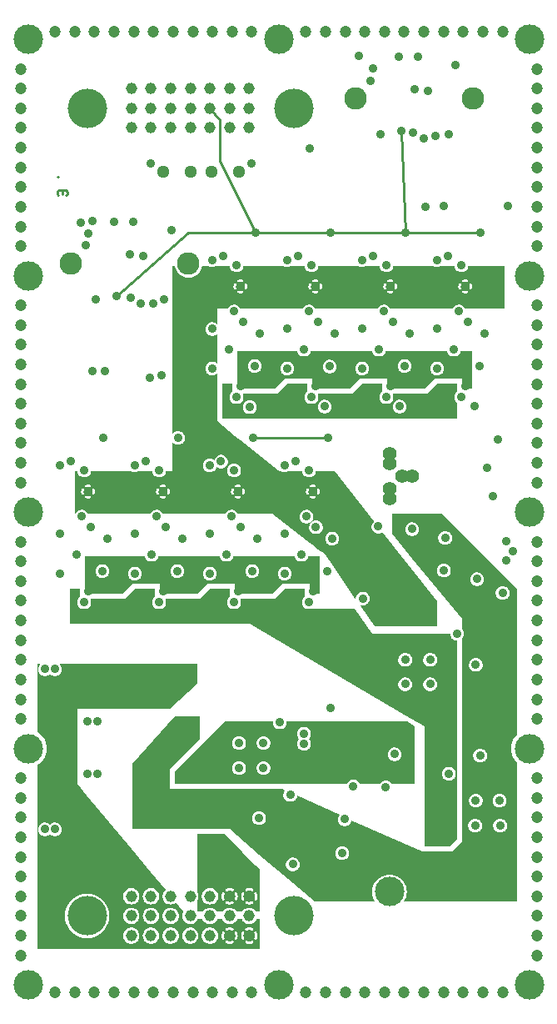
<source format=gbr>
G04 start of page 8 for group 6 idx 6 *
G04 Title: EPTPREAMPS, power *
G04 Creator: pcb 1.99z *
G04 CreationDate: Fr 20 Jun 2014 11:29:12 GMT UTC *
G04 For: stephan *
G04 Format: Gerber/RS-274X *
G04 PCB-Dimensions (mil): 2952.76 4724.41 *
G04 PCB-Coordinate-Origin: lower left *
%MOIN*%
%FSLAX25Y25*%
%LNPOWER*%
%ADD147C,0.0700*%
%ADD146C,0.0236*%
%ADD145C,0.0256*%
%ADD144C,0.0252*%
%ADD143C,0.0240*%
%ADD142C,0.0866*%
%ADD141C,0.0157*%
%ADD140C,0.0512*%
%ADD139C,0.0550*%
%ADD138C,0.0354*%
%ADD137C,0.0553*%
%ADD136C,0.0900*%
%ADD135C,0.1181*%
%ADD134C,0.0472*%
%ADD133C,0.1575*%
%ADD132C,0.0453*%
%ADD131C,0.0098*%
%ADD130C,0.0100*%
%ADD129C,0.0098*%
%ADD128C,0.0001*%
G54D128*G36*
X163445Y252441D02*X170000D01*
Y235441D01*
X163445D01*
Y243175D01*
X163511Y243189D01*
X163584Y243216D01*
X163651Y243254D01*
X163712Y243302D01*
X163765Y243359D01*
X163807Y243423D01*
X163838Y243494D01*
X163914Y243724D01*
X163966Y243960D01*
X163998Y244199D01*
X164009Y244441D01*
X163998Y244682D01*
X163966Y244922D01*
X163914Y245158D01*
X163841Y245388D01*
X163809Y245459D01*
X163766Y245524D01*
X163713Y245581D01*
X163652Y245630D01*
X163585Y245668D01*
X163512Y245695D01*
X163445Y245708D01*
Y252441D01*
G37*
G36*
X161251Y250628D02*X161375Y250704D01*
X161705Y250986D01*
X161986Y251316D01*
X162213Y251686D01*
X162379Y252087D01*
X162464Y252441D01*
X163445D01*
Y245708D01*
X163436Y245710D01*
X163358Y245714D01*
X163281Y245705D01*
X163206Y245684D01*
X163135Y245651D01*
X163070Y245608D01*
X163013Y245556D01*
X162965Y245495D01*
X162927Y245427D01*
X162900Y245354D01*
X162884Y245278D01*
X162881Y245200D01*
X162890Y245123D01*
X162912Y245049D01*
X162961Y244901D01*
X162994Y244750D01*
X163015Y244596D01*
X163022Y244441D01*
X163015Y244286D01*
X162994Y244132D01*
X162961Y243980D01*
X162914Y243832D01*
X162892Y243758D01*
X162883Y243681D01*
X162886Y243604D01*
X162901Y243528D01*
X162928Y243455D01*
X162966Y243388D01*
X163015Y243327D01*
X163072Y243275D01*
X163136Y243232D01*
X163206Y243200D01*
X163281Y243179D01*
X163358Y243170D01*
X163435Y243173D01*
X163445Y243175D01*
Y235441D01*
X161319D01*
X161251Y235605D01*
Y241682D01*
X161491Y241693D01*
X161731Y241725D01*
X161967Y241777D01*
X162197Y241850D01*
X162268Y241882D01*
X162333Y241925D01*
X162390Y241978D01*
X162439Y242039D01*
X162477Y242106D01*
X162504Y242179D01*
X162519Y242255D01*
X162523Y242333D01*
X162514Y242410D01*
X162493Y242485D01*
X162460Y242556D01*
X162417Y242620D01*
X162365Y242678D01*
X162304Y242726D01*
X162236Y242764D01*
X162163Y242791D01*
X162087Y242807D01*
X162009Y242810D01*
X161932Y242801D01*
X161858Y242779D01*
X161711Y242730D01*
X161559Y242696D01*
X161405Y242676D01*
X161251Y242669D01*
Y246213D01*
X161405Y246206D01*
X161559Y246185D01*
X161711Y246152D01*
X161859Y246105D01*
X161933Y246083D01*
X162010Y246074D01*
X162087Y246077D01*
X162163Y246092D01*
X162235Y246119D01*
X162303Y246157D01*
X162364Y246205D01*
X162416Y246262D01*
X162459Y246327D01*
X162491Y246397D01*
X162512Y246472D01*
X162521Y246549D01*
X162518Y246626D01*
X162502Y246702D01*
X162475Y246775D01*
X162437Y246842D01*
X162389Y246903D01*
X162332Y246956D01*
X162268Y246998D01*
X162197Y247029D01*
X161967Y247105D01*
X161731Y247157D01*
X161491Y247189D01*
X161251Y247199D01*
Y250628D01*
G37*
G36*
X159055Y250274D02*X159318Y250211D01*
X159750Y250177D01*
X160182Y250211D01*
X160604Y250312D01*
X161005Y250478D01*
X161251Y250628D01*
Y247199D01*
X161250Y247200D01*
X161009Y247189D01*
X160769Y247157D01*
X160533Y247105D01*
X160302Y247032D01*
X160232Y247000D01*
X160167Y246957D01*
X160110Y246904D01*
X160061Y246843D01*
X160023Y246776D01*
X159996Y246703D01*
X159981Y246627D01*
X159977Y246549D01*
X159986Y246472D01*
X160007Y246397D01*
X160040Y246326D01*
X160083Y246261D01*
X160135Y246204D01*
X160196Y246156D01*
X160264Y246118D01*
X160337Y246091D01*
X160413Y246075D01*
X160490Y246072D01*
X160568Y246081D01*
X160642Y246103D01*
X160789Y246152D01*
X160941Y246185D01*
X161095Y246206D01*
X161250Y246213D01*
X161251Y246213D01*
Y242669D01*
X161250Y242669D01*
X161095Y242676D01*
X160941Y242696D01*
X160789Y242730D01*
X160641Y242777D01*
X160567Y242799D01*
X160490Y242808D01*
X160413Y242805D01*
X160337Y242790D01*
X160265Y242763D01*
X160197Y242725D01*
X160136Y242676D01*
X160084Y242619D01*
X160041Y242555D01*
X160009Y242484D01*
X159988Y242410D01*
X159979Y242333D01*
X159982Y242255D01*
X159998Y242180D01*
X160025Y242107D01*
X160063Y242039D01*
X160111Y241979D01*
X160168Y241926D01*
X160232Y241884D01*
X160303Y241853D01*
X160533Y241777D01*
X160769Y241725D01*
X161009Y241693D01*
X161250Y241682D01*
X161251Y241682D01*
Y235605D01*
X161213Y235696D01*
X160986Y236066D01*
X160705Y236396D01*
X160375Y236677D01*
X160005Y236904D01*
X159604Y237070D01*
X159182Y237171D01*
X159055Y237181D01*
Y243173D01*
X159064Y243172D01*
X159142Y243168D01*
X159219Y243177D01*
X159294Y243198D01*
X159365Y243231D01*
X159430Y243274D01*
X159487Y243326D01*
X159535Y243387D01*
X159573Y243455D01*
X159600Y243528D01*
X159616Y243604D01*
X159619Y243681D01*
X159610Y243759D01*
X159588Y243833D01*
X159539Y243980D01*
X159506Y244132D01*
X159485Y244286D01*
X159478Y244441D01*
X159485Y244596D01*
X159506Y244750D01*
X159539Y244901D01*
X159586Y245049D01*
X159608Y245124D01*
X159617Y245201D01*
X159614Y245278D01*
X159599Y245354D01*
X159572Y245426D01*
X159534Y245494D01*
X159485Y245555D01*
X159428Y245607D01*
X159364Y245650D01*
X159293Y245682D01*
X159219Y245703D01*
X159142Y245712D01*
X159065Y245709D01*
X159055Y245707D01*
Y250274D01*
G37*
G36*
X133445Y252441D02*X148834D01*
X149146Y252312D01*
X149568Y252211D01*
X150000Y252177D01*
X150432Y252211D01*
X150854Y252312D01*
X151166Y252441D01*
X157036D01*
X157121Y252087D01*
X157287Y251686D01*
X157514Y251316D01*
X157795Y250986D01*
X158125Y250704D01*
X158495Y250478D01*
X158896Y250312D01*
X159055Y250274D01*
Y245707D01*
X158989Y245693D01*
X158916Y245666D01*
X158849Y245628D01*
X158788Y245580D01*
X158735Y245523D01*
X158693Y245458D01*
X158662Y245388D01*
X158586Y245158D01*
X158534Y244922D01*
X158502Y244682D01*
X158491Y244441D01*
X158502Y244199D01*
X158534Y243960D01*
X158586Y243724D01*
X158659Y243493D01*
X158691Y243423D01*
X158734Y243358D01*
X158787Y243301D01*
X158848Y243252D01*
X158915Y243214D01*
X158988Y243187D01*
X159055Y243173D01*
Y237181D01*
X158750Y237205D01*
X158318Y237171D01*
X157896Y237070D01*
X157495Y236904D01*
X157125Y236677D01*
X156795Y236396D01*
X156514Y236066D01*
X156287Y235696D01*
X156181Y235441D01*
X133445D01*
Y243175D01*
X133511Y243189D01*
X133584Y243216D01*
X133651Y243254D01*
X133712Y243302D01*
X133765Y243359D01*
X133807Y243423D01*
X133838Y243494D01*
X133914Y243724D01*
X133966Y243960D01*
X133998Y244199D01*
X134009Y244441D01*
X133998Y244682D01*
X133966Y244922D01*
X133914Y245158D01*
X133841Y245388D01*
X133809Y245459D01*
X133766Y245524D01*
X133713Y245581D01*
X133652Y245630D01*
X133585Y245668D01*
X133512Y245695D01*
X133445Y245708D01*
Y252441D01*
G37*
G36*
X131251Y250628D02*X131375Y250704D01*
X131705Y250986D01*
X131986Y251316D01*
X132213Y251686D01*
X132379Y252087D01*
X132464Y252441D01*
X133445D01*
Y245708D01*
X133436Y245710D01*
X133358Y245714D01*
X133281Y245705D01*
X133206Y245684D01*
X133135Y245651D01*
X133070Y245608D01*
X133013Y245556D01*
X132965Y245495D01*
X132927Y245427D01*
X132900Y245354D01*
X132884Y245278D01*
X132881Y245200D01*
X132890Y245123D01*
X132912Y245049D01*
X132961Y244901D01*
X132994Y244750D01*
X133015Y244596D01*
X133022Y244441D01*
X133015Y244286D01*
X132994Y244132D01*
X132961Y243980D01*
X132914Y243832D01*
X132892Y243758D01*
X132883Y243681D01*
X132886Y243604D01*
X132901Y243528D01*
X132928Y243455D01*
X132966Y243388D01*
X133015Y243327D01*
X133072Y243275D01*
X133136Y243232D01*
X133206Y243200D01*
X133281Y243179D01*
X133358Y243170D01*
X133435Y243173D01*
X133445Y243175D01*
Y235441D01*
X131319D01*
X131251Y235605D01*
Y241682D01*
X131491Y241693D01*
X131731Y241725D01*
X131967Y241777D01*
X132197Y241850D01*
X132268Y241882D01*
X132333Y241925D01*
X132390Y241978D01*
X132439Y242039D01*
X132477Y242106D01*
X132504Y242179D01*
X132519Y242255D01*
X132523Y242333D01*
X132514Y242410D01*
X132493Y242485D01*
X132460Y242556D01*
X132417Y242620D01*
X132365Y242678D01*
X132304Y242726D01*
X132236Y242764D01*
X132163Y242791D01*
X132087Y242807D01*
X132009Y242810D01*
X131932Y242801D01*
X131858Y242779D01*
X131711Y242730D01*
X131559Y242696D01*
X131405Y242676D01*
X131251Y242669D01*
Y246213D01*
X131405Y246206D01*
X131559Y246185D01*
X131711Y246152D01*
X131859Y246105D01*
X131933Y246083D01*
X132010Y246074D01*
X132087Y246077D01*
X132163Y246092D01*
X132235Y246119D01*
X132303Y246157D01*
X132364Y246205D01*
X132416Y246262D01*
X132459Y246327D01*
X132491Y246397D01*
X132512Y246472D01*
X132521Y246549D01*
X132518Y246626D01*
X132502Y246702D01*
X132475Y246775D01*
X132437Y246842D01*
X132389Y246903D01*
X132332Y246956D01*
X132268Y246998D01*
X132197Y247029D01*
X131967Y247105D01*
X131731Y247157D01*
X131491Y247189D01*
X131251Y247199D01*
Y250628D01*
G37*
G36*
X129055Y250274D02*X129318Y250211D01*
X129750Y250177D01*
X130182Y250211D01*
X130604Y250312D01*
X131005Y250478D01*
X131251Y250628D01*
Y247199D01*
X131250Y247200D01*
X131009Y247189D01*
X130769Y247157D01*
X130533Y247105D01*
X130303Y247032D01*
X130232Y247000D01*
X130167Y246957D01*
X130110Y246904D01*
X130061Y246843D01*
X130023Y246776D01*
X129996Y246703D01*
X129981Y246627D01*
X129977Y246549D01*
X129986Y246472D01*
X130007Y246397D01*
X130040Y246326D01*
X130083Y246261D01*
X130135Y246204D01*
X130196Y246156D01*
X130264Y246118D01*
X130337Y246091D01*
X130413Y246075D01*
X130490Y246072D01*
X130568Y246081D01*
X130642Y246103D01*
X130789Y246152D01*
X130941Y246185D01*
X131095Y246206D01*
X131250Y246213D01*
X131251Y246213D01*
Y242669D01*
X131250Y242669D01*
X131095Y242676D01*
X130941Y242696D01*
X130789Y242730D01*
X130641Y242777D01*
X130567Y242799D01*
X130490Y242808D01*
X130413Y242805D01*
X130337Y242790D01*
X130265Y242763D01*
X130197Y242725D01*
X130136Y242676D01*
X130084Y242619D01*
X130041Y242555D01*
X130009Y242484D01*
X129988Y242410D01*
X129979Y242333D01*
X129982Y242255D01*
X129998Y242180D01*
X130025Y242107D01*
X130063Y242039D01*
X130111Y241979D01*
X130168Y241926D01*
X130232Y241884D01*
X130303Y241853D01*
X130533Y241777D01*
X130769Y241725D01*
X131009Y241693D01*
X131250Y241682D01*
X131251Y241682D01*
Y235605D01*
X131213Y235696D01*
X130986Y236066D01*
X130705Y236396D01*
X130375Y236677D01*
X130005Y236904D01*
X129604Y237070D01*
X129182Y237171D01*
X129055Y237181D01*
Y243173D01*
X129064Y243172D01*
X129142Y243168D01*
X129219Y243177D01*
X129294Y243198D01*
X129365Y243231D01*
X129430Y243274D01*
X129487Y243326D01*
X129535Y243387D01*
X129573Y243455D01*
X129600Y243528D01*
X129616Y243604D01*
X129619Y243681D01*
X129610Y243759D01*
X129588Y243833D01*
X129539Y243980D01*
X129506Y244132D01*
X129485Y244286D01*
X129478Y244441D01*
X129485Y244596D01*
X129506Y244750D01*
X129539Y244901D01*
X129586Y245049D01*
X129608Y245124D01*
X129617Y245201D01*
X129614Y245278D01*
X129599Y245354D01*
X129572Y245426D01*
X129534Y245494D01*
X129485Y245555D01*
X129428Y245607D01*
X129364Y245650D01*
X129293Y245682D01*
X129219Y245703D01*
X129142Y245712D01*
X129065Y245709D01*
X129055Y245707D01*
Y250274D01*
G37*
G36*
X103445Y252441D02*X118834D01*
X119146Y252312D01*
X119568Y252211D01*
X120000Y252177D01*
X120432Y252211D01*
X120854Y252312D01*
X121166Y252441D01*
X127036D01*
X127121Y252087D01*
X127287Y251686D01*
X127514Y251316D01*
X127795Y250986D01*
X128125Y250704D01*
X128495Y250478D01*
X128896Y250312D01*
X129055Y250274D01*
Y245707D01*
X128989Y245693D01*
X128916Y245666D01*
X128849Y245628D01*
X128788Y245580D01*
X128735Y245523D01*
X128693Y245458D01*
X128662Y245388D01*
X128586Y245158D01*
X128534Y244922D01*
X128502Y244682D01*
X128491Y244441D01*
X128502Y244199D01*
X128534Y243960D01*
X128586Y243724D01*
X128659Y243493D01*
X128691Y243423D01*
X128734Y243358D01*
X128787Y243301D01*
X128848Y243252D01*
X128915Y243214D01*
X128988Y243187D01*
X129055Y243173D01*
Y237181D01*
X128750Y237205D01*
X128318Y237171D01*
X127896Y237070D01*
X127495Y236904D01*
X127125Y236677D01*
X126795Y236396D01*
X126514Y236066D01*
X126287Y235696D01*
X126181Y235441D01*
X103445D01*
Y243175D01*
X103511Y243189D01*
X103584Y243216D01*
X103651Y243254D01*
X103712Y243302D01*
X103765Y243359D01*
X103807Y243423D01*
X103838Y243494D01*
X103914Y243724D01*
X103966Y243960D01*
X103998Y244199D01*
X104009Y244441D01*
X103998Y244682D01*
X103966Y244922D01*
X103914Y245158D01*
X103841Y245388D01*
X103809Y245459D01*
X103766Y245524D01*
X103713Y245581D01*
X103652Y245630D01*
X103585Y245668D01*
X103512Y245695D01*
X103445Y245708D01*
Y252441D01*
G37*
G36*
X101251Y250628D02*X101375Y250704D01*
X101705Y250986D01*
X101986Y251316D01*
X102213Y251686D01*
X102379Y252087D01*
X102464Y252441D01*
X103445D01*
Y245708D01*
X103436Y245710D01*
X103358Y245714D01*
X103281Y245705D01*
X103206Y245684D01*
X103135Y245651D01*
X103070Y245608D01*
X103013Y245556D01*
X102965Y245495D01*
X102927Y245427D01*
X102900Y245354D01*
X102884Y245278D01*
X102881Y245200D01*
X102890Y245123D01*
X102912Y245049D01*
X102961Y244901D01*
X102994Y244750D01*
X103015Y244596D01*
X103022Y244441D01*
X103015Y244286D01*
X102994Y244132D01*
X102961Y243980D01*
X102914Y243832D01*
X102892Y243758D01*
X102883Y243681D01*
X102886Y243604D01*
X102901Y243528D01*
X102928Y243455D01*
X102966Y243388D01*
X103015Y243327D01*
X103072Y243275D01*
X103136Y243232D01*
X103206Y243200D01*
X103281Y243179D01*
X103358Y243170D01*
X103435Y243173D01*
X103445Y243175D01*
Y235441D01*
X101319D01*
X101251Y235605D01*
Y241682D01*
X101491Y241693D01*
X101731Y241725D01*
X101967Y241777D01*
X102197Y241850D01*
X102268Y241882D01*
X102333Y241925D01*
X102390Y241978D01*
X102439Y242039D01*
X102477Y242106D01*
X102504Y242179D01*
X102519Y242255D01*
X102523Y242333D01*
X102514Y242410D01*
X102493Y242485D01*
X102460Y242556D01*
X102417Y242620D01*
X102365Y242678D01*
X102304Y242726D01*
X102236Y242764D01*
X102163Y242791D01*
X102087Y242807D01*
X102009Y242810D01*
X101932Y242801D01*
X101858Y242779D01*
X101711Y242730D01*
X101559Y242696D01*
X101405Y242676D01*
X101251Y242669D01*
Y246213D01*
X101405Y246206D01*
X101559Y246185D01*
X101711Y246152D01*
X101859Y246105D01*
X101933Y246083D01*
X102010Y246074D01*
X102087Y246077D01*
X102163Y246092D01*
X102235Y246119D01*
X102303Y246157D01*
X102364Y246205D01*
X102416Y246262D01*
X102459Y246327D01*
X102491Y246397D01*
X102512Y246472D01*
X102521Y246549D01*
X102518Y246626D01*
X102502Y246702D01*
X102475Y246775D01*
X102437Y246842D01*
X102389Y246903D01*
X102332Y246956D01*
X102268Y246998D01*
X102197Y247029D01*
X101967Y247105D01*
X101731Y247157D01*
X101491Y247189D01*
X101251Y247199D01*
Y250628D01*
G37*
G36*
X99055Y250274D02*X99318Y250211D01*
X99750Y250177D01*
X100182Y250211D01*
X100604Y250312D01*
X101005Y250478D01*
X101251Y250628D01*
Y247199D01*
X101250Y247200D01*
X101009Y247189D01*
X100769Y247157D01*
X100533Y247105D01*
X100302Y247032D01*
X100232Y247000D01*
X100167Y246957D01*
X100110Y246904D01*
X100061Y246843D01*
X100023Y246776D01*
X99996Y246703D01*
X99981Y246627D01*
X99977Y246549D01*
X99986Y246472D01*
X100007Y246397D01*
X100040Y246326D01*
X100083Y246261D01*
X100135Y246204D01*
X100196Y246156D01*
X100264Y246118D01*
X100337Y246091D01*
X100413Y246075D01*
X100490Y246072D01*
X100568Y246081D01*
X100642Y246103D01*
X100789Y246152D01*
X100941Y246185D01*
X101095Y246206D01*
X101250Y246213D01*
X101251Y246213D01*
Y242669D01*
X101250Y242669D01*
X101095Y242676D01*
X100941Y242696D01*
X100789Y242730D01*
X100641Y242777D01*
X100567Y242799D01*
X100490Y242808D01*
X100413Y242805D01*
X100337Y242790D01*
X100265Y242763D01*
X100197Y242725D01*
X100136Y242676D01*
X100084Y242619D01*
X100041Y242555D01*
X100009Y242484D01*
X99988Y242410D01*
X99979Y242333D01*
X99982Y242255D01*
X99998Y242180D01*
X100025Y242107D01*
X100063Y242039D01*
X100111Y241979D01*
X100168Y241926D01*
X100232Y241884D01*
X100303Y241853D01*
X100533Y241777D01*
X100769Y241725D01*
X101009Y241693D01*
X101250Y241682D01*
X101251Y241682D01*
Y235605D01*
X101213Y235696D01*
X100986Y236066D01*
X100705Y236396D01*
X100375Y236677D01*
X100005Y236904D01*
X99604Y237070D01*
X99182Y237171D01*
X99055Y237181D01*
Y243173D01*
X99064Y243172D01*
X99142Y243168D01*
X99219Y243177D01*
X99294Y243198D01*
X99365Y243231D01*
X99430Y243274D01*
X99487Y243326D01*
X99535Y243387D01*
X99573Y243455D01*
X99600Y243528D01*
X99616Y243604D01*
X99619Y243681D01*
X99610Y243759D01*
X99588Y243833D01*
X99539Y243980D01*
X99506Y244132D01*
X99485Y244286D01*
X99478Y244441D01*
X99485Y244596D01*
X99506Y244750D01*
X99539Y244901D01*
X99586Y245049D01*
X99608Y245124D01*
X99617Y245201D01*
X99614Y245278D01*
X99599Y245354D01*
X99572Y245426D01*
X99534Y245494D01*
X99485Y245555D01*
X99428Y245607D01*
X99364Y245650D01*
X99293Y245682D01*
X99219Y245703D01*
X99142Y245712D01*
X99065Y245709D01*
X99055Y245707D01*
Y250274D01*
G37*
G36*
X73445Y252441D02*X88834D01*
X89146Y252312D01*
X89568Y252211D01*
X90000Y252177D01*
X90432Y252211D01*
X90854Y252312D01*
X91166Y252441D01*
X97036D01*
X97121Y252087D01*
X97287Y251686D01*
X97514Y251316D01*
X97795Y250986D01*
X98125Y250704D01*
X98495Y250478D01*
X98896Y250312D01*
X99055Y250274D01*
Y245707D01*
X98989Y245693D01*
X98916Y245666D01*
X98849Y245628D01*
X98788Y245580D01*
X98735Y245523D01*
X98693Y245458D01*
X98662Y245388D01*
X98586Y245158D01*
X98534Y244922D01*
X98502Y244682D01*
X98491Y244441D01*
X98502Y244199D01*
X98534Y243960D01*
X98586Y243724D01*
X98659Y243493D01*
X98691Y243423D01*
X98734Y243358D01*
X98787Y243301D01*
X98848Y243252D01*
X98915Y243214D01*
X98988Y243187D01*
X99055Y243173D01*
Y237181D01*
X98750Y237205D01*
X98318Y237171D01*
X97896Y237070D01*
X97495Y236904D01*
X97125Y236677D01*
X96795Y236396D01*
X96514Y236066D01*
X96287Y235696D01*
X96181Y235441D01*
X73445D01*
Y243175D01*
X73511Y243189D01*
X73584Y243216D01*
X73651Y243254D01*
X73712Y243302D01*
X73765Y243359D01*
X73807Y243423D01*
X73838Y243494D01*
X73914Y243724D01*
X73966Y243960D01*
X73998Y244199D01*
X74009Y244441D01*
X73998Y244682D01*
X73966Y244922D01*
X73914Y245158D01*
X73841Y245388D01*
X73809Y245459D01*
X73766Y245524D01*
X73713Y245581D01*
X73652Y245630D01*
X73585Y245668D01*
X73512Y245695D01*
X73445Y245708D01*
Y252441D01*
G37*
G36*
X71251Y250628D02*X71375Y250704D01*
X71705Y250986D01*
X71986Y251316D01*
X72213Y251686D01*
X72379Y252087D01*
X72464Y252441D01*
X73445D01*
Y245708D01*
X73436Y245710D01*
X73358Y245714D01*
X73281Y245705D01*
X73206Y245684D01*
X73135Y245651D01*
X73070Y245608D01*
X73013Y245556D01*
X72965Y245495D01*
X72927Y245427D01*
X72900Y245354D01*
X72884Y245278D01*
X72881Y245200D01*
X72890Y245123D01*
X72912Y245049D01*
X72961Y244901D01*
X72994Y244750D01*
X73015Y244596D01*
X73022Y244441D01*
X73015Y244286D01*
X72994Y244132D01*
X72961Y243980D01*
X72914Y243832D01*
X72892Y243758D01*
X72883Y243681D01*
X72886Y243604D01*
X72901Y243528D01*
X72928Y243455D01*
X72966Y243388D01*
X73015Y243327D01*
X73072Y243275D01*
X73136Y243232D01*
X73206Y243200D01*
X73281Y243179D01*
X73358Y243170D01*
X73435Y243173D01*
X73445Y243175D01*
Y235441D01*
X71319D01*
X71251Y235605D01*
Y241682D01*
X71491Y241693D01*
X71731Y241725D01*
X71967Y241777D01*
X72197Y241850D01*
X72268Y241882D01*
X72333Y241925D01*
X72390Y241978D01*
X72439Y242039D01*
X72477Y242106D01*
X72504Y242179D01*
X72519Y242255D01*
X72523Y242333D01*
X72514Y242410D01*
X72493Y242485D01*
X72460Y242556D01*
X72417Y242620D01*
X72365Y242678D01*
X72304Y242726D01*
X72236Y242764D01*
X72163Y242791D01*
X72087Y242807D01*
X72009Y242810D01*
X71932Y242801D01*
X71858Y242779D01*
X71711Y242730D01*
X71559Y242696D01*
X71405Y242676D01*
X71251Y242669D01*
Y246213D01*
X71405Y246206D01*
X71559Y246185D01*
X71711Y246152D01*
X71859Y246105D01*
X71933Y246083D01*
X72010Y246074D01*
X72087Y246077D01*
X72163Y246092D01*
X72235Y246119D01*
X72303Y246157D01*
X72364Y246205D01*
X72416Y246262D01*
X72459Y246327D01*
X72491Y246397D01*
X72512Y246472D01*
X72521Y246549D01*
X72518Y246626D01*
X72502Y246702D01*
X72475Y246775D01*
X72437Y246842D01*
X72389Y246903D01*
X72332Y246956D01*
X72268Y246998D01*
X72197Y247029D01*
X71967Y247105D01*
X71731Y247157D01*
X71491Y247189D01*
X71251Y247199D01*
Y250628D01*
G37*
G36*
X69055Y250274D02*X69318Y250211D01*
X69750Y250177D01*
X70182Y250211D01*
X70604Y250312D01*
X71005Y250478D01*
X71251Y250628D01*
Y247199D01*
X71250Y247200D01*
X71009Y247189D01*
X70769Y247157D01*
X70533Y247105D01*
X70302Y247032D01*
X70232Y247000D01*
X70167Y246957D01*
X70110Y246904D01*
X70061Y246843D01*
X70023Y246776D01*
X69996Y246703D01*
X69981Y246627D01*
X69977Y246549D01*
X69986Y246472D01*
X70007Y246397D01*
X70040Y246326D01*
X70083Y246261D01*
X70135Y246204D01*
X70196Y246156D01*
X70264Y246118D01*
X70337Y246091D01*
X70413Y246075D01*
X70490Y246072D01*
X70568Y246081D01*
X70642Y246103D01*
X70789Y246152D01*
X70941Y246185D01*
X71095Y246206D01*
X71250Y246213D01*
X71251Y246213D01*
Y242669D01*
X71250Y242669D01*
X71095Y242676D01*
X70941Y242696D01*
X70789Y242730D01*
X70641Y242777D01*
X70567Y242799D01*
X70490Y242808D01*
X70413Y242805D01*
X70337Y242790D01*
X70265Y242763D01*
X70197Y242725D01*
X70136Y242676D01*
X70084Y242619D01*
X70041Y242555D01*
X70009Y242484D01*
X69988Y242410D01*
X69979Y242333D01*
X69982Y242255D01*
X69998Y242180D01*
X70025Y242107D01*
X70063Y242039D01*
X70111Y241979D01*
X70168Y241926D01*
X70232Y241884D01*
X70303Y241853D01*
X70533Y241777D01*
X70769Y241725D01*
X71009Y241693D01*
X71250Y241682D01*
X71251Y241682D01*
Y235605D01*
X71213Y235696D01*
X70986Y236066D01*
X70705Y236396D01*
X70375Y236677D01*
X70005Y236904D01*
X69604Y237070D01*
X69182Y237171D01*
X69055Y237181D01*
Y243173D01*
X69064Y243172D01*
X69142Y243168D01*
X69219Y243177D01*
X69294Y243198D01*
X69365Y243231D01*
X69430Y243274D01*
X69487Y243326D01*
X69535Y243387D01*
X69573Y243455D01*
X69600Y243528D01*
X69616Y243604D01*
X69619Y243681D01*
X69610Y243759D01*
X69588Y243833D01*
X69539Y243980D01*
X69506Y244132D01*
X69485Y244286D01*
X69478Y244441D01*
X69485Y244596D01*
X69506Y244750D01*
X69539Y244901D01*
X69586Y245049D01*
X69608Y245124D01*
X69617Y245201D01*
X69614Y245278D01*
X69599Y245354D01*
X69572Y245426D01*
X69534Y245494D01*
X69485Y245555D01*
X69428Y245607D01*
X69364Y245650D01*
X69293Y245682D01*
X69219Y245703D01*
X69142Y245712D01*
X69065Y245709D01*
X69055Y245707D01*
Y250274D01*
G37*
G36*
X66000Y252441D02*X67036D01*
X67121Y252087D01*
X67287Y251686D01*
X67514Y251316D01*
X67795Y250986D01*
X68125Y250704D01*
X68495Y250478D01*
X68896Y250312D01*
X69055Y250274D01*
Y245707D01*
X68989Y245693D01*
X68916Y245666D01*
X68849Y245628D01*
X68788Y245580D01*
X68735Y245523D01*
X68693Y245458D01*
X68662Y245388D01*
X68586Y245158D01*
X68534Y244922D01*
X68502Y244682D01*
X68491Y244441D01*
X68502Y244199D01*
X68534Y243960D01*
X68586Y243724D01*
X68659Y243493D01*
X68691Y243423D01*
X68734Y243358D01*
X68787Y243301D01*
X68848Y243252D01*
X68915Y243214D01*
X68988Y243187D01*
X69055Y243173D01*
Y237181D01*
X68750Y237205D01*
X68318Y237171D01*
X67896Y237070D01*
X67495Y236904D01*
X67125Y236677D01*
X66795Y236396D01*
X66514Y236066D01*
X66287Y235696D01*
X66181Y235441D01*
X66000D01*
Y252441D01*
G37*
G36*
X149996Y218441D02*X154096D01*
X154121Y218337D01*
X154287Y217936D01*
X154514Y217566D01*
X154795Y217236D01*
X155125Y216954D01*
X155495Y216728D01*
X155896Y216562D01*
X156318Y216461D01*
X156750Y216427D01*
X157182Y216461D01*
X157604Y216562D01*
X158005Y216728D01*
X158375Y216954D01*
X158705Y217236D01*
X158986Y217566D01*
X159213Y217936D01*
X159379Y218337D01*
X159404Y218441D01*
X164000D01*
Y203441D01*
X160000D01*
Y207441D01*
X149996D01*
Y208927D01*
X150000Y208927D01*
X150432Y208961D01*
X150854Y209062D01*
X151255Y209228D01*
X151625Y209454D01*
X151955Y209736D01*
X152236Y210066D01*
X152463Y210436D01*
X152629Y210837D01*
X152730Y211258D01*
X152756Y211691D01*
X152730Y212123D01*
X152629Y212545D01*
X152463Y212946D01*
X152236Y213316D01*
X151955Y213646D01*
X151625Y213927D01*
X151255Y214154D01*
X150854Y214320D01*
X150432Y214421D01*
X150000Y214455D01*
X149996Y214455D01*
Y218441D01*
G37*
G36*
X136996D02*X149996D01*
Y214455D01*
X149568Y214421D01*
X149146Y214320D01*
X148745Y214154D01*
X148375Y213927D01*
X148045Y213646D01*
X147764Y213316D01*
X147537Y212946D01*
X147371Y212545D01*
X147270Y212123D01*
X147236Y211691D01*
X147270Y211258D01*
X147371Y210837D01*
X147537Y210436D01*
X147764Y210066D01*
X148045Y209736D01*
X148375Y209454D01*
X148745Y209228D01*
X149146Y209062D01*
X149568Y208961D01*
X149996Y208927D01*
Y207441D01*
X149000D01*
X145000Y203441D01*
X136996D01*
Y209927D01*
X137000Y209927D01*
X137432Y209961D01*
X137854Y210062D01*
X138255Y210228D01*
X138625Y210454D01*
X138955Y210736D01*
X139236Y211066D01*
X139463Y211436D01*
X139629Y211837D01*
X139730Y212258D01*
X139756Y212691D01*
X139730Y213123D01*
X139629Y213545D01*
X139463Y213946D01*
X139236Y214316D01*
X138955Y214646D01*
X138625Y214927D01*
X138255Y215154D01*
X137854Y215320D01*
X137432Y215421D01*
X137000Y215455D01*
X136996Y215455D01*
Y218441D01*
G37*
G36*
X119996D02*X124096D01*
X124121Y218337D01*
X124287Y217936D01*
X124514Y217566D01*
X124795Y217236D01*
X125125Y216954D01*
X125495Y216728D01*
X125896Y216562D01*
X126318Y216461D01*
X126750Y216427D01*
X127182Y216461D01*
X127604Y216562D01*
X128005Y216728D01*
X128375Y216954D01*
X128705Y217236D01*
X128986Y217566D01*
X129213Y217936D01*
X129379Y218337D01*
X129404Y218441D01*
X136996D01*
Y215455D01*
X136568Y215421D01*
X136146Y215320D01*
X135745Y215154D01*
X135375Y214927D01*
X135045Y214646D01*
X134764Y214316D01*
X134537Y213946D01*
X134371Y213545D01*
X134270Y213123D01*
X134236Y212691D01*
X134270Y212258D01*
X134371Y211837D01*
X134537Y211436D01*
X134764Y211066D01*
X135045Y210736D01*
X135375Y210454D01*
X135745Y210228D01*
X136146Y210062D01*
X136568Y209961D01*
X136996Y209927D01*
Y203441D01*
X130000D01*
Y207441D01*
X119996D01*
Y208927D01*
X120000Y208927D01*
X120432Y208961D01*
X120854Y209062D01*
X121255Y209228D01*
X121625Y209454D01*
X121955Y209736D01*
X122236Y210066D01*
X122463Y210436D01*
X122629Y210837D01*
X122730Y211258D01*
X122756Y211691D01*
X122730Y212123D01*
X122629Y212545D01*
X122463Y212946D01*
X122236Y213316D01*
X121955Y213646D01*
X121625Y213927D01*
X121255Y214154D01*
X120854Y214320D01*
X120432Y214421D01*
X120000Y214455D01*
X119996Y214455D01*
Y218441D01*
G37*
G36*
X106996D02*X119996D01*
Y214455D01*
X119568Y214421D01*
X119146Y214320D01*
X118745Y214154D01*
X118375Y213927D01*
X118045Y213646D01*
X117764Y213316D01*
X117537Y212946D01*
X117371Y212545D01*
X117270Y212123D01*
X117236Y211691D01*
X117270Y211258D01*
X117371Y210837D01*
X117537Y210436D01*
X117764Y210066D01*
X118045Y209736D01*
X118375Y209454D01*
X118745Y209228D01*
X119146Y209062D01*
X119568Y208961D01*
X119996Y208927D01*
Y207441D01*
X119000D01*
X115000Y203441D01*
X106996D01*
Y209927D01*
X107000Y209927D01*
X107432Y209961D01*
X107854Y210062D01*
X108255Y210228D01*
X108625Y210454D01*
X108955Y210736D01*
X109236Y211066D01*
X109463Y211436D01*
X109629Y211837D01*
X109730Y212258D01*
X109756Y212691D01*
X109730Y213123D01*
X109629Y213545D01*
X109463Y213946D01*
X109236Y214316D01*
X108955Y214646D01*
X108625Y214927D01*
X108255Y215154D01*
X107854Y215320D01*
X107432Y215421D01*
X107000Y215455D01*
X106996Y215455D01*
Y218441D01*
G37*
G36*
X89996D02*X94096D01*
X94121Y218337D01*
X94287Y217936D01*
X94514Y217566D01*
X94795Y217236D01*
X95125Y216954D01*
X95495Y216728D01*
X95896Y216562D01*
X96318Y216461D01*
X96750Y216427D01*
X97182Y216461D01*
X97604Y216562D01*
X98005Y216728D01*
X98375Y216954D01*
X98705Y217236D01*
X98986Y217566D01*
X99213Y217936D01*
X99379Y218337D01*
X99404Y218441D01*
X106996D01*
Y215455D01*
X106568Y215421D01*
X106146Y215320D01*
X105745Y215154D01*
X105375Y214927D01*
X105045Y214646D01*
X104764Y214316D01*
X104537Y213946D01*
X104371Y213545D01*
X104270Y213123D01*
X104236Y212691D01*
X104270Y212258D01*
X104371Y211837D01*
X104537Y211436D01*
X104764Y211066D01*
X105045Y210736D01*
X105375Y210454D01*
X105745Y210228D01*
X106146Y210062D01*
X106568Y209961D01*
X106996Y209927D01*
Y203441D01*
X100000D01*
Y207441D01*
X89996D01*
Y208927D01*
X90000Y208927D01*
X90432Y208961D01*
X90854Y209062D01*
X91255Y209228D01*
X91625Y209454D01*
X91955Y209736D01*
X92236Y210066D01*
X92463Y210436D01*
X92629Y210837D01*
X92730Y211258D01*
X92756Y211691D01*
X92730Y212123D01*
X92629Y212545D01*
X92463Y212946D01*
X92236Y213316D01*
X91955Y213646D01*
X91625Y213927D01*
X91255Y214154D01*
X90854Y214320D01*
X90432Y214421D01*
X90000Y214455D01*
X89996Y214455D01*
Y218441D01*
G37*
G36*
X76996D02*X89996D01*
Y214455D01*
X89568Y214421D01*
X89146Y214320D01*
X88745Y214154D01*
X88375Y213927D01*
X88045Y213646D01*
X87764Y213316D01*
X87537Y212946D01*
X87371Y212545D01*
X87270Y212123D01*
X87236Y211691D01*
X87270Y211258D01*
X87371Y210837D01*
X87537Y210436D01*
X87764Y210066D01*
X88045Y209736D01*
X88375Y209454D01*
X88745Y209228D01*
X89146Y209062D01*
X89568Y208961D01*
X89996Y208927D01*
Y207441D01*
X89000D01*
X85000Y203441D01*
X76996D01*
Y209927D01*
X77000Y209927D01*
X77432Y209961D01*
X77854Y210062D01*
X78255Y210228D01*
X78625Y210454D01*
X78955Y210736D01*
X79236Y211066D01*
X79463Y211436D01*
X79629Y211837D01*
X79730Y212258D01*
X79756Y212691D01*
X79730Y213123D01*
X79629Y213545D01*
X79463Y213946D01*
X79236Y214316D01*
X78955Y214646D01*
X78625Y214927D01*
X78255Y215154D01*
X77854Y215320D01*
X77432Y215421D01*
X77000Y215455D01*
X76996Y215455D01*
Y218441D01*
G37*
G36*
X70000D02*X76996D01*
Y215455D01*
X76568Y215421D01*
X76146Y215320D01*
X75745Y215154D01*
X75375Y214927D01*
X75045Y214646D01*
X74764Y214316D01*
X74537Y213946D01*
X74371Y213545D01*
X74270Y213123D01*
X74236Y212691D01*
X74270Y212258D01*
X74371Y211837D01*
X74537Y211436D01*
X74764Y211066D01*
X75045Y210736D01*
X75375Y210454D01*
X75745Y210228D01*
X76146Y210062D01*
X76568Y209961D01*
X76996Y209927D01*
Y203441D01*
X70000D01*
Y218441D01*
G37*
G36*
X64000Y191441D02*Y205441D01*
X68000D01*
Y202321D01*
X67795Y202146D01*
X67514Y201816D01*
X67287Y201446D01*
X67121Y201045D01*
X67020Y200623D01*
X66986Y200191D01*
X67020Y199758D01*
X67121Y199337D01*
X67287Y198936D01*
X67514Y198566D01*
X67795Y198236D01*
X68125Y197954D01*
X68495Y197728D01*
X68896Y197562D01*
X69318Y197461D01*
X69750Y197427D01*
X70182Y197461D01*
X70604Y197562D01*
X71005Y197728D01*
X71375Y197954D01*
X71705Y198236D01*
X71986Y198566D01*
X72213Y198936D01*
X72379Y199337D01*
X72480Y199758D01*
X72506Y200191D01*
X72480Y200623D01*
X72379Y201045D01*
X72215Y201441D01*
X86000D01*
X90000Y205441D01*
X98000D01*
Y202321D01*
X97795Y202146D01*
X97514Y201816D01*
X97287Y201446D01*
X97121Y201045D01*
X97020Y200623D01*
X96986Y200191D01*
X97020Y199758D01*
X97121Y199337D01*
X97287Y198936D01*
X97514Y198566D01*
X97795Y198236D01*
X98125Y197954D01*
X98495Y197728D01*
X98896Y197562D01*
X99318Y197461D01*
X99750Y197427D01*
X100182Y197461D01*
X100604Y197562D01*
X101005Y197728D01*
X101375Y197954D01*
X101705Y198236D01*
X101986Y198566D01*
X102213Y198936D01*
X102379Y199337D01*
X102480Y199758D01*
X102506Y200191D01*
X102480Y200623D01*
X102379Y201045D01*
X102215Y201441D01*
X116000D01*
X120000Y205441D01*
X128000D01*
Y202321D01*
X127795Y202146D01*
X127514Y201816D01*
X127287Y201446D01*
X127121Y201045D01*
X127020Y200623D01*
X126986Y200191D01*
X127020Y199758D01*
X127121Y199337D01*
X127287Y198936D01*
X127514Y198566D01*
X127795Y198236D01*
X128125Y197954D01*
X128495Y197728D01*
X128896Y197562D01*
X129318Y197461D01*
X129750Y197427D01*
X130182Y197461D01*
X130604Y197562D01*
X131005Y197728D01*
X131375Y197954D01*
X131705Y198236D01*
X131986Y198566D01*
X132213Y198936D01*
X132379Y199337D01*
X132480Y199758D01*
X132506Y200191D01*
X132480Y200623D01*
X132379Y201045D01*
X132215Y201441D01*
X146000D01*
X150000Y205441D01*
X158000D01*
Y202321D01*
X157795Y202146D01*
X157514Y201816D01*
X157287Y201446D01*
X157121Y201045D01*
X157020Y200623D01*
X156986Y200191D01*
X157020Y199758D01*
X157121Y199337D01*
X157287Y198936D01*
X157514Y198566D01*
X157795Y198236D01*
X158000Y198061D01*
Y191441D01*
X64000D01*
G37*
G36*
X140000Y76441D02*X138651D01*
X138475Y76727D01*
X138467Y76738D01*
Y81055D01*
X138524Y81072D01*
X138595Y81106D01*
X138660Y81150D01*
X138717Y81204D01*
X138766Y81266D01*
X138802Y81336D01*
X138918Y81620D01*
X139004Y81915D01*
X139062Y82217D01*
X139091Y82523D01*
Y82831D01*
X139062Y83137D01*
X139004Y83439D01*
X138918Y83734D01*
X138805Y84020D01*
X138768Y84090D01*
X138719Y84152D01*
X138662Y84206D01*
X138596Y84251D01*
X138525Y84285D01*
X138467Y84301D01*
Y94974D01*
X140000Y93441D01*
Y76441D01*
G37*
G36*
X138467Y76738D02*X138142Y77118D01*
X137751Y77452D01*
X137313Y77720D01*
X136838Y77917D01*
X136339Y78037D01*
X135828Y78077D01*
Y79413D01*
X135980D01*
X136287Y79442D01*
X136589Y79500D01*
X136884Y79585D01*
X137170Y79699D01*
X137239Y79736D01*
X137302Y79785D01*
X137356Y79842D01*
X137400Y79908D01*
X137434Y79979D01*
X137456Y80055D01*
X137466Y80134D01*
X137464Y80213D01*
X137449Y80290D01*
X137422Y80365D01*
X137384Y80434D01*
X137336Y80497D01*
X137278Y80551D01*
X137213Y80595D01*
X137141Y80629D01*
X137065Y80651D01*
X136987Y80661D01*
X136908Y80659D01*
X136830Y80644D01*
X136756Y80616D01*
X136559Y80535D01*
X136355Y80476D01*
X136145Y80436D01*
X135933Y80416D01*
X135828D01*
Y84938D01*
X135933D01*
X136145Y84918D01*
X136355Y84879D01*
X136559Y84819D01*
X136757Y84741D01*
X136831Y84713D01*
X136908Y84698D01*
X136987Y84696D01*
X137065Y84706D01*
X137140Y84728D01*
X137211Y84761D01*
X137277Y84805D01*
X137334Y84859D01*
X137382Y84922D01*
X137420Y84991D01*
X137447Y85065D01*
X137461Y85142D01*
X137464Y85221D01*
X137454Y85299D01*
X137432Y85374D01*
X137398Y85445D01*
X137354Y85510D01*
X137300Y85568D01*
X137238Y85616D01*
X137168Y85653D01*
X136884Y85769D01*
X136589Y85855D01*
X136287Y85912D01*
X135980Y85941D01*
X135828D01*
Y97613D01*
X138467Y94974D01*
Y84301D01*
X138449Y84307D01*
X138370Y84317D01*
X138291Y84314D01*
X138214Y84299D01*
X138139Y84273D01*
X138070Y84235D01*
X138007Y84186D01*
X137953Y84129D01*
X137909Y84063D01*
X137875Y83992D01*
X137853Y83916D01*
X137843Y83837D01*
X137845Y83758D01*
X137860Y83680D01*
X137888Y83607D01*
X137969Y83410D01*
X138028Y83205D01*
X138068Y82996D01*
X138088Y82784D01*
Y82571D01*
X138068Y82359D01*
X138028Y82149D01*
X137969Y81945D01*
X137890Y81747D01*
X137862Y81673D01*
X137848Y81596D01*
X137845Y81517D01*
X137855Y81439D01*
X137877Y81364D01*
X137911Y81292D01*
X137955Y81227D01*
X138009Y81170D01*
X138071Y81122D01*
X138140Y81084D01*
X138214Y81057D01*
X138292Y81043D01*
X138370Y81040D01*
X138448Y81050D01*
X138467Y81055D01*
Y76738D01*
G37*
G36*
X135828Y78077D02*X135827Y78077D01*
X135315Y78037D01*
X134815Y77917D01*
X134340Y77720D01*
X133902Y77452D01*
X133512Y77118D01*
X133187Y76738D01*
Y81053D01*
X133205Y81048D01*
X133283Y81038D01*
X133362Y81040D01*
X133440Y81055D01*
X133514Y81082D01*
X133584Y81120D01*
X133646Y81168D01*
X133700Y81226D01*
X133745Y81291D01*
X133779Y81363D01*
X133801Y81439D01*
X133811Y81517D01*
X133808Y81596D01*
X133794Y81674D01*
X133765Y81748D01*
X133685Y81945D01*
X133625Y82149D01*
X133586Y82359D01*
X133565Y82571D01*
Y82784D01*
X133586Y82996D01*
X133625Y83205D01*
X133685Y83410D01*
X133763Y83608D01*
X133791Y83681D01*
X133806Y83758D01*
X133808Y83837D01*
X133798Y83915D01*
X133776Y83991D01*
X133743Y84062D01*
X133698Y84127D01*
X133645Y84184D01*
X133582Y84232D01*
X133513Y84270D01*
X133439Y84297D01*
X133362Y84312D01*
X133283Y84314D01*
X133205Y84304D01*
X133187Y84299D01*
Y100254D01*
X135828Y97613D01*
Y85941D01*
X135673D01*
X135367Y85912D01*
X135065Y85855D01*
X134770Y85769D01*
X134484Y85656D01*
X134414Y85618D01*
X134352Y85570D01*
X134298Y85512D01*
X134253Y85447D01*
X134219Y85375D01*
X134197Y85299D01*
X134187Y85221D01*
X134190Y85142D01*
X134205Y85064D01*
X134231Y84990D01*
X134269Y84920D01*
X134318Y84858D01*
X134375Y84803D01*
X134441Y84759D01*
X134512Y84725D01*
X134588Y84703D01*
X134667Y84693D01*
X134746Y84696D01*
X134824Y84710D01*
X134897Y84739D01*
X135094Y84819D01*
X135299Y84879D01*
X135508Y84918D01*
X135720Y84938D01*
X135828D01*
Y80416D01*
X135720D01*
X135508Y80436D01*
X135299Y80476D01*
X135094Y80535D01*
X134896Y80613D01*
X134823Y80641D01*
X134746Y80656D01*
X134667Y80659D01*
X134589Y80649D01*
X134513Y80627D01*
X134442Y80593D01*
X134377Y80549D01*
X134320Y80495D01*
X134271Y80433D01*
X134234Y80364D01*
X134207Y80290D01*
X134192Y80212D01*
X134190Y80134D01*
X134200Y80056D01*
X134222Y79980D01*
X134255Y79909D01*
X134300Y79844D01*
X134353Y79786D01*
X134416Y79738D01*
X134485Y79702D01*
X134770Y79585D01*
X135065Y79500D01*
X135367Y79442D01*
X135673Y79413D01*
X135828D01*
Y78077D01*
G37*
G36*
X133187Y76738D02*X133178Y76727D01*
X133003Y76441D01*
X130777D01*
X130601Y76727D01*
X130593Y76738D01*
Y81055D01*
X130650Y81072D01*
X130721Y81106D01*
X130786Y81150D01*
X130843Y81204D01*
X130892Y81266D01*
X130928Y81336D01*
X131044Y81620D01*
X131130Y81915D01*
X131188Y82217D01*
X131217Y82523D01*
Y82831D01*
X131188Y83137D01*
X131130Y83439D01*
X131044Y83734D01*
X130931Y84020D01*
X130894Y84090D01*
X130845Y84152D01*
X130788Y84206D01*
X130722Y84251D01*
X130651Y84285D01*
X130593Y84301D01*
Y102848D01*
X133187Y100254D01*
Y84299D01*
X133130Y84282D01*
X133059Y84249D01*
X132993Y84204D01*
X132936Y84150D01*
X132888Y84088D01*
X132851Y84019D01*
X132735Y83734D01*
X132649Y83439D01*
X132592Y83137D01*
X132563Y82831D01*
Y82523D01*
X132592Y82217D01*
X132649Y81915D01*
X132735Y81620D01*
X132848Y81334D01*
X132886Y81265D01*
X132934Y81202D01*
X132992Y81148D01*
X133057Y81103D01*
X133129Y81070D01*
X133187Y81053D01*
Y76738D01*
G37*
G36*
X130593D02*X130268Y77118D01*
X129877Y77452D01*
X129439Y77720D01*
X128964Y77917D01*
X128465Y78037D01*
X127954Y78077D01*
Y79413D01*
X128106D01*
X128413Y79442D01*
X128715Y79500D01*
X129010Y79585D01*
X129296Y79699D01*
X129365Y79736D01*
X129428Y79785D01*
X129482Y79842D01*
X129526Y79908D01*
X129560Y79979D01*
X129582Y80055D01*
X129592Y80134D01*
X129590Y80213D01*
X129575Y80290D01*
X129548Y80365D01*
X129510Y80434D01*
X129462Y80497D01*
X129404Y80551D01*
X129339Y80595D01*
X129267Y80629D01*
X129191Y80651D01*
X129113Y80661D01*
X129034Y80659D01*
X128956Y80644D01*
X128882Y80616D01*
X128685Y80535D01*
X128481Y80476D01*
X128271Y80436D01*
X128059Y80416D01*
X127954D01*
Y84938D01*
X128059D01*
X128271Y84918D01*
X128481Y84879D01*
X128685Y84819D01*
X128883Y84741D01*
X128957Y84713D01*
X129034Y84698D01*
X129113Y84696D01*
X129191Y84706D01*
X129266Y84728D01*
X129337Y84761D01*
X129403Y84805D01*
X129460Y84859D01*
X129508Y84922D01*
X129546Y84991D01*
X129573Y85065D01*
X129587Y85142D01*
X129590Y85221D01*
X129580Y85299D01*
X129558Y85374D01*
X129524Y85445D01*
X129480Y85510D01*
X129426Y85568D01*
X129364Y85616D01*
X129294Y85653D01*
X129010Y85769D01*
X128715Y85855D01*
X128413Y85912D01*
X128106Y85941D01*
X127954D01*
Y105487D01*
X130593Y102848D01*
Y84301D01*
X130575Y84307D01*
X130496Y84317D01*
X130417Y84314D01*
X130340Y84299D01*
X130265Y84273D01*
X130196Y84235D01*
X130133Y84186D01*
X130079Y84129D01*
X130035Y84063D01*
X130001Y83992D01*
X129979Y83916D01*
X129969Y83837D01*
X129971Y83758D01*
X129986Y83680D01*
X130014Y83607D01*
X130095Y83410D01*
X130154Y83205D01*
X130194Y82996D01*
X130214Y82784D01*
Y82571D01*
X130194Y82359D01*
X130154Y82149D01*
X130095Y81945D01*
X130016Y81747D01*
X129988Y81673D01*
X129974Y81596D01*
X129971Y81517D01*
X129981Y81439D01*
X130003Y81364D01*
X130037Y81292D01*
X130081Y81227D01*
X130135Y81170D01*
X130197Y81122D01*
X130266Y81084D01*
X130340Y81057D01*
X130418Y81043D01*
X130496Y81040D01*
X130574Y81050D01*
X130593Y81055D01*
Y76738D01*
G37*
G36*
X127954Y78077D02*X127953Y78077D01*
X127441Y78037D01*
X126941Y77917D01*
X126466Y77720D01*
X126028Y77452D01*
X125638Y77118D01*
X125313Y76738D01*
Y81053D01*
X125331Y81048D01*
X125409Y81038D01*
X125488Y81040D01*
X125566Y81055D01*
X125640Y81082D01*
X125710Y81120D01*
X125772Y81168D01*
X125826Y81226D01*
X125871Y81291D01*
X125905Y81363D01*
X125927Y81439D01*
X125937Y81517D01*
X125934Y81596D01*
X125919Y81674D01*
X125891Y81748D01*
X125811Y81945D01*
X125751Y82149D01*
X125712Y82359D01*
X125691Y82571D01*
Y82784D01*
X125712Y82996D01*
X125751Y83205D01*
X125811Y83410D01*
X125889Y83608D01*
X125917Y83681D01*
X125932Y83758D01*
X125934Y83837D01*
X125924Y83915D01*
X125902Y83991D01*
X125869Y84062D01*
X125824Y84127D01*
X125771Y84184D01*
X125708Y84232D01*
X125639Y84270D01*
X125565Y84297D01*
X125488Y84312D01*
X125409Y84314D01*
X125331Y84304D01*
X125313Y84299D01*
Y107441D01*
X126000D01*
X127954Y105487D01*
Y85941D01*
X127799D01*
X127493Y85912D01*
X127191Y85855D01*
X126896Y85769D01*
X126610Y85656D01*
X126540Y85618D01*
X126478Y85570D01*
X126424Y85512D01*
X126379Y85447D01*
X126345Y85375D01*
X126323Y85299D01*
X126313Y85221D01*
X126316Y85142D01*
X126331Y85064D01*
X126357Y84990D01*
X126395Y84920D01*
X126444Y84858D01*
X126501Y84803D01*
X126567Y84759D01*
X126638Y84725D01*
X126714Y84703D01*
X126793Y84693D01*
X126872Y84696D01*
X126950Y84710D01*
X127023Y84739D01*
X127220Y84819D01*
X127425Y84879D01*
X127634Y84918D01*
X127846Y84938D01*
X127954D01*
Y80416D01*
X127846D01*
X127634Y80436D01*
X127425Y80476D01*
X127220Y80535D01*
X127022Y80613D01*
X126949Y80641D01*
X126872Y80656D01*
X126793Y80659D01*
X126715Y80649D01*
X126639Y80627D01*
X126568Y80593D01*
X126503Y80549D01*
X126446Y80495D01*
X126397Y80433D01*
X126360Y80364D01*
X126333Y80290D01*
X126318Y80212D01*
X126316Y80134D01*
X126326Y80056D01*
X126348Y79980D01*
X126381Y79909D01*
X126426Y79844D01*
X126479Y79786D01*
X126542Y79738D01*
X126611Y79702D01*
X126896Y79585D01*
X127191Y79500D01*
X127493Y79442D01*
X127799Y79413D01*
X127954D01*
Y78077D01*
G37*
G36*
X125313Y76738D02*X125304Y76727D01*
X125129Y76441D01*
X122903D01*
X122727Y76727D01*
X122394Y77118D01*
X122003Y77452D01*
X121565Y77720D01*
X121090Y77917D01*
X120591Y78037D01*
X120079Y78077D01*
X120074Y78077D01*
Y79404D01*
X120079Y79403D01*
X120591Y79444D01*
X121090Y79564D01*
X121565Y79760D01*
X122003Y80029D01*
X122394Y80362D01*
X122727Y80753D01*
X122996Y81191D01*
X123192Y81665D01*
X123312Y82165D01*
X123343Y82677D01*
X123312Y83189D01*
X123192Y83689D01*
X122996Y84163D01*
X122727Y84601D01*
X122394Y84992D01*
X122003Y85326D01*
X121565Y85594D01*
X121090Y85791D01*
X120591Y85911D01*
X120079Y85951D01*
X120074Y85951D01*
Y107441D01*
X125313D01*
Y84299D01*
X125256Y84282D01*
X125184Y84249D01*
X125119Y84204D01*
X125062Y84150D01*
X125014Y84088D01*
X124977Y84019D01*
X124861Y83734D01*
X124775Y83439D01*
X124718Y83137D01*
X124689Y82831D01*
Y82523D01*
X124718Y82217D01*
X124775Y81915D01*
X124861Y81620D01*
X124974Y81334D01*
X125012Y81265D01*
X125060Y81202D01*
X125118Y81148D01*
X125183Y81103D01*
X125255Y81070D01*
X125313Y81053D01*
Y76738D01*
G37*
G36*
X120074Y78077D02*X119567Y78037D01*
X119067Y77917D01*
X118592Y77720D01*
X118154Y77452D01*
X117764Y77118D01*
X117430Y76727D01*
X117255Y76441D01*
X115029D01*
X115000Y76488D01*
Y80992D01*
X115122Y81191D01*
X115318Y81665D01*
X115438Y82165D01*
X115469Y82677D01*
X115438Y83189D01*
X115318Y83689D01*
X115122Y84163D01*
X115000Y84362D01*
Y107441D01*
X120074D01*
Y85951D01*
X119567Y85911D01*
X119067Y85791D01*
X118592Y85594D01*
X118154Y85326D01*
X117764Y84992D01*
X117430Y84601D01*
X117162Y84163D01*
X116965Y83689D01*
X116845Y83189D01*
X116805Y82677D01*
X116845Y82165D01*
X116965Y81665D01*
X117162Y81191D01*
X117430Y80753D01*
X117764Y80362D01*
X118154Y80029D01*
X118592Y79760D01*
X119067Y79564D01*
X119567Y79444D01*
X120074Y79404D01*
Y78077D01*
G37*
G36*
X224445Y334441D02*X238000D01*
Y317441D01*
X224445D01*
Y325175D01*
X224511Y325189D01*
X224584Y325216D01*
X224651Y325254D01*
X224712Y325302D01*
X224765Y325359D01*
X224807Y325423D01*
X224838Y325494D01*
X224914Y325724D01*
X224966Y325960D01*
X224998Y326199D01*
X225009Y326441D01*
X224998Y326682D01*
X224966Y326922D01*
X224914Y327158D01*
X224841Y327388D01*
X224809Y327459D01*
X224766Y327524D01*
X224713Y327581D01*
X224652Y327630D01*
X224585Y327668D01*
X224512Y327695D01*
X224445Y327708D01*
Y334441D01*
G37*
G36*
X222251Y332628D02*X222375Y332704D01*
X222705Y332986D01*
X222986Y333316D01*
X223213Y333686D01*
X223379Y334087D01*
X223464Y334441D01*
X224445D01*
Y327708D01*
X224436Y327710D01*
X224358Y327714D01*
X224281Y327705D01*
X224206Y327684D01*
X224135Y327651D01*
X224070Y327608D01*
X224013Y327556D01*
X223965Y327495D01*
X223927Y327427D01*
X223900Y327354D01*
X223884Y327278D01*
X223881Y327200D01*
X223890Y327123D01*
X223912Y327049D01*
X223961Y326901D01*
X223994Y326750D01*
X224015Y326596D01*
X224022Y326441D01*
X224015Y326286D01*
X223994Y326132D01*
X223961Y325980D01*
X223914Y325832D01*
X223892Y325758D01*
X223883Y325681D01*
X223886Y325604D01*
X223901Y325528D01*
X223928Y325455D01*
X223966Y325388D01*
X224015Y325327D01*
X224072Y325275D01*
X224136Y325232D01*
X224206Y325200D01*
X224281Y325179D01*
X224358Y325170D01*
X224435Y325173D01*
X224445Y325175D01*
Y317441D01*
X222319D01*
X222251Y317605D01*
Y323682D01*
X222491Y323693D01*
X222731Y323725D01*
X222967Y323777D01*
X223197Y323850D01*
X223268Y323882D01*
X223333Y323925D01*
X223390Y323978D01*
X223439Y324039D01*
X223477Y324106D01*
X223504Y324179D01*
X223519Y324255D01*
X223523Y324333D01*
X223514Y324410D01*
X223493Y324485D01*
X223460Y324556D01*
X223417Y324620D01*
X223365Y324678D01*
X223304Y324726D01*
X223236Y324764D01*
X223163Y324791D01*
X223087Y324807D01*
X223009Y324810D01*
X222932Y324801D01*
X222858Y324779D01*
X222711Y324730D01*
X222559Y324696D01*
X222405Y324676D01*
X222251Y324669D01*
Y328213D01*
X222405Y328206D01*
X222559Y328185D01*
X222711Y328152D01*
X222859Y328105D01*
X222933Y328083D01*
X223010Y328074D01*
X223087Y328077D01*
X223163Y328092D01*
X223235Y328119D01*
X223303Y328157D01*
X223364Y328205D01*
X223416Y328262D01*
X223459Y328327D01*
X223491Y328397D01*
X223512Y328472D01*
X223521Y328549D01*
X223518Y328626D01*
X223502Y328702D01*
X223475Y328775D01*
X223437Y328842D01*
X223389Y328903D01*
X223332Y328956D01*
X223268Y328998D01*
X223197Y329029D01*
X222967Y329105D01*
X222731Y329157D01*
X222491Y329189D01*
X222251Y329199D01*
Y332628D01*
G37*
G36*
X220055Y332274D02*X220318Y332211D01*
X220750Y332177D01*
X221182Y332211D01*
X221604Y332312D01*
X222005Y332478D01*
X222251Y332628D01*
Y329199D01*
X222250Y329200D01*
X222009Y329189D01*
X221769Y329157D01*
X221533Y329105D01*
X221302Y329032D01*
X221232Y329000D01*
X221167Y328957D01*
X221110Y328904D01*
X221061Y328843D01*
X221023Y328776D01*
X220996Y328703D01*
X220981Y328627D01*
X220977Y328549D01*
X220986Y328472D01*
X221007Y328397D01*
X221040Y328326D01*
X221083Y328261D01*
X221135Y328204D01*
X221196Y328156D01*
X221264Y328118D01*
X221337Y328091D01*
X221413Y328075D01*
X221491Y328072D01*
X221568Y328081D01*
X221642Y328103D01*
X221789Y328152D01*
X221941Y328185D01*
X222095Y328206D01*
X222250Y328213D01*
X222251Y328213D01*
Y324669D01*
X222250Y324669D01*
X222095Y324676D01*
X221941Y324696D01*
X221789Y324730D01*
X221641Y324777D01*
X221567Y324799D01*
X221490Y324808D01*
X221413Y324805D01*
X221337Y324790D01*
X221265Y324763D01*
X221197Y324725D01*
X221136Y324676D01*
X221084Y324619D01*
X221041Y324555D01*
X221009Y324484D01*
X220988Y324410D01*
X220979Y324333D01*
X220982Y324255D01*
X220998Y324180D01*
X221025Y324107D01*
X221063Y324039D01*
X221111Y323979D01*
X221168Y323926D01*
X221232Y323884D01*
X221303Y323853D01*
X221533Y323777D01*
X221769Y323725D01*
X222009Y323693D01*
X222250Y323682D01*
X222251Y323682D01*
Y317605D01*
X222213Y317696D01*
X221986Y318066D01*
X221705Y318396D01*
X221375Y318677D01*
X221005Y318904D01*
X220604Y319070D01*
X220182Y319171D01*
X220055Y319181D01*
Y325173D01*
X220064Y325172D01*
X220142Y325168D01*
X220219Y325177D01*
X220294Y325198D01*
X220365Y325231D01*
X220430Y325274D01*
X220487Y325326D01*
X220535Y325387D01*
X220573Y325455D01*
X220600Y325528D01*
X220616Y325604D01*
X220619Y325681D01*
X220610Y325759D01*
X220588Y325833D01*
X220539Y325980D01*
X220505Y326132D01*
X220485Y326286D01*
X220478Y326441D01*
X220485Y326596D01*
X220505Y326750D01*
X220539Y326901D01*
X220586Y327049D01*
X220608Y327124D01*
X220617Y327201D01*
X220614Y327278D01*
X220599Y327354D01*
X220572Y327426D01*
X220534Y327494D01*
X220485Y327555D01*
X220428Y327607D01*
X220364Y327650D01*
X220293Y327682D01*
X220219Y327703D01*
X220142Y327712D01*
X220065Y327709D01*
X220055Y327707D01*
Y332274D01*
G37*
G36*
X194445Y334441D02*X209834D01*
X210146Y334312D01*
X210568Y334211D01*
X211000Y334177D01*
X211432Y334211D01*
X211854Y334312D01*
X212166Y334441D01*
X218036D01*
X218121Y334087D01*
X218287Y333686D01*
X218514Y333316D01*
X218795Y332986D01*
X219125Y332704D01*
X219495Y332478D01*
X219896Y332312D01*
X220055Y332274D01*
Y327707D01*
X219989Y327693D01*
X219916Y327666D01*
X219849Y327628D01*
X219788Y327580D01*
X219735Y327523D01*
X219693Y327458D01*
X219662Y327388D01*
X219586Y327158D01*
X219534Y326922D01*
X219502Y326682D01*
X219491Y326441D01*
X219502Y326199D01*
X219534Y325960D01*
X219586Y325724D01*
X219659Y325493D01*
X219691Y325423D01*
X219734Y325358D01*
X219787Y325301D01*
X219848Y325252D01*
X219915Y325214D01*
X219988Y325187D01*
X220055Y325173D01*
Y319181D01*
X219750Y319205D01*
X219318Y319171D01*
X218896Y319070D01*
X218495Y318904D01*
X218125Y318677D01*
X217795Y318396D01*
X217514Y318066D01*
X217287Y317696D01*
X217181Y317441D01*
X194445D01*
Y325175D01*
X194511Y325189D01*
X194584Y325216D01*
X194651Y325254D01*
X194712Y325302D01*
X194765Y325359D01*
X194807Y325423D01*
X194838Y325494D01*
X194914Y325724D01*
X194966Y325960D01*
X194998Y326199D01*
X195009Y326441D01*
X194998Y326682D01*
X194966Y326922D01*
X194914Y327158D01*
X194841Y327388D01*
X194809Y327459D01*
X194766Y327524D01*
X194713Y327581D01*
X194652Y327630D01*
X194585Y327668D01*
X194512Y327695D01*
X194445Y327708D01*
Y334441D01*
G37*
G36*
X192251Y332628D02*X192375Y332704D01*
X192705Y332986D01*
X192986Y333316D01*
X193213Y333686D01*
X193379Y334087D01*
X193464Y334441D01*
X194445D01*
Y327708D01*
X194436Y327710D01*
X194358Y327714D01*
X194281Y327705D01*
X194206Y327684D01*
X194135Y327651D01*
X194070Y327608D01*
X194013Y327556D01*
X193965Y327495D01*
X193927Y327427D01*
X193900Y327354D01*
X193884Y327278D01*
X193881Y327200D01*
X193890Y327123D01*
X193912Y327049D01*
X193961Y326901D01*
X193994Y326750D01*
X194015Y326596D01*
X194022Y326441D01*
X194015Y326286D01*
X193994Y326132D01*
X193961Y325980D01*
X193914Y325832D01*
X193892Y325758D01*
X193883Y325681D01*
X193886Y325604D01*
X193901Y325528D01*
X193928Y325455D01*
X193966Y325388D01*
X194015Y325327D01*
X194072Y325275D01*
X194136Y325232D01*
X194206Y325200D01*
X194281Y325179D01*
X194358Y325170D01*
X194435Y325173D01*
X194445Y325175D01*
Y317441D01*
X192319D01*
X192251Y317605D01*
Y323682D01*
X192491Y323693D01*
X192731Y323725D01*
X192967Y323777D01*
X193197Y323850D01*
X193268Y323882D01*
X193333Y323925D01*
X193390Y323978D01*
X193439Y324039D01*
X193477Y324106D01*
X193504Y324179D01*
X193519Y324255D01*
X193523Y324333D01*
X193514Y324410D01*
X193493Y324485D01*
X193460Y324556D01*
X193417Y324620D01*
X193365Y324678D01*
X193304Y324726D01*
X193236Y324764D01*
X193163Y324791D01*
X193087Y324807D01*
X193009Y324810D01*
X192932Y324801D01*
X192858Y324779D01*
X192711Y324730D01*
X192559Y324696D01*
X192405Y324676D01*
X192251Y324669D01*
Y328213D01*
X192405Y328206D01*
X192559Y328185D01*
X192711Y328152D01*
X192859Y328105D01*
X192933Y328083D01*
X193010Y328074D01*
X193087Y328077D01*
X193163Y328092D01*
X193235Y328119D01*
X193303Y328157D01*
X193364Y328205D01*
X193416Y328262D01*
X193459Y328327D01*
X193491Y328397D01*
X193512Y328472D01*
X193521Y328549D01*
X193518Y328626D01*
X193502Y328702D01*
X193475Y328775D01*
X193437Y328842D01*
X193389Y328903D01*
X193332Y328956D01*
X193268Y328998D01*
X193197Y329029D01*
X192967Y329105D01*
X192731Y329157D01*
X192491Y329189D01*
X192251Y329199D01*
Y332628D01*
G37*
G36*
X190055Y332274D02*X190318Y332211D01*
X190750Y332177D01*
X191182Y332211D01*
X191604Y332312D01*
X192005Y332478D01*
X192251Y332628D01*
Y329199D01*
X192250Y329200D01*
X192009Y329189D01*
X191769Y329157D01*
X191533Y329105D01*
X191302Y329032D01*
X191232Y329000D01*
X191167Y328957D01*
X191110Y328904D01*
X191061Y328843D01*
X191023Y328776D01*
X190996Y328703D01*
X190981Y328627D01*
X190977Y328549D01*
X190986Y328472D01*
X191007Y328397D01*
X191040Y328326D01*
X191083Y328261D01*
X191135Y328204D01*
X191196Y328156D01*
X191264Y328118D01*
X191337Y328091D01*
X191413Y328075D01*
X191490Y328072D01*
X191568Y328081D01*
X191642Y328103D01*
X191789Y328152D01*
X191941Y328185D01*
X192095Y328206D01*
X192250Y328213D01*
X192251Y328213D01*
Y324669D01*
X192250Y324669D01*
X192095Y324676D01*
X191941Y324696D01*
X191789Y324730D01*
X191641Y324777D01*
X191567Y324799D01*
X191490Y324808D01*
X191413Y324805D01*
X191337Y324790D01*
X191265Y324763D01*
X191197Y324725D01*
X191136Y324676D01*
X191084Y324619D01*
X191041Y324555D01*
X191009Y324484D01*
X190988Y324410D01*
X190979Y324333D01*
X190982Y324255D01*
X190998Y324180D01*
X191025Y324107D01*
X191063Y324039D01*
X191111Y323979D01*
X191168Y323926D01*
X191232Y323884D01*
X191303Y323853D01*
X191533Y323777D01*
X191769Y323725D01*
X192009Y323693D01*
X192250Y323682D01*
X192251Y323682D01*
Y317605D01*
X192213Y317696D01*
X191986Y318066D01*
X191705Y318396D01*
X191375Y318677D01*
X191005Y318904D01*
X190604Y319070D01*
X190182Y319171D01*
X190055Y319181D01*
Y325173D01*
X190064Y325172D01*
X190142Y325168D01*
X190219Y325177D01*
X190294Y325198D01*
X190365Y325231D01*
X190430Y325274D01*
X190487Y325326D01*
X190535Y325387D01*
X190573Y325455D01*
X190600Y325528D01*
X190616Y325604D01*
X190619Y325681D01*
X190610Y325759D01*
X190588Y325833D01*
X190539Y325980D01*
X190506Y326132D01*
X190485Y326286D01*
X190478Y326441D01*
X190485Y326596D01*
X190506Y326750D01*
X190539Y326901D01*
X190586Y327049D01*
X190608Y327124D01*
X190617Y327201D01*
X190614Y327278D01*
X190599Y327354D01*
X190572Y327426D01*
X190534Y327494D01*
X190485Y327555D01*
X190428Y327607D01*
X190364Y327650D01*
X190293Y327682D01*
X190219Y327703D01*
X190142Y327712D01*
X190065Y327709D01*
X190055Y327707D01*
Y332274D01*
G37*
G36*
X164445Y334441D02*X179834D01*
X180146Y334312D01*
X180568Y334211D01*
X181000Y334177D01*
X181432Y334211D01*
X181854Y334312D01*
X182166Y334441D01*
X188036D01*
X188121Y334087D01*
X188287Y333686D01*
X188514Y333316D01*
X188795Y332986D01*
X189125Y332704D01*
X189495Y332478D01*
X189896Y332312D01*
X190055Y332274D01*
Y327707D01*
X189989Y327693D01*
X189916Y327666D01*
X189849Y327628D01*
X189788Y327580D01*
X189735Y327523D01*
X189693Y327458D01*
X189662Y327388D01*
X189586Y327158D01*
X189534Y326922D01*
X189502Y326682D01*
X189491Y326441D01*
X189502Y326199D01*
X189534Y325960D01*
X189586Y325724D01*
X189659Y325493D01*
X189691Y325423D01*
X189734Y325358D01*
X189787Y325301D01*
X189848Y325252D01*
X189915Y325214D01*
X189988Y325187D01*
X190055Y325173D01*
Y319181D01*
X189750Y319205D01*
X189318Y319171D01*
X188896Y319070D01*
X188495Y318904D01*
X188125Y318677D01*
X187795Y318396D01*
X187514Y318066D01*
X187287Y317696D01*
X187181Y317441D01*
X164445D01*
Y325175D01*
X164511Y325189D01*
X164584Y325216D01*
X164651Y325254D01*
X164712Y325302D01*
X164765Y325359D01*
X164807Y325423D01*
X164838Y325494D01*
X164914Y325724D01*
X164966Y325960D01*
X164998Y326199D01*
X165009Y326441D01*
X164998Y326682D01*
X164966Y326922D01*
X164914Y327158D01*
X164841Y327388D01*
X164809Y327459D01*
X164766Y327524D01*
X164713Y327581D01*
X164652Y327630D01*
X164585Y327668D01*
X164512Y327695D01*
X164445Y327708D01*
Y334441D01*
G37*
G36*
X162251Y332628D02*X162375Y332704D01*
X162705Y332986D01*
X162986Y333316D01*
X163213Y333686D01*
X163379Y334087D01*
X163464Y334441D01*
X164445D01*
Y327708D01*
X164436Y327710D01*
X164358Y327714D01*
X164281Y327705D01*
X164206Y327684D01*
X164135Y327651D01*
X164070Y327608D01*
X164013Y327556D01*
X163965Y327495D01*
X163927Y327427D01*
X163900Y327354D01*
X163884Y327278D01*
X163881Y327200D01*
X163890Y327123D01*
X163912Y327049D01*
X163961Y326901D01*
X163994Y326750D01*
X164015Y326596D01*
X164022Y326441D01*
X164015Y326286D01*
X163994Y326132D01*
X163961Y325980D01*
X163914Y325832D01*
X163892Y325758D01*
X163883Y325681D01*
X163886Y325604D01*
X163901Y325528D01*
X163928Y325455D01*
X163966Y325388D01*
X164015Y325327D01*
X164072Y325275D01*
X164136Y325232D01*
X164206Y325200D01*
X164281Y325179D01*
X164358Y325170D01*
X164435Y325173D01*
X164445Y325175D01*
Y317441D01*
X162319D01*
X162251Y317605D01*
Y323682D01*
X162491Y323693D01*
X162731Y323725D01*
X162967Y323777D01*
X163197Y323850D01*
X163268Y323882D01*
X163333Y323925D01*
X163390Y323978D01*
X163439Y324039D01*
X163477Y324106D01*
X163504Y324179D01*
X163519Y324255D01*
X163523Y324333D01*
X163514Y324410D01*
X163493Y324485D01*
X163460Y324556D01*
X163417Y324620D01*
X163365Y324678D01*
X163304Y324726D01*
X163236Y324764D01*
X163163Y324791D01*
X163087Y324807D01*
X163009Y324810D01*
X162932Y324801D01*
X162858Y324779D01*
X162711Y324730D01*
X162559Y324696D01*
X162405Y324676D01*
X162251Y324669D01*
Y328213D01*
X162405Y328206D01*
X162559Y328185D01*
X162711Y328152D01*
X162859Y328105D01*
X162933Y328083D01*
X163010Y328074D01*
X163087Y328077D01*
X163163Y328092D01*
X163235Y328119D01*
X163303Y328157D01*
X163364Y328205D01*
X163416Y328262D01*
X163459Y328327D01*
X163491Y328397D01*
X163512Y328472D01*
X163521Y328549D01*
X163518Y328626D01*
X163502Y328702D01*
X163475Y328775D01*
X163437Y328842D01*
X163389Y328903D01*
X163332Y328956D01*
X163268Y328998D01*
X163197Y329029D01*
X162967Y329105D01*
X162731Y329157D01*
X162491Y329189D01*
X162251Y329199D01*
Y332628D01*
G37*
G36*
X160055Y332274D02*X160318Y332211D01*
X160750Y332177D01*
X161182Y332211D01*
X161604Y332312D01*
X162005Y332478D01*
X162251Y332628D01*
Y329199D01*
X162250Y329200D01*
X162009Y329189D01*
X161769Y329157D01*
X161533Y329105D01*
X161302Y329032D01*
X161232Y329000D01*
X161167Y328957D01*
X161110Y328904D01*
X161061Y328843D01*
X161023Y328776D01*
X160996Y328703D01*
X160981Y328627D01*
X160977Y328549D01*
X160986Y328472D01*
X161007Y328397D01*
X161040Y328326D01*
X161083Y328261D01*
X161135Y328204D01*
X161196Y328156D01*
X161264Y328118D01*
X161337Y328091D01*
X161413Y328075D01*
X161490Y328072D01*
X161568Y328081D01*
X161642Y328103D01*
X161789Y328152D01*
X161941Y328185D01*
X162095Y328206D01*
X162250Y328213D01*
X162251Y328213D01*
Y324669D01*
X162250Y324669D01*
X162095Y324676D01*
X161941Y324696D01*
X161789Y324730D01*
X161641Y324777D01*
X161567Y324799D01*
X161490Y324808D01*
X161413Y324805D01*
X161337Y324790D01*
X161265Y324763D01*
X161197Y324725D01*
X161136Y324676D01*
X161084Y324619D01*
X161041Y324555D01*
X161009Y324484D01*
X160988Y324410D01*
X160979Y324333D01*
X160982Y324255D01*
X160998Y324180D01*
X161025Y324107D01*
X161063Y324039D01*
X161111Y323979D01*
X161168Y323926D01*
X161232Y323884D01*
X161303Y323853D01*
X161533Y323777D01*
X161769Y323725D01*
X162009Y323693D01*
X162250Y323682D01*
X162251Y323682D01*
Y317605D01*
X162213Y317696D01*
X161986Y318066D01*
X161705Y318396D01*
X161375Y318677D01*
X161005Y318904D01*
X160604Y319070D01*
X160182Y319171D01*
X160055Y319181D01*
Y325173D01*
X160064Y325172D01*
X160142Y325168D01*
X160219Y325177D01*
X160294Y325198D01*
X160365Y325231D01*
X160430Y325274D01*
X160487Y325326D01*
X160535Y325387D01*
X160573Y325455D01*
X160600Y325528D01*
X160616Y325604D01*
X160619Y325681D01*
X160610Y325759D01*
X160588Y325833D01*
X160539Y325980D01*
X160506Y326132D01*
X160485Y326286D01*
X160478Y326441D01*
X160485Y326596D01*
X160506Y326750D01*
X160539Y326901D01*
X160586Y327049D01*
X160608Y327124D01*
X160617Y327201D01*
X160614Y327278D01*
X160599Y327354D01*
X160572Y327426D01*
X160534Y327494D01*
X160485Y327555D01*
X160428Y327607D01*
X160364Y327650D01*
X160293Y327682D01*
X160219Y327703D01*
X160142Y327712D01*
X160065Y327709D01*
X160055Y327707D01*
Y332274D01*
G37*
G36*
X134445Y334441D02*X149834D01*
X150146Y334312D01*
X150568Y334211D01*
X151000Y334177D01*
X151432Y334211D01*
X151854Y334312D01*
X152166Y334441D01*
X158036D01*
X158121Y334087D01*
X158287Y333686D01*
X158514Y333316D01*
X158795Y332986D01*
X159125Y332704D01*
X159495Y332478D01*
X159896Y332312D01*
X160055Y332274D01*
Y327707D01*
X159989Y327693D01*
X159916Y327666D01*
X159849Y327628D01*
X159788Y327580D01*
X159735Y327523D01*
X159693Y327458D01*
X159662Y327388D01*
X159586Y327158D01*
X159534Y326922D01*
X159502Y326682D01*
X159491Y326441D01*
X159502Y326199D01*
X159534Y325960D01*
X159586Y325724D01*
X159659Y325493D01*
X159691Y325423D01*
X159734Y325358D01*
X159787Y325301D01*
X159848Y325252D01*
X159915Y325214D01*
X159988Y325187D01*
X160055Y325173D01*
Y319181D01*
X159750Y319205D01*
X159318Y319171D01*
X158896Y319070D01*
X158495Y318904D01*
X158125Y318677D01*
X157795Y318396D01*
X157514Y318066D01*
X157287Y317696D01*
X157181Y317441D01*
X134445D01*
Y325175D01*
X134511Y325189D01*
X134584Y325216D01*
X134651Y325254D01*
X134712Y325302D01*
X134765Y325359D01*
X134807Y325423D01*
X134838Y325494D01*
X134914Y325724D01*
X134966Y325960D01*
X134998Y326199D01*
X135009Y326441D01*
X134998Y326682D01*
X134966Y326922D01*
X134914Y327158D01*
X134841Y327388D01*
X134809Y327459D01*
X134766Y327524D01*
X134713Y327581D01*
X134652Y327630D01*
X134585Y327668D01*
X134512Y327695D01*
X134445Y327708D01*
Y334441D01*
G37*
G36*
X132251Y332628D02*X132375Y332704D01*
X132705Y332986D01*
X132986Y333316D01*
X133213Y333686D01*
X133379Y334087D01*
X133464Y334441D01*
X134445D01*
Y327708D01*
X134436Y327710D01*
X134358Y327714D01*
X134281Y327705D01*
X134206Y327684D01*
X134135Y327651D01*
X134070Y327608D01*
X134013Y327556D01*
X133965Y327495D01*
X133927Y327427D01*
X133900Y327354D01*
X133884Y327278D01*
X133881Y327200D01*
X133890Y327123D01*
X133912Y327049D01*
X133961Y326901D01*
X133994Y326750D01*
X134015Y326596D01*
X134022Y326441D01*
X134015Y326286D01*
X133994Y326132D01*
X133961Y325980D01*
X133914Y325832D01*
X133892Y325758D01*
X133883Y325681D01*
X133886Y325604D01*
X133901Y325528D01*
X133928Y325455D01*
X133966Y325388D01*
X134015Y325327D01*
X134072Y325275D01*
X134136Y325232D01*
X134206Y325200D01*
X134281Y325179D01*
X134358Y325170D01*
X134435Y325173D01*
X134445Y325175D01*
Y317441D01*
X132319D01*
X132251Y317605D01*
Y323682D01*
X132491Y323693D01*
X132731Y323725D01*
X132967Y323777D01*
X133197Y323850D01*
X133268Y323882D01*
X133333Y323925D01*
X133390Y323978D01*
X133439Y324039D01*
X133477Y324106D01*
X133504Y324179D01*
X133519Y324255D01*
X133523Y324333D01*
X133514Y324410D01*
X133493Y324485D01*
X133460Y324556D01*
X133417Y324620D01*
X133365Y324678D01*
X133304Y324726D01*
X133236Y324764D01*
X133163Y324791D01*
X133087Y324807D01*
X133009Y324810D01*
X132932Y324801D01*
X132858Y324779D01*
X132711Y324730D01*
X132559Y324696D01*
X132405Y324676D01*
X132251Y324669D01*
Y328213D01*
X132405Y328206D01*
X132559Y328185D01*
X132711Y328152D01*
X132859Y328105D01*
X132933Y328083D01*
X133010Y328074D01*
X133087Y328077D01*
X133163Y328092D01*
X133235Y328119D01*
X133303Y328157D01*
X133364Y328205D01*
X133416Y328262D01*
X133459Y328327D01*
X133491Y328397D01*
X133512Y328472D01*
X133521Y328549D01*
X133518Y328626D01*
X133502Y328702D01*
X133475Y328775D01*
X133437Y328842D01*
X133389Y328903D01*
X133332Y328956D01*
X133268Y328998D01*
X133197Y329029D01*
X132967Y329105D01*
X132731Y329157D01*
X132491Y329189D01*
X132251Y329199D01*
Y332628D01*
G37*
G36*
Y264969D02*X149000Y251441D01*
X132251D01*
Y251777D01*
X132379Y252087D01*
X132480Y252508D01*
X132506Y252941D01*
X132480Y253373D01*
X132379Y253795D01*
X132251Y254105D01*
Y264969D01*
G37*
G36*
Y251441D02*X132063D01*
X132213Y251686D01*
X132251Y251777D01*
Y251441D01*
G37*
G36*
X130055Y332274D02*X130318Y332211D01*
X130750Y332177D01*
X131182Y332211D01*
X131604Y332312D01*
X132005Y332478D01*
X132251Y332628D01*
Y329199D01*
X132250Y329200D01*
X132009Y329189D01*
X131769Y329157D01*
X131533Y329105D01*
X131302Y329032D01*
X131232Y329000D01*
X131167Y328957D01*
X131110Y328904D01*
X131061Y328843D01*
X131023Y328776D01*
X130996Y328703D01*
X130981Y328627D01*
X130977Y328549D01*
X130986Y328472D01*
X131007Y328397D01*
X131040Y328326D01*
X131083Y328261D01*
X131135Y328204D01*
X131196Y328156D01*
X131264Y328118D01*
X131337Y328091D01*
X131413Y328075D01*
X131490Y328072D01*
X131568Y328081D01*
X131642Y328103D01*
X131789Y328152D01*
X131941Y328185D01*
X132095Y328206D01*
X132250Y328213D01*
X132251Y328213D01*
Y324669D01*
X132250Y324669D01*
X132095Y324676D01*
X131941Y324696D01*
X131789Y324730D01*
X131641Y324777D01*
X131567Y324799D01*
X131490Y324808D01*
X131413Y324805D01*
X131337Y324790D01*
X131265Y324763D01*
X131197Y324725D01*
X131136Y324676D01*
X131084Y324619D01*
X131041Y324555D01*
X131009Y324484D01*
X130988Y324410D01*
X130979Y324333D01*
X130982Y324255D01*
X130998Y324180D01*
X131025Y324107D01*
X131063Y324039D01*
X131111Y323979D01*
X131168Y323926D01*
X131232Y323884D01*
X131303Y323853D01*
X131533Y323777D01*
X131769Y323725D01*
X132009Y323693D01*
X132250Y323682D01*
X132251Y323682D01*
Y317605D01*
X132213Y317696D01*
X131986Y318066D01*
X131705Y318396D01*
X131375Y318677D01*
X131005Y318904D01*
X130604Y319070D01*
X130182Y319171D01*
X130055Y319181D01*
Y325173D01*
X130064Y325172D01*
X130142Y325168D01*
X130219Y325177D01*
X130294Y325198D01*
X130365Y325231D01*
X130430Y325274D01*
X130487Y325326D01*
X130535Y325387D01*
X130573Y325455D01*
X130600Y325528D01*
X130616Y325604D01*
X130619Y325681D01*
X130610Y325759D01*
X130588Y325833D01*
X130539Y325980D01*
X130506Y326132D01*
X130485Y326286D01*
X130478Y326441D01*
X130485Y326596D01*
X130506Y326750D01*
X130539Y326901D01*
X130586Y327049D01*
X130608Y327124D01*
X130617Y327201D01*
X130614Y327278D01*
X130599Y327354D01*
X130572Y327426D01*
X130534Y327494D01*
X130485Y327555D01*
X130428Y327607D01*
X130364Y327650D01*
X130293Y327682D01*
X130219Y327703D01*
X130142Y327712D01*
X130065Y327709D01*
X130055Y327707D01*
Y332274D01*
G37*
G36*
Y266743D02*X132251Y264969D01*
Y254105D01*
X132213Y254196D01*
X131986Y254566D01*
X131705Y254896D01*
X131375Y255177D01*
X131005Y255404D01*
X130604Y255570D01*
X130182Y255671D01*
X130055Y255681D01*
Y266743D01*
G37*
G36*
X122246Y306974D02*X122255Y306978D01*
X122625Y307204D01*
X122955Y307486D01*
X123000Y307539D01*
Y295593D01*
X122955Y295646D01*
X122625Y295927D01*
X122255Y296154D01*
X122246Y296158D01*
Y306974D01*
G37*
G36*
Y334441D02*X128036D01*
X128121Y334087D01*
X128287Y333686D01*
X128514Y333316D01*
X128795Y332986D01*
X129125Y332704D01*
X129495Y332478D01*
X129896Y332312D01*
X130055Y332274D01*
Y327707D01*
X129989Y327693D01*
X129916Y327666D01*
X129849Y327628D01*
X129788Y327580D01*
X129735Y327523D01*
X129693Y327458D01*
X129662Y327388D01*
X129586Y327158D01*
X129534Y326922D01*
X129502Y326682D01*
X129491Y326441D01*
X129502Y326199D01*
X129534Y325960D01*
X129586Y325724D01*
X129659Y325493D01*
X129691Y325423D01*
X129734Y325358D01*
X129787Y325301D01*
X129848Y325252D01*
X129915Y325214D01*
X129988Y325187D01*
X130055Y325173D01*
Y319181D01*
X129750Y319205D01*
X129318Y319171D01*
X128896Y319070D01*
X128495Y318904D01*
X128125Y318677D01*
X127795Y318396D01*
X127514Y318066D01*
X127287Y317696D01*
X127181Y317441D01*
X123000D01*
Y311343D01*
X122955Y311396D01*
X122625Y311677D01*
X122255Y311904D01*
X122246Y311908D01*
Y334441D01*
G37*
G36*
X123000Y272441D02*X130055Y266743D01*
Y255681D01*
X129750Y255705D01*
X129318Y255671D01*
X128896Y255570D01*
X128495Y255404D01*
X128125Y255177D01*
X127795Y254896D01*
X127514Y254566D01*
X127287Y254196D01*
X127121Y253795D01*
X127020Y253373D01*
X126986Y252941D01*
X127020Y252508D01*
X127121Y252087D01*
X127287Y251686D01*
X127437Y251441D01*
X122246D01*
Y253331D01*
X122463Y253686D01*
X122629Y254087D01*
X122694Y254359D01*
X122875Y254204D01*
X123245Y253978D01*
X123646Y253812D01*
X124068Y253711D01*
X124500Y253677D01*
X124932Y253711D01*
X125354Y253812D01*
X125755Y253978D01*
X126125Y254204D01*
X126455Y254486D01*
X126736Y254816D01*
X126963Y255186D01*
X127129Y255587D01*
X127230Y256008D01*
X127256Y256441D01*
X127230Y256873D01*
X127129Y257295D01*
X126963Y257696D01*
X126736Y258066D01*
X126455Y258396D01*
X126125Y258677D01*
X125755Y258904D01*
X125354Y259070D01*
X124932Y259171D01*
X124500Y259205D01*
X124068Y259171D01*
X123646Y259070D01*
X123245Y258904D01*
X122875Y258677D01*
X122545Y258396D01*
X122264Y258066D01*
X122246Y258037D01*
Y291224D01*
X122255Y291228D01*
X122625Y291454D01*
X122955Y291736D01*
X123000Y291789D01*
Y272441D01*
G37*
G36*
X122246Y251441D02*X105000D01*
Y264338D01*
X105014Y264316D01*
X105295Y263986D01*
X105625Y263704D01*
X105995Y263478D01*
X106396Y263312D01*
X106818Y263211D01*
X107250Y263177D01*
X107682Y263211D01*
X108104Y263312D01*
X108505Y263478D01*
X108875Y263704D01*
X109205Y263986D01*
X109486Y264316D01*
X109713Y264686D01*
X109879Y265087D01*
X109980Y265508D01*
X110006Y265941D01*
X109980Y266373D01*
X109879Y266795D01*
X109713Y267196D01*
X109486Y267566D01*
X109205Y267896D01*
X108875Y268177D01*
X108505Y268404D01*
X108104Y268570D01*
X107682Y268671D01*
X107250Y268705D01*
X106818Y268671D01*
X106396Y268570D01*
X105995Y268404D01*
X105625Y268177D01*
X105295Y267896D01*
X105014Y267566D01*
X105000Y267544D01*
Y334441D01*
X106084D01*
X106253Y333736D01*
X106584Y332936D01*
X107037Y332198D01*
X107599Y331540D01*
X108257Y330978D01*
X108995Y330525D01*
X109795Y330194D01*
X110637Y329992D01*
X111500Y329924D01*
X112363Y329992D01*
X113205Y330194D01*
X114005Y330525D01*
X114743Y330978D01*
X115401Y331540D01*
X115963Y332198D01*
X116416Y332936D01*
X116747Y333736D01*
X116916Y334441D01*
X119834D01*
X120146Y334312D01*
X120568Y334211D01*
X121000Y334177D01*
X121432Y334211D01*
X121854Y334312D01*
X122166Y334441D01*
X122246D01*
Y311908D01*
X121854Y312070D01*
X121432Y312171D01*
X121000Y312205D01*
X120568Y312171D01*
X120146Y312070D01*
X119745Y311904D01*
X119375Y311677D01*
X119045Y311396D01*
X118764Y311066D01*
X118537Y310696D01*
X118371Y310295D01*
X118270Y309873D01*
X118236Y309441D01*
X118270Y309008D01*
X118371Y308587D01*
X118537Y308186D01*
X118764Y307816D01*
X119045Y307486D01*
X119375Y307204D01*
X119745Y306978D01*
X120146Y306812D01*
X120568Y306711D01*
X121000Y306677D01*
X121432Y306711D01*
X121854Y306812D01*
X122246Y306974D01*
Y296158D01*
X121854Y296320D01*
X121432Y296421D01*
X121000Y296455D01*
X120568Y296421D01*
X120146Y296320D01*
X119745Y296154D01*
X119375Y295927D01*
X119045Y295646D01*
X118764Y295316D01*
X118537Y294946D01*
X118371Y294545D01*
X118270Y294123D01*
X118236Y293691D01*
X118270Y293258D01*
X118371Y292837D01*
X118537Y292436D01*
X118764Y292066D01*
X119045Y291736D01*
X119375Y291454D01*
X119745Y291228D01*
X120146Y291062D01*
X120568Y290961D01*
X121000Y290927D01*
X121432Y290961D01*
X121854Y291062D01*
X122246Y291224D01*
Y258037D01*
X122037Y257696D01*
X121871Y257295D01*
X121806Y257023D01*
X121625Y257177D01*
X121255Y257404D01*
X120854Y257570D01*
X120432Y257671D01*
X120000Y257705D01*
X119568Y257671D01*
X119146Y257570D01*
X118745Y257404D01*
X118375Y257177D01*
X118045Y256896D01*
X117764Y256566D01*
X117537Y256196D01*
X117371Y255795D01*
X117270Y255373D01*
X117236Y254941D01*
X117270Y254508D01*
X117371Y254087D01*
X117537Y253686D01*
X117764Y253316D01*
X118045Y252986D01*
X118375Y252704D01*
X118745Y252478D01*
X119146Y252312D01*
X119568Y252211D01*
X120000Y252177D01*
X120432Y252211D01*
X120854Y252312D01*
X121255Y252478D01*
X121625Y252704D01*
X121955Y252986D01*
X122236Y253316D01*
X122246Y253331D01*
Y251441D01*
G37*
G36*
X210996Y300441D02*X215096D01*
X215121Y300337D01*
X215287Y299936D01*
X215514Y299566D01*
X215795Y299236D01*
X216125Y298954D01*
X216495Y298728D01*
X216896Y298562D01*
X217318Y298461D01*
X217750Y298427D01*
X218182Y298461D01*
X218604Y298562D01*
X219005Y298728D01*
X219375Y298954D01*
X219705Y299236D01*
X219986Y299566D01*
X220213Y299936D01*
X220379Y300337D01*
X220404Y300441D01*
X225000D01*
Y285441D01*
X221000D01*
Y289441D01*
X210996D01*
Y290927D01*
X211000Y290927D01*
X211432Y290961D01*
X211854Y291062D01*
X212255Y291228D01*
X212625Y291454D01*
X212955Y291736D01*
X213236Y292066D01*
X213463Y292436D01*
X213629Y292837D01*
X213730Y293258D01*
X213756Y293691D01*
X213730Y294123D01*
X213629Y294545D01*
X213463Y294946D01*
X213236Y295316D01*
X212955Y295646D01*
X212625Y295927D01*
X212255Y296154D01*
X211854Y296320D01*
X211432Y296421D01*
X211000Y296455D01*
X210996Y296455D01*
Y300441D01*
G37*
G36*
X197996D02*X210996D01*
Y296455D01*
X210568Y296421D01*
X210146Y296320D01*
X209745Y296154D01*
X209375Y295927D01*
X209045Y295646D01*
X208764Y295316D01*
X208537Y294946D01*
X208371Y294545D01*
X208270Y294123D01*
X208236Y293691D01*
X208270Y293258D01*
X208371Y292837D01*
X208537Y292436D01*
X208764Y292066D01*
X209045Y291736D01*
X209375Y291454D01*
X209745Y291228D01*
X210146Y291062D01*
X210568Y290961D01*
X210996Y290927D01*
Y289441D01*
X210000D01*
X206000Y285441D01*
X197996D01*
Y291927D01*
X198000Y291927D01*
X198432Y291961D01*
X198854Y292062D01*
X199255Y292228D01*
X199625Y292454D01*
X199955Y292736D01*
X200236Y293066D01*
X200463Y293436D01*
X200629Y293837D01*
X200730Y294258D01*
X200756Y294691D01*
X200730Y295123D01*
X200629Y295545D01*
X200463Y295946D01*
X200236Y296316D01*
X199955Y296646D01*
X199625Y296927D01*
X199255Y297154D01*
X198854Y297320D01*
X198432Y297421D01*
X198000Y297455D01*
X197996Y297455D01*
Y300441D01*
G37*
G36*
X180996D02*X185096D01*
X185121Y300337D01*
X185287Y299936D01*
X185514Y299566D01*
X185795Y299236D01*
X186125Y298954D01*
X186495Y298728D01*
X186896Y298562D01*
X187318Y298461D01*
X187750Y298427D01*
X188182Y298461D01*
X188604Y298562D01*
X189005Y298728D01*
X189375Y298954D01*
X189705Y299236D01*
X189986Y299566D01*
X190213Y299936D01*
X190379Y300337D01*
X190404Y300441D01*
X197996D01*
Y297455D01*
X197568Y297421D01*
X197146Y297320D01*
X196745Y297154D01*
X196375Y296927D01*
X196045Y296646D01*
X195764Y296316D01*
X195537Y295946D01*
X195371Y295545D01*
X195270Y295123D01*
X195236Y294691D01*
X195270Y294258D01*
X195371Y293837D01*
X195537Y293436D01*
X195764Y293066D01*
X196045Y292736D01*
X196375Y292454D01*
X196745Y292228D01*
X197146Y292062D01*
X197568Y291961D01*
X197996Y291927D01*
Y285441D01*
X191000D01*
Y289441D01*
X180996D01*
Y290927D01*
X181000Y290927D01*
X181432Y290961D01*
X181854Y291062D01*
X182255Y291228D01*
X182625Y291454D01*
X182955Y291736D01*
X183236Y292066D01*
X183463Y292436D01*
X183629Y292837D01*
X183730Y293258D01*
X183756Y293691D01*
X183730Y294123D01*
X183629Y294545D01*
X183463Y294946D01*
X183236Y295316D01*
X182955Y295646D01*
X182625Y295927D01*
X182255Y296154D01*
X181854Y296320D01*
X181432Y296421D01*
X181000Y296455D01*
X180996Y296455D01*
Y300441D01*
G37*
G36*
X167996D02*X180996D01*
Y296455D01*
X180568Y296421D01*
X180146Y296320D01*
X179745Y296154D01*
X179375Y295927D01*
X179045Y295646D01*
X178764Y295316D01*
X178537Y294946D01*
X178371Y294545D01*
X178270Y294123D01*
X178236Y293691D01*
X178270Y293258D01*
X178371Y292837D01*
X178537Y292436D01*
X178764Y292066D01*
X179045Y291736D01*
X179375Y291454D01*
X179745Y291228D01*
X180146Y291062D01*
X180568Y290961D01*
X180996Y290927D01*
Y289441D01*
X180000D01*
X176000Y285441D01*
X167996D01*
Y291677D01*
X168000Y291677D01*
X168432Y291711D01*
X168854Y291812D01*
X169255Y291978D01*
X169625Y292204D01*
X169955Y292486D01*
X170236Y292816D01*
X170463Y293186D01*
X170629Y293587D01*
X170730Y294008D01*
X170756Y294441D01*
X170730Y294873D01*
X170629Y295295D01*
X170463Y295696D01*
X170236Y296066D01*
X169955Y296396D01*
X169625Y296677D01*
X169255Y296904D01*
X168854Y297070D01*
X168432Y297171D01*
X168000Y297205D01*
X167996Y297205D01*
Y300441D01*
G37*
G36*
X150996D02*X155096D01*
X155121Y300337D01*
X155287Y299936D01*
X155514Y299566D01*
X155795Y299236D01*
X156125Y298954D01*
X156495Y298728D01*
X156896Y298562D01*
X157318Y298461D01*
X157750Y298427D01*
X158182Y298461D01*
X158604Y298562D01*
X159005Y298728D01*
X159375Y298954D01*
X159705Y299236D01*
X159986Y299566D01*
X160213Y299936D01*
X160379Y300337D01*
X160404Y300441D01*
X167996D01*
Y297205D01*
X167568Y297171D01*
X167146Y297070D01*
X166745Y296904D01*
X166375Y296677D01*
X166045Y296396D01*
X165764Y296066D01*
X165537Y295696D01*
X165371Y295295D01*
X165270Y294873D01*
X165236Y294441D01*
X165270Y294008D01*
X165371Y293587D01*
X165537Y293186D01*
X165764Y292816D01*
X166045Y292486D01*
X166375Y292204D01*
X166745Y291978D01*
X167146Y291812D01*
X167568Y291711D01*
X167996Y291677D01*
Y285441D01*
X161000D01*
Y289441D01*
X150996D01*
Y290927D01*
X151000Y290927D01*
X151432Y290961D01*
X151854Y291062D01*
X152255Y291228D01*
X152625Y291454D01*
X152955Y291736D01*
X153236Y292066D01*
X153463Y292436D01*
X153629Y292837D01*
X153730Y293258D01*
X153756Y293691D01*
X153730Y294123D01*
X153629Y294545D01*
X153463Y294946D01*
X153236Y295316D01*
X152955Y295646D01*
X152625Y295927D01*
X152255Y296154D01*
X151854Y296320D01*
X151432Y296421D01*
X151000Y296455D01*
X150996Y296455D01*
Y300441D01*
G37*
G36*
X137996D02*X150996D01*
Y296455D01*
X150568Y296421D01*
X150146Y296320D01*
X149745Y296154D01*
X149375Y295927D01*
X149045Y295646D01*
X148764Y295316D01*
X148537Y294946D01*
X148371Y294545D01*
X148270Y294123D01*
X148236Y293691D01*
X148270Y293258D01*
X148371Y292837D01*
X148537Y292436D01*
X148764Y292066D01*
X149045Y291736D01*
X149375Y291454D01*
X149745Y291228D01*
X150146Y291062D01*
X150568Y290961D01*
X150996Y290927D01*
Y289441D01*
X150000D01*
X146000Y285441D01*
X137996D01*
Y291927D01*
X138000Y291927D01*
X138432Y291961D01*
X138854Y292062D01*
X139255Y292228D01*
X139625Y292454D01*
X139955Y292736D01*
X140236Y293066D01*
X140463Y293436D01*
X140629Y293837D01*
X140730Y294258D01*
X140756Y294691D01*
X140730Y295123D01*
X140629Y295545D01*
X140463Y295946D01*
X140236Y296316D01*
X139955Y296646D01*
X139625Y296927D01*
X139255Y297154D01*
X138854Y297320D01*
X138432Y297421D01*
X138000Y297455D01*
X137996Y297455D01*
Y300441D01*
G37*
G36*
X131000D02*X137996D01*
Y297455D01*
X137568Y297421D01*
X137146Y297320D01*
X136745Y297154D01*
X136375Y296927D01*
X136045Y296646D01*
X135764Y296316D01*
X135537Y295946D01*
X135371Y295545D01*
X135270Y295123D01*
X135236Y294691D01*
X135270Y294258D01*
X135371Y293837D01*
X135537Y293436D01*
X135764Y293066D01*
X136045Y292736D01*
X136375Y292454D01*
X136745Y292228D01*
X137146Y292062D01*
X137568Y291961D01*
X137996Y291927D01*
Y285441D01*
X131000D01*
Y300441D01*
G37*
G36*
X195996Y283441D02*X207000D01*
X211000Y287441D01*
X219000D01*
Y284321D01*
X218795Y284146D01*
X218514Y283816D01*
X218287Y283446D01*
X218121Y283045D01*
X218020Y282623D01*
X217986Y282191D01*
X218020Y281758D01*
X218121Y281337D01*
X218287Y280936D01*
X218514Y280566D01*
X218795Y280236D01*
X219000Y280061D01*
Y273441D01*
X195996D01*
Y275677D01*
X196000Y275677D01*
X196432Y275711D01*
X196854Y275812D01*
X197255Y275978D01*
X197625Y276204D01*
X197955Y276486D01*
X198236Y276816D01*
X198463Y277186D01*
X198629Y277587D01*
X198730Y278008D01*
X198756Y278441D01*
X198730Y278873D01*
X198629Y279295D01*
X198463Y279696D01*
X198236Y280066D01*
X197955Y280396D01*
X197625Y280677D01*
X197255Y280904D01*
X196854Y281070D01*
X196432Y281171D01*
X196000Y281205D01*
X195996Y281205D01*
Y283441D01*
G37*
G36*
X165996D02*X177000D01*
X181000Y287441D01*
X189000D01*
Y284321D01*
X188795Y284146D01*
X188514Y283816D01*
X188287Y283446D01*
X188121Y283045D01*
X188020Y282623D01*
X187986Y282191D01*
X188020Y281758D01*
X188121Y281337D01*
X188287Y280936D01*
X188514Y280566D01*
X188795Y280236D01*
X189125Y279954D01*
X189495Y279728D01*
X189896Y279562D01*
X190318Y279461D01*
X190750Y279427D01*
X191182Y279461D01*
X191604Y279562D01*
X192005Y279728D01*
X192375Y279954D01*
X192705Y280236D01*
X192986Y280566D01*
X193213Y280936D01*
X193379Y281337D01*
X193480Y281758D01*
X193506Y282191D01*
X193480Y282623D01*
X193379Y283045D01*
X193215Y283441D01*
X195996D01*
Y281205D01*
X195568Y281171D01*
X195146Y281070D01*
X194745Y280904D01*
X194375Y280677D01*
X194045Y280396D01*
X193764Y280066D01*
X193537Y279696D01*
X193371Y279295D01*
X193270Y278873D01*
X193236Y278441D01*
X193270Y278008D01*
X193371Y277587D01*
X193537Y277186D01*
X193764Y276816D01*
X194045Y276486D01*
X194375Y276204D01*
X194745Y275978D01*
X195146Y275812D01*
X195568Y275711D01*
X195996Y275677D01*
Y273441D01*
X165996D01*
Y275677D01*
X166000Y275677D01*
X166432Y275711D01*
X166854Y275812D01*
X167255Y275978D01*
X167625Y276204D01*
X167955Y276486D01*
X168236Y276816D01*
X168463Y277186D01*
X168629Y277587D01*
X168730Y278008D01*
X168756Y278441D01*
X168730Y278873D01*
X168629Y279295D01*
X168463Y279696D01*
X168236Y280066D01*
X167955Y280396D01*
X167625Y280677D01*
X167255Y280904D01*
X166854Y281070D01*
X166432Y281171D01*
X166000Y281205D01*
X165996Y281205D01*
Y283441D01*
G37*
G36*
X135996D02*X147000D01*
X151000Y287441D01*
X159000D01*
Y284321D01*
X158795Y284146D01*
X158514Y283816D01*
X158287Y283446D01*
X158121Y283045D01*
X158020Y282623D01*
X157986Y282191D01*
X158020Y281758D01*
X158121Y281337D01*
X158287Y280936D01*
X158514Y280566D01*
X158795Y280236D01*
X159125Y279954D01*
X159495Y279728D01*
X159896Y279562D01*
X160318Y279461D01*
X160750Y279427D01*
X161182Y279461D01*
X161604Y279562D01*
X162005Y279728D01*
X162375Y279954D01*
X162705Y280236D01*
X162986Y280566D01*
X163213Y280936D01*
X163379Y281337D01*
X163480Y281758D01*
X163506Y282191D01*
X163480Y282623D01*
X163379Y283045D01*
X163215Y283441D01*
X165996D01*
Y281205D01*
X165568Y281171D01*
X165146Y281070D01*
X164745Y280904D01*
X164375Y280677D01*
X164045Y280396D01*
X163764Y280066D01*
X163537Y279696D01*
X163371Y279295D01*
X163270Y278873D01*
X163236Y278441D01*
X163270Y278008D01*
X163371Y277587D01*
X163537Y277186D01*
X163764Y276816D01*
X164045Y276486D01*
X164375Y276204D01*
X164745Y275978D01*
X165146Y275812D01*
X165568Y275711D01*
X165996Y275677D01*
Y273441D01*
X135996D01*
Y275427D01*
X136000Y275427D01*
X136432Y275461D01*
X136854Y275562D01*
X137255Y275728D01*
X137625Y275954D01*
X137955Y276236D01*
X138236Y276566D01*
X138463Y276936D01*
X138629Y277337D01*
X138730Y277758D01*
X138756Y278191D01*
X138730Y278623D01*
X138629Y279045D01*
X138463Y279446D01*
X138236Y279816D01*
X137955Y280146D01*
X137625Y280427D01*
X137255Y280654D01*
X136854Y280820D01*
X136432Y280921D01*
X136000Y280955D01*
X135996Y280955D01*
Y283441D01*
G37*
G36*
X125000Y273441D02*Y287441D01*
X129000D01*
Y284321D01*
X128795Y284146D01*
X128514Y283816D01*
X128287Y283446D01*
X128121Y283045D01*
X128020Y282623D01*
X127986Y282191D01*
X128020Y281758D01*
X128121Y281337D01*
X128287Y280936D01*
X128514Y280566D01*
X128795Y280236D01*
X129125Y279954D01*
X129495Y279728D01*
X129896Y279562D01*
X130318Y279461D01*
X130750Y279427D01*
X131182Y279461D01*
X131604Y279562D01*
X132005Y279728D01*
X132375Y279954D01*
X132705Y280236D01*
X132986Y280566D01*
X133213Y280936D01*
X133379Y281337D01*
X133480Y281758D01*
X133506Y282191D01*
X133480Y282623D01*
X133379Y283045D01*
X133215Y283441D01*
X135996D01*
Y280955D01*
X135568Y280921D01*
X135146Y280820D01*
X134745Y280654D01*
X134375Y280427D01*
X134045Y280146D01*
X133764Y279816D01*
X133537Y279446D01*
X133371Y279045D01*
X133270Y278623D01*
X133236Y278191D01*
X133270Y277758D01*
X133371Y277337D01*
X133537Y276936D01*
X133764Y276566D01*
X134045Y276236D01*
X134375Y275954D01*
X134745Y275728D01*
X135146Y275562D01*
X135568Y275461D01*
X135996Y275427D01*
Y273441D01*
X125000D01*
G37*
G36*
X88578Y175441D02*X115000D01*
Y167441D01*
X104000Y157441D01*
X88578D01*
Y175441D01*
G37*
G36*
X140000Y73441D02*Y61441D01*
X138467D01*
Y65307D01*
X138524Y65324D01*
X138595Y65358D01*
X138660Y65402D01*
X138717Y65456D01*
X138766Y65518D01*
X138802Y65588D01*
X138918Y65872D01*
X139004Y66167D01*
X139062Y66469D01*
X139091Y66775D01*
Y67083D01*
X139062Y67389D01*
X139004Y67691D01*
X138918Y67986D01*
X138805Y68272D01*
X138768Y68342D01*
X138719Y68404D01*
X138662Y68458D01*
X138596Y68503D01*
X138525Y68537D01*
X138467Y68553D01*
Y72869D01*
X138475Y72879D01*
X138744Y73317D01*
X138795Y73441D01*
X140000D01*
G37*
G36*
X138467Y61441D02*X135828D01*
Y63665D01*
X135980D01*
X136287Y63694D01*
X136589Y63752D01*
X136884Y63837D01*
X137170Y63950D01*
X137239Y63988D01*
X137302Y64037D01*
X137356Y64094D01*
X137400Y64160D01*
X137434Y64231D01*
X137456Y64307D01*
X137466Y64386D01*
X137464Y64465D01*
X137449Y64542D01*
X137422Y64617D01*
X137384Y64686D01*
X137336Y64749D01*
X137278Y64803D01*
X137213Y64847D01*
X137141Y64881D01*
X137065Y64903D01*
X136987Y64913D01*
X136908Y64911D01*
X136830Y64896D01*
X136756Y64868D01*
X136559Y64787D01*
X136355Y64728D01*
X136145Y64688D01*
X135933Y64668D01*
X135828D01*
Y69190D01*
X135933D01*
X136145Y69170D01*
X136355Y69131D01*
X136559Y69071D01*
X136757Y68993D01*
X136831Y68965D01*
X136908Y68950D01*
X136987Y68948D01*
X137065Y68958D01*
X137140Y68980D01*
X137211Y69013D01*
X137277Y69057D01*
X137334Y69111D01*
X137382Y69174D01*
X137420Y69243D01*
X137447Y69317D01*
X137461Y69394D01*
X137464Y69473D01*
X137454Y69551D01*
X137432Y69626D01*
X137398Y69697D01*
X137354Y69762D01*
X137300Y69820D01*
X137238Y69868D01*
X137168Y69904D01*
X136884Y70021D01*
X136589Y70106D01*
X136287Y70164D01*
X135980Y70193D01*
X135828D01*
Y71529D01*
X136339Y71570D01*
X136838Y71690D01*
X137313Y71886D01*
X137751Y72155D01*
X138142Y72488D01*
X138467Y72869D01*
Y68553D01*
X138449Y68559D01*
X138370Y68569D01*
X138291Y68566D01*
X138214Y68551D01*
X138139Y68525D01*
X138070Y68487D01*
X138007Y68438D01*
X137953Y68380D01*
X137909Y68315D01*
X137875Y68244D01*
X137853Y68168D01*
X137843Y68089D01*
X137845Y68010D01*
X137860Y67932D01*
X137888Y67859D01*
X137969Y67662D01*
X138028Y67457D01*
X138068Y67248D01*
X138088Y67036D01*
Y66823D01*
X138068Y66611D01*
X138028Y66401D01*
X137969Y66197D01*
X137890Y65999D01*
X137862Y65925D01*
X137848Y65848D01*
X137845Y65769D01*
X137855Y65691D01*
X137877Y65616D01*
X137911Y65544D01*
X137955Y65479D01*
X138009Y65422D01*
X138071Y65374D01*
X138140Y65336D01*
X138214Y65309D01*
X138292Y65295D01*
X138370Y65292D01*
X138448Y65302D01*
X138467Y65307D01*
Y61441D01*
G37*
G36*
X135828D02*X133187D01*
Y65305D01*
X133205Y65300D01*
X133283Y65290D01*
X133362Y65292D01*
X133440Y65307D01*
X133514Y65334D01*
X133584Y65372D01*
X133646Y65420D01*
X133700Y65478D01*
X133745Y65543D01*
X133779Y65615D01*
X133801Y65691D01*
X133811Y65769D01*
X133808Y65848D01*
X133794Y65926D01*
X133765Y66000D01*
X133685Y66197D01*
X133625Y66401D01*
X133586Y66611D01*
X133565Y66823D01*
Y67036D01*
X133586Y67248D01*
X133625Y67457D01*
X133685Y67662D01*
X133763Y67860D01*
X133791Y67933D01*
X133806Y68010D01*
X133808Y68089D01*
X133798Y68167D01*
X133776Y68243D01*
X133743Y68314D01*
X133698Y68379D01*
X133645Y68436D01*
X133582Y68484D01*
X133513Y68522D01*
X133439Y68549D01*
X133362Y68564D01*
X133283Y68566D01*
X133205Y68556D01*
X133187Y68551D01*
Y72869D01*
X133512Y72488D01*
X133902Y72155D01*
X134340Y71886D01*
X134815Y71690D01*
X135315Y71570D01*
X135827Y71529D01*
X135828Y71529D01*
Y70193D01*
X135673D01*
X135367Y70164D01*
X135065Y70106D01*
X134770Y70021D01*
X134484Y69908D01*
X134414Y69870D01*
X134352Y69822D01*
X134298Y69764D01*
X134253Y69699D01*
X134219Y69627D01*
X134197Y69551D01*
X134187Y69473D01*
X134190Y69394D01*
X134205Y69316D01*
X134231Y69241D01*
X134269Y69172D01*
X134318Y69110D01*
X134375Y69055D01*
X134441Y69011D01*
X134512Y68977D01*
X134588Y68955D01*
X134667Y68945D01*
X134746Y68948D01*
X134824Y68962D01*
X134897Y68991D01*
X135094Y69071D01*
X135299Y69131D01*
X135508Y69170D01*
X135720Y69190D01*
X135828D01*
Y64668D01*
X135720D01*
X135508Y64688D01*
X135299Y64728D01*
X135094Y64787D01*
X134896Y64865D01*
X134823Y64893D01*
X134746Y64908D01*
X134667Y64911D01*
X134589Y64901D01*
X134513Y64879D01*
X134442Y64845D01*
X134377Y64801D01*
X134320Y64747D01*
X134271Y64685D01*
X134234Y64616D01*
X134207Y64542D01*
X134192Y64464D01*
X134190Y64386D01*
X134200Y64308D01*
X134222Y64232D01*
X134255Y64161D01*
X134300Y64096D01*
X134353Y64038D01*
X134416Y63990D01*
X134485Y63954D01*
X134770Y63837D01*
X135065Y63752D01*
X135367Y63694D01*
X135673Y63665D01*
X135828D01*
Y61441D01*
G37*
G36*
X133187D02*X130593D01*
Y65307D01*
X130650Y65324D01*
X130721Y65358D01*
X130786Y65402D01*
X130843Y65456D01*
X130892Y65518D01*
X130928Y65588D01*
X131044Y65872D01*
X131130Y66167D01*
X131188Y66469D01*
X131217Y66775D01*
Y67083D01*
X131188Y67389D01*
X131130Y67691D01*
X131044Y67986D01*
X130931Y68272D01*
X130894Y68342D01*
X130845Y68404D01*
X130788Y68458D01*
X130722Y68503D01*
X130651Y68537D01*
X130593Y68553D01*
Y72869D01*
X130601Y72879D01*
X130870Y73317D01*
X130921Y73441D01*
X132858D01*
X132910Y73317D01*
X133178Y72879D01*
X133187Y72869D01*
Y68551D01*
X133130Y68534D01*
X133059Y68501D01*
X132993Y68456D01*
X132936Y68402D01*
X132888Y68340D01*
X132851Y68271D01*
X132735Y67986D01*
X132649Y67691D01*
X132592Y67389D01*
X132563Y67083D01*
Y66775D01*
X132592Y66469D01*
X132649Y66167D01*
X132735Y65872D01*
X132848Y65586D01*
X132886Y65517D01*
X132934Y65454D01*
X132992Y65400D01*
X133057Y65355D01*
X133129Y65322D01*
X133187Y65305D01*
Y61441D01*
G37*
G36*
X130593D02*X127954D01*
Y63665D01*
X128106D01*
X128413Y63694D01*
X128715Y63752D01*
X129010Y63837D01*
X129296Y63950D01*
X129365Y63988D01*
X129428Y64037D01*
X129482Y64094D01*
X129526Y64160D01*
X129560Y64231D01*
X129582Y64307D01*
X129592Y64386D01*
X129590Y64465D01*
X129575Y64542D01*
X129548Y64617D01*
X129510Y64686D01*
X129462Y64749D01*
X129404Y64803D01*
X129339Y64847D01*
X129267Y64881D01*
X129191Y64903D01*
X129113Y64913D01*
X129034Y64911D01*
X128956Y64896D01*
X128882Y64868D01*
X128685Y64787D01*
X128481Y64728D01*
X128271Y64688D01*
X128059Y64668D01*
X127954D01*
Y69190D01*
X128059D01*
X128271Y69170D01*
X128481Y69131D01*
X128685Y69071D01*
X128883Y68993D01*
X128957Y68965D01*
X129034Y68950D01*
X129113Y68948D01*
X129191Y68958D01*
X129266Y68980D01*
X129337Y69013D01*
X129403Y69057D01*
X129460Y69111D01*
X129508Y69174D01*
X129546Y69243D01*
X129573Y69317D01*
X129587Y69394D01*
X129590Y69473D01*
X129580Y69551D01*
X129558Y69626D01*
X129524Y69697D01*
X129480Y69762D01*
X129426Y69820D01*
X129364Y69868D01*
X129294Y69904D01*
X129010Y70021D01*
X128715Y70106D01*
X128413Y70164D01*
X128106Y70193D01*
X127954D01*
Y71529D01*
X128465Y71570D01*
X128964Y71690D01*
X129439Y71886D01*
X129877Y72155D01*
X130268Y72488D01*
X130593Y72869D01*
Y68553D01*
X130575Y68559D01*
X130496Y68569D01*
X130417Y68566D01*
X130340Y68551D01*
X130265Y68525D01*
X130196Y68487D01*
X130133Y68438D01*
X130079Y68380D01*
X130035Y68315D01*
X130001Y68244D01*
X129979Y68168D01*
X129969Y68089D01*
X129971Y68010D01*
X129986Y67932D01*
X130014Y67859D01*
X130095Y67662D01*
X130154Y67457D01*
X130194Y67248D01*
X130214Y67036D01*
Y66823D01*
X130194Y66611D01*
X130154Y66401D01*
X130095Y66197D01*
X130016Y65999D01*
X129988Y65925D01*
X129974Y65848D01*
X129971Y65769D01*
X129981Y65691D01*
X130003Y65616D01*
X130037Y65544D01*
X130081Y65479D01*
X130135Y65422D01*
X130197Y65374D01*
X130266Y65336D01*
X130340Y65309D01*
X130418Y65295D01*
X130496Y65292D01*
X130574Y65302D01*
X130593Y65307D01*
Y61441D01*
G37*
G36*
X127954D02*X125313D01*
Y65305D01*
X125331Y65300D01*
X125409Y65290D01*
X125488Y65292D01*
X125566Y65307D01*
X125640Y65334D01*
X125710Y65372D01*
X125772Y65420D01*
X125826Y65478D01*
X125871Y65543D01*
X125905Y65615D01*
X125927Y65691D01*
X125937Y65769D01*
X125934Y65848D01*
X125919Y65926D01*
X125891Y66000D01*
X125811Y66197D01*
X125751Y66401D01*
X125712Y66611D01*
X125691Y66823D01*
Y67036D01*
X125712Y67248D01*
X125751Y67457D01*
X125811Y67662D01*
X125889Y67860D01*
X125917Y67933D01*
X125932Y68010D01*
X125934Y68089D01*
X125924Y68167D01*
X125902Y68243D01*
X125869Y68314D01*
X125824Y68379D01*
X125771Y68436D01*
X125708Y68484D01*
X125639Y68522D01*
X125565Y68549D01*
X125488Y68564D01*
X125409Y68566D01*
X125331Y68556D01*
X125313Y68551D01*
Y72869D01*
X125638Y72488D01*
X126028Y72155D01*
X126466Y71886D01*
X126941Y71690D01*
X127441Y71570D01*
X127953Y71529D01*
X127954Y71529D01*
Y70193D01*
X127799D01*
X127493Y70164D01*
X127191Y70106D01*
X126896Y70021D01*
X126610Y69908D01*
X126540Y69870D01*
X126478Y69822D01*
X126424Y69764D01*
X126379Y69699D01*
X126345Y69627D01*
X126323Y69551D01*
X126313Y69473D01*
X126316Y69394D01*
X126331Y69316D01*
X126357Y69241D01*
X126395Y69172D01*
X126444Y69110D01*
X126501Y69055D01*
X126567Y69011D01*
X126638Y68977D01*
X126714Y68955D01*
X126793Y68945D01*
X126872Y68948D01*
X126950Y68962D01*
X127023Y68991D01*
X127220Y69071D01*
X127425Y69131D01*
X127634Y69170D01*
X127846Y69190D01*
X127954D01*
Y64668D01*
X127846D01*
X127634Y64688D01*
X127425Y64728D01*
X127220Y64787D01*
X127022Y64865D01*
X126949Y64893D01*
X126872Y64908D01*
X126793Y64911D01*
X126715Y64901D01*
X126639Y64879D01*
X126568Y64845D01*
X126503Y64801D01*
X126446Y64747D01*
X126397Y64685D01*
X126360Y64616D01*
X126333Y64542D01*
X126318Y64464D01*
X126316Y64386D01*
X126326Y64308D01*
X126348Y64232D01*
X126381Y64161D01*
X126426Y64096D01*
X126479Y64038D01*
X126542Y63990D01*
X126611Y63954D01*
X126896Y63837D01*
X127191Y63752D01*
X127493Y63694D01*
X127799Y63665D01*
X127954D01*
Y61441D01*
G37*
G36*
X125313D02*X120074D01*
Y63656D01*
X120079Y63655D01*
X120591Y63696D01*
X121090Y63816D01*
X121565Y64012D01*
X122003Y64281D01*
X122394Y64614D01*
X122727Y65005D01*
X122996Y65443D01*
X123192Y65917D01*
X123312Y66417D01*
X123343Y66929D01*
X123312Y67441D01*
X123192Y67941D01*
X122996Y68415D01*
X122727Y68853D01*
X122394Y69244D01*
X122003Y69578D01*
X121565Y69846D01*
X121090Y70043D01*
X120591Y70163D01*
X120079Y70203D01*
X120074Y70203D01*
Y71530D01*
X120079Y71529D01*
X120591Y71570D01*
X121090Y71690D01*
X121565Y71886D01*
X122003Y72155D01*
X122394Y72488D01*
X122727Y72879D01*
X122996Y73317D01*
X123047Y73441D01*
X124984D01*
X125036Y73317D01*
X125304Y72879D01*
X125313Y72869D01*
Y68551D01*
X125256Y68534D01*
X125184Y68501D01*
X125119Y68456D01*
X125062Y68402D01*
X125014Y68340D01*
X124977Y68271D01*
X124861Y67986D01*
X124775Y67691D01*
X124718Y67389D01*
X124689Y67083D01*
Y66775D01*
X124718Y66469D01*
X124775Y66167D01*
X124861Y65872D01*
X124974Y65586D01*
X125012Y65517D01*
X125060Y65454D01*
X125118Y65400D01*
X125183Y65355D01*
X125255Y65322D01*
X125313Y65305D01*
Y61441D01*
G37*
G36*
X120074D02*X112200D01*
Y63656D01*
X112205Y63655D01*
X112717Y63696D01*
X113216Y63816D01*
X113691Y64012D01*
X114129Y64281D01*
X114520Y64614D01*
X114853Y65005D01*
X115122Y65443D01*
X115318Y65917D01*
X115438Y66417D01*
X115469Y66929D01*
X115438Y67441D01*
X115318Y67941D01*
X115122Y68415D01*
X114853Y68853D01*
X114520Y69244D01*
X114129Y69578D01*
X113691Y69846D01*
X113216Y70043D01*
X112717Y70163D01*
X112205Y70203D01*
X112200Y70203D01*
Y71530D01*
X112205Y71529D01*
X112717Y71570D01*
X113216Y71690D01*
X113691Y71886D01*
X114129Y72155D01*
X114520Y72488D01*
X114853Y72879D01*
X115122Y73317D01*
X115173Y73441D01*
X117110D01*
X117162Y73317D01*
X117430Y72879D01*
X117764Y72488D01*
X118154Y72155D01*
X118592Y71886D01*
X119067Y71690D01*
X119567Y71570D01*
X120074Y71530D01*
Y70203D01*
X119567Y70163D01*
X119067Y70043D01*
X118592Y69846D01*
X118154Y69578D01*
X117764Y69244D01*
X117430Y68853D01*
X117162Y68415D01*
X116965Y67941D01*
X116845Y67441D01*
X116805Y66929D01*
X116845Y66417D01*
X116965Y65917D01*
X117162Y65443D01*
X117430Y65005D01*
X117764Y64614D01*
X118154Y64281D01*
X118592Y64012D01*
X119067Y63816D01*
X119567Y63696D01*
X120074Y63656D01*
Y61441D01*
G37*
G36*
X112200D02*X104326D01*
Y63656D01*
X104331Y63655D01*
X104843Y63696D01*
X105342Y63816D01*
X105817Y64012D01*
X106255Y64281D01*
X106646Y64614D01*
X106979Y65005D01*
X107248Y65443D01*
X107444Y65917D01*
X107564Y66417D01*
X107594Y66929D01*
X107564Y67441D01*
X107444Y67941D01*
X107248Y68415D01*
X106979Y68853D01*
X106646Y69244D01*
X106255Y69578D01*
X105817Y69846D01*
X105342Y70043D01*
X104843Y70163D01*
X104331Y70203D01*
X104326Y70203D01*
Y71530D01*
X104331Y71529D01*
X104843Y71570D01*
X105342Y71690D01*
X105817Y71886D01*
X106255Y72155D01*
X106646Y72488D01*
X106979Y72879D01*
X107248Y73317D01*
X107444Y73791D01*
X107564Y74291D01*
X107594Y74803D01*
X107564Y75315D01*
X107444Y75815D01*
X107248Y76289D01*
X106979Y76727D01*
X106646Y77118D01*
X106255Y77452D01*
X105817Y77720D01*
X105342Y77917D01*
X104843Y78037D01*
X104331Y78077D01*
X104326Y78077D01*
Y79404D01*
X104331Y79403D01*
X104843Y79444D01*
X105342Y79564D01*
X105817Y79760D01*
X106255Y80029D01*
X106404Y80156D01*
X109431Y76524D01*
X109288Y76289D01*
X109091Y75815D01*
X108971Y75315D01*
X108931Y74803D01*
X108971Y74291D01*
X109091Y73791D01*
X109288Y73317D01*
X109556Y72879D01*
X109890Y72488D01*
X110280Y72155D01*
X110718Y71886D01*
X111193Y71690D01*
X111693Y71570D01*
X112200Y71530D01*
Y70203D01*
X111693Y70163D01*
X111193Y70043D01*
X110718Y69846D01*
X110280Y69578D01*
X109890Y69244D01*
X109556Y68853D01*
X109288Y68415D01*
X109091Y67941D01*
X108971Y67441D01*
X108931Y66929D01*
X108971Y66417D01*
X109091Y65917D01*
X109288Y65443D01*
X109556Y65005D01*
X109890Y64614D01*
X110280Y64281D01*
X110718Y64012D01*
X111193Y63816D01*
X111693Y63696D01*
X112200Y63656D01*
Y61441D01*
G37*
G36*
X104326D02*X96452D01*
Y63656D01*
X96457Y63655D01*
X96969Y63696D01*
X97468Y63816D01*
X97943Y64012D01*
X98381Y64281D01*
X98772Y64614D01*
X99105Y65005D01*
X99374Y65443D01*
X99570Y65917D01*
X99690Y66417D01*
X99720Y66929D01*
X99690Y67441D01*
X99570Y67941D01*
X99374Y68415D01*
X99105Y68853D01*
X98772Y69244D01*
X98381Y69578D01*
X97943Y69846D01*
X97468Y70043D01*
X96969Y70163D01*
X96457Y70203D01*
X96452Y70203D01*
Y71530D01*
X96457Y71529D01*
X96969Y71570D01*
X97468Y71690D01*
X97943Y71886D01*
X98381Y72155D01*
X98772Y72488D01*
X99105Y72879D01*
X99374Y73317D01*
X99570Y73791D01*
X99690Y74291D01*
X99720Y74803D01*
X99690Y75315D01*
X99570Y75815D01*
X99374Y76289D01*
X99105Y76727D01*
X98772Y77118D01*
X98381Y77452D01*
X97943Y77720D01*
X97468Y77917D01*
X96969Y78037D01*
X96457Y78077D01*
X96452Y78077D01*
Y79404D01*
X96457Y79403D01*
X96969Y79444D01*
X97468Y79564D01*
X97943Y79760D01*
X98381Y80029D01*
X98772Y80362D01*
X99105Y80753D01*
X99374Y81191D01*
X99570Y81665D01*
X99690Y82165D01*
X99720Y82677D01*
X99690Y83189D01*
X99570Y83689D01*
X99374Y84163D01*
X99105Y84601D01*
X98772Y84992D01*
X98381Y85326D01*
X97943Y85594D01*
X97468Y85791D01*
X96969Y85911D01*
X96457Y85951D01*
X96452Y85951D01*
Y92099D01*
X102225Y85171D01*
X102016Y84992D01*
X101682Y84601D01*
X101414Y84163D01*
X101217Y83689D01*
X101097Y83189D01*
X101057Y82677D01*
X101097Y82165D01*
X101217Y81665D01*
X101414Y81191D01*
X101682Y80753D01*
X102016Y80362D01*
X102406Y80029D01*
X102844Y79760D01*
X103319Y79564D01*
X103819Y79444D01*
X104326Y79404D01*
Y78077D01*
X103819Y78037D01*
X103319Y77917D01*
X102844Y77720D01*
X102406Y77452D01*
X102016Y77118D01*
X101682Y76727D01*
X101414Y76289D01*
X101217Y75815D01*
X101097Y75315D01*
X101057Y74803D01*
X101097Y74291D01*
X101217Y73791D01*
X101414Y73317D01*
X101682Y72879D01*
X102016Y72488D01*
X102406Y72155D01*
X102844Y71886D01*
X103319Y71690D01*
X103819Y71570D01*
X104326Y71530D01*
Y70203D01*
X103819Y70163D01*
X103319Y70043D01*
X102844Y69846D01*
X102406Y69578D01*
X102016Y69244D01*
X101682Y68853D01*
X101414Y68415D01*
X101217Y67941D01*
X101097Y67441D01*
X101057Y66929D01*
X101097Y66417D01*
X101217Y65917D01*
X101414Y65443D01*
X101682Y65005D01*
X102016Y64614D01*
X102406Y64281D01*
X102844Y64012D01*
X103319Y63816D01*
X103819Y63696D01*
X104326Y63656D01*
Y61441D01*
G37*
G36*
X96452D02*X88578D01*
Y63656D01*
X88583Y63655D01*
X89095Y63696D01*
X89594Y63816D01*
X90069Y64012D01*
X90507Y64281D01*
X90898Y64614D01*
X91231Y65005D01*
X91500Y65443D01*
X91696Y65917D01*
X91816Y66417D01*
X91846Y66929D01*
X91816Y67441D01*
X91696Y67941D01*
X91500Y68415D01*
X91231Y68853D01*
X90898Y69244D01*
X90507Y69578D01*
X90069Y69846D01*
X89594Y70043D01*
X89095Y70163D01*
X88583Y70203D01*
X88578Y70203D01*
Y71530D01*
X88583Y71529D01*
X89095Y71570D01*
X89594Y71690D01*
X90069Y71886D01*
X90507Y72155D01*
X90898Y72488D01*
X91231Y72879D01*
X91500Y73317D01*
X91696Y73791D01*
X91816Y74291D01*
X91846Y74803D01*
X91816Y75315D01*
X91696Y75815D01*
X91500Y76289D01*
X91231Y76727D01*
X90898Y77118D01*
X90507Y77452D01*
X90069Y77720D01*
X89594Y77917D01*
X89095Y78037D01*
X88583Y78077D01*
X88578Y78077D01*
Y79404D01*
X88583Y79403D01*
X89095Y79444D01*
X89594Y79564D01*
X90069Y79760D01*
X90507Y80029D01*
X90898Y80362D01*
X91231Y80753D01*
X91500Y81191D01*
X91696Y81665D01*
X91816Y82165D01*
X91846Y82677D01*
X91816Y83189D01*
X91696Y83689D01*
X91500Y84163D01*
X91231Y84601D01*
X90898Y84992D01*
X90507Y85326D01*
X90069Y85594D01*
X89594Y85791D01*
X89095Y85911D01*
X88583Y85951D01*
X88578Y85951D01*
Y101548D01*
X96452Y92099D01*
Y85951D01*
X95945Y85911D01*
X95445Y85791D01*
X94970Y85594D01*
X94532Y85326D01*
X94142Y84992D01*
X93808Y84601D01*
X93540Y84163D01*
X93343Y83689D01*
X93223Y83189D01*
X93183Y82677D01*
X93223Y82165D01*
X93343Y81665D01*
X93540Y81191D01*
X93808Y80753D01*
X94142Y80362D01*
X94532Y80029D01*
X94970Y79760D01*
X95445Y79564D01*
X95945Y79444D01*
X96452Y79404D01*
Y78077D01*
X95945Y78037D01*
X95445Y77917D01*
X94970Y77720D01*
X94532Y77452D01*
X94142Y77118D01*
X93808Y76727D01*
X93540Y76289D01*
X93343Y75815D01*
X93223Y75315D01*
X93183Y74803D01*
X93223Y74291D01*
X93343Y73791D01*
X93540Y73317D01*
X93808Y72879D01*
X94142Y72488D01*
X94532Y72155D01*
X94970Y71886D01*
X95445Y71690D01*
X95945Y71570D01*
X96452Y71530D01*
Y70203D01*
X95945Y70163D01*
X95445Y70043D01*
X94970Y69846D01*
X94532Y69578D01*
X94142Y69244D01*
X93808Y68853D01*
X93540Y68415D01*
X93343Y67941D01*
X93223Y67441D01*
X93183Y66929D01*
X93223Y66417D01*
X93343Y65917D01*
X93540Y65443D01*
X93808Y65005D01*
X94142Y64614D01*
X94532Y64281D01*
X94970Y64012D01*
X95445Y63816D01*
X95945Y63696D01*
X96452Y63656D01*
Y61441D01*
G37*
G36*
X70852Y175441D02*X88578D01*
Y157441D01*
X70852D01*
Y175441D01*
G37*
G36*
X88578Y61441D02*X70852D01*
Y65903D01*
X70866Y65902D01*
X72259Y66011D01*
X73617Y66337D01*
X74907Y66872D01*
X76098Y67602D01*
X77160Y68509D01*
X78068Y69571D01*
X78797Y70762D01*
X79332Y72052D01*
X79658Y73411D01*
X79740Y74803D01*
X79658Y76196D01*
X79332Y77554D01*
X78797Y78844D01*
X78068Y80035D01*
X77160Y81097D01*
X76098Y82005D01*
X74907Y82734D01*
X73617Y83269D01*
X72259Y83595D01*
X70866Y83705D01*
X70852Y83703D01*
Y122818D01*
X88578Y101548D01*
Y85951D01*
X88071Y85911D01*
X87571Y85791D01*
X87096Y85594D01*
X86658Y85326D01*
X86268Y84992D01*
X85934Y84601D01*
X85666Y84163D01*
X85469Y83689D01*
X85349Y83189D01*
X85309Y82677D01*
X85349Y82165D01*
X85469Y81665D01*
X85666Y81191D01*
X85934Y80753D01*
X86268Y80362D01*
X86658Y80029D01*
X87096Y79760D01*
X87571Y79564D01*
X88071Y79444D01*
X88578Y79404D01*
Y78077D01*
X88071Y78037D01*
X87571Y77917D01*
X87096Y77720D01*
X86658Y77452D01*
X86268Y77118D01*
X85934Y76727D01*
X85666Y76289D01*
X85469Y75815D01*
X85349Y75315D01*
X85309Y74803D01*
X85349Y74291D01*
X85469Y73791D01*
X85666Y73317D01*
X85934Y72879D01*
X86268Y72488D01*
X86658Y72155D01*
X87096Y71886D01*
X87571Y71690D01*
X88071Y71570D01*
X88578Y71530D01*
Y70203D01*
X88071Y70163D01*
X87571Y70043D01*
X87096Y69846D01*
X86658Y69578D01*
X86268Y69244D01*
X85934Y68853D01*
X85666Y68415D01*
X85469Y67941D01*
X85349Y67441D01*
X85309Y66929D01*
X85349Y66417D01*
X85469Y65917D01*
X85666Y65443D01*
X85934Y65005D01*
X86268Y64614D01*
X86658Y64281D01*
X87096Y64012D01*
X87571Y63816D01*
X88071Y63696D01*
X88578Y63656D01*
Y61441D01*
G37*
G36*
X70852D02*X55996D01*
Y107534D01*
X56000Y107539D01*
X56045Y107486D01*
X56375Y107204D01*
X56745Y106978D01*
X57146Y106812D01*
X57568Y106711D01*
X58000Y106677D01*
X58432Y106711D01*
X58854Y106812D01*
X59255Y106978D01*
X59625Y107204D01*
X59955Y107486D01*
X60236Y107816D01*
X60463Y108186D01*
X60629Y108587D01*
X60730Y109008D01*
X60756Y109441D01*
X60730Y109873D01*
X60629Y110295D01*
X60463Y110696D01*
X60236Y111066D01*
X59955Y111396D01*
X59625Y111677D01*
X59255Y111904D01*
X58854Y112070D01*
X58432Y112171D01*
X58000Y112205D01*
X57568Y112171D01*
X57146Y112070D01*
X56745Y111904D01*
X56375Y111677D01*
X56045Y111396D01*
X56000Y111343D01*
X55996Y111348D01*
Y171534D01*
X56000Y171539D01*
X56045Y171486D01*
X56375Y171204D01*
X56745Y170978D01*
X57146Y170812D01*
X57568Y170711D01*
X58000Y170677D01*
X58432Y170711D01*
X58854Y170812D01*
X59255Y170978D01*
X59625Y171204D01*
X59955Y171486D01*
X60236Y171816D01*
X60463Y172186D01*
X60629Y172587D01*
X60730Y173008D01*
X60756Y173441D01*
X60730Y173873D01*
X60629Y174295D01*
X60463Y174696D01*
X60236Y175066D01*
X59955Y175396D01*
X59902Y175441D01*
X70852D01*
Y157441D01*
X67000D01*
Y127441D01*
X70852Y122818D01*
Y83703D01*
X69474Y83595D01*
X68115Y83269D01*
X66825Y82734D01*
X65634Y82005D01*
X64572Y81097D01*
X63665Y80035D01*
X62935Y78844D01*
X62400Y77554D01*
X62074Y76196D01*
X61965Y74803D01*
X62074Y73411D01*
X62400Y72052D01*
X62935Y70762D01*
X63665Y69571D01*
X64572Y68509D01*
X65634Y67602D01*
X66825Y66872D01*
X68115Y66337D01*
X69474Y66011D01*
X70852Y65903D01*
Y61441D01*
G37*
G36*
X55996D02*X51000D01*
Y135262D01*
X51654Y135663D01*
X52550Y136427D01*
X53314Y137323D01*
X53930Y138327D01*
X54380Y139414D01*
X54655Y140559D01*
X54724Y141733D01*
X54655Y142907D01*
X54380Y144052D01*
X53930Y145140D01*
X53314Y146143D01*
X52550Y147039D01*
X51654Y147803D01*
X51000Y148204D01*
Y175441D01*
X52098D01*
X52045Y175396D01*
X51764Y175066D01*
X51537Y174696D01*
X51371Y174295D01*
X51270Y173873D01*
X51236Y173441D01*
X51270Y173008D01*
X51371Y172587D01*
X51537Y172186D01*
X51764Y171816D01*
X52045Y171486D01*
X52375Y171204D01*
X52745Y170978D01*
X53146Y170812D01*
X53568Y170711D01*
X54000Y170677D01*
X54432Y170711D01*
X54854Y170812D01*
X55255Y170978D01*
X55625Y171204D01*
X55955Y171486D01*
X55996Y171534D01*
Y111348D01*
X55955Y111396D01*
X55625Y111677D01*
X55255Y111904D01*
X54854Y112070D01*
X54432Y112171D01*
X54000Y112205D01*
X53568Y112171D01*
X53146Y112070D01*
X52745Y111904D01*
X52375Y111677D01*
X52045Y111396D01*
X51764Y111066D01*
X51537Y110696D01*
X51371Y110295D01*
X51270Y109873D01*
X51236Y109441D01*
X51270Y109008D01*
X51371Y108587D01*
X51537Y108186D01*
X51764Y107816D01*
X52045Y107486D01*
X52375Y107204D01*
X52745Y106978D01*
X53146Y106812D01*
X53568Y106711D01*
X54000Y106677D01*
X54432Y106711D01*
X54854Y106812D01*
X55255Y106978D01*
X55625Y107204D01*
X55955Y107486D01*
X55996Y107534D01*
Y61441D01*
G37*
G36*
X55902Y175441D02*X56098D01*
X56045Y175396D01*
X56000Y175343D01*
X55955Y175396D01*
X55902Y175441D01*
G37*
G36*
X193996Y152441D02*X199000D01*
X202000Y150441D01*
Y127441D01*
X193996D01*
Y136677D01*
X194000Y136677D01*
X194432Y136711D01*
X194854Y136812D01*
X195255Y136978D01*
X195625Y137204D01*
X195955Y137486D01*
X196236Y137816D01*
X196463Y138186D01*
X196629Y138587D01*
X196730Y139008D01*
X196756Y139441D01*
X196730Y139873D01*
X196629Y140295D01*
X196463Y140696D01*
X196236Y141066D01*
X195955Y141396D01*
X195625Y141677D01*
X195255Y141904D01*
X194854Y142070D01*
X194432Y142171D01*
X194000Y142205D01*
X193996Y142205D01*
Y152441D01*
G37*
G36*
X157746D02*X193996D01*
Y142205D01*
X193568Y142171D01*
X193146Y142070D01*
X192745Y141904D01*
X192375Y141677D01*
X192045Y141396D01*
X191764Y141066D01*
X191537Y140696D01*
X191371Y140295D01*
X191270Y139873D01*
X191236Y139441D01*
X191270Y139008D01*
X191371Y138587D01*
X191537Y138186D01*
X191764Y137816D01*
X192045Y137486D01*
X192375Y137204D01*
X192745Y136978D01*
X193146Y136812D01*
X193568Y136711D01*
X193996Y136677D01*
Y127441D01*
X192965D01*
X192963Y127446D01*
X192736Y127816D01*
X192455Y128146D01*
X192125Y128427D01*
X191755Y128654D01*
X191354Y128820D01*
X190932Y128921D01*
X190500Y128955D01*
X190068Y128921D01*
X189646Y128820D01*
X189245Y128654D01*
X188875Y128427D01*
X188545Y128146D01*
X188264Y127816D01*
X188037Y127446D01*
X188035Y127441D01*
X180154D01*
X180129Y127545D01*
X179963Y127946D01*
X179736Y128316D01*
X179455Y128646D01*
X179125Y128927D01*
X178755Y129154D01*
X178354Y129320D01*
X177932Y129421D01*
X177500Y129455D01*
X177068Y129421D01*
X176646Y129320D01*
X176245Y129154D01*
X175875Y128927D01*
X175545Y128646D01*
X175264Y128316D01*
X175037Y127946D01*
X174871Y127545D01*
X174846Y127441D01*
X157746D01*
Y140927D01*
X157750Y140927D01*
X158182Y140961D01*
X158604Y141062D01*
X159005Y141228D01*
X159375Y141454D01*
X159705Y141736D01*
X159986Y142066D01*
X160213Y142436D01*
X160379Y142837D01*
X160480Y143258D01*
X160506Y143691D01*
X160480Y144123D01*
X160379Y144545D01*
X160213Y144946D01*
X159986Y145316D01*
X159705Y145646D01*
X159652Y145691D01*
X159705Y145736D01*
X159986Y146066D01*
X160213Y146436D01*
X160379Y146837D01*
X160480Y147258D01*
X160506Y147691D01*
X160480Y148123D01*
X160379Y148545D01*
X160213Y148946D01*
X159986Y149316D01*
X159705Y149646D01*
X159375Y149927D01*
X159005Y150154D01*
X158604Y150320D01*
X158182Y150421D01*
X157750Y150455D01*
X157746Y150455D01*
Y152441D01*
G37*
G36*
X141496D02*X145255D01*
X145236Y152191D01*
X145270Y151758D01*
X145371Y151337D01*
X145537Y150936D01*
X145764Y150566D01*
X146045Y150236D01*
X146375Y149954D01*
X146745Y149728D01*
X147146Y149562D01*
X147568Y149461D01*
X148000Y149427D01*
X148432Y149461D01*
X148854Y149562D01*
X149255Y149728D01*
X149625Y149954D01*
X149955Y150236D01*
X150236Y150566D01*
X150463Y150936D01*
X150629Y151337D01*
X150730Y151758D01*
X150756Y152191D01*
X150741Y152441D01*
X157746D01*
Y150455D01*
X157318Y150421D01*
X156896Y150320D01*
X156495Y150154D01*
X156125Y149927D01*
X155795Y149646D01*
X155514Y149316D01*
X155287Y148946D01*
X155121Y148545D01*
X155020Y148123D01*
X154986Y147691D01*
X155020Y147258D01*
X155121Y146837D01*
X155287Y146436D01*
X155514Y146066D01*
X155795Y145736D01*
X155848Y145691D01*
X155795Y145646D01*
X155514Y145316D01*
X155287Y144946D01*
X155121Y144545D01*
X155020Y144123D01*
X154986Y143691D01*
X155020Y143258D01*
X155121Y142837D01*
X155287Y142436D01*
X155514Y142066D01*
X155795Y141736D01*
X156125Y141454D01*
X156495Y141228D01*
X156896Y141062D01*
X157318Y140961D01*
X157746Y140927D01*
Y127441D01*
X141496D01*
Y131177D01*
X141500Y131177D01*
X141932Y131211D01*
X142354Y131312D01*
X142755Y131478D01*
X143125Y131704D01*
X143455Y131986D01*
X143736Y132316D01*
X143963Y132686D01*
X144129Y133087D01*
X144230Y133508D01*
X144256Y133941D01*
X144230Y134373D01*
X144129Y134795D01*
X143963Y135196D01*
X143736Y135566D01*
X143455Y135896D01*
X143125Y136177D01*
X142755Y136404D01*
X142354Y136570D01*
X141932Y136671D01*
X141500Y136705D01*
X141496Y136705D01*
Y141177D01*
X141500Y141177D01*
X141932Y141211D01*
X142354Y141312D01*
X142755Y141478D01*
X143125Y141704D01*
X143455Y141986D01*
X143736Y142316D01*
X143963Y142686D01*
X144129Y143087D01*
X144230Y143508D01*
X144256Y143941D01*
X144230Y144373D01*
X144129Y144795D01*
X143963Y145196D01*
X143736Y145566D01*
X143455Y145896D01*
X143125Y146177D01*
X142755Y146404D01*
X142354Y146570D01*
X141932Y146671D01*
X141500Y146705D01*
X141496Y146705D01*
Y152441D01*
G37*
G36*
X131746D02*X141496D01*
Y146705D01*
X141068Y146671D01*
X140646Y146570D01*
X140245Y146404D01*
X139875Y146177D01*
X139545Y145896D01*
X139264Y145566D01*
X139037Y145196D01*
X138871Y144795D01*
X138770Y144373D01*
X138736Y143941D01*
X138770Y143508D01*
X138871Y143087D01*
X139037Y142686D01*
X139264Y142316D01*
X139545Y141986D01*
X139875Y141704D01*
X140245Y141478D01*
X140646Y141312D01*
X141068Y141211D01*
X141496Y141177D01*
Y136705D01*
X141068Y136671D01*
X140646Y136570D01*
X140245Y136404D01*
X139875Y136177D01*
X139545Y135896D01*
X139264Y135566D01*
X139037Y135196D01*
X138871Y134795D01*
X138770Y134373D01*
X138736Y133941D01*
X138770Y133508D01*
X138871Y133087D01*
X139037Y132686D01*
X139264Y132316D01*
X139545Y131986D01*
X139875Y131704D01*
X140245Y131478D01*
X140646Y131312D01*
X141068Y131211D01*
X141496Y131177D01*
Y127441D01*
X131746D01*
Y131177D01*
X131750Y131177D01*
X132182Y131211D01*
X132604Y131312D01*
X133005Y131478D01*
X133375Y131704D01*
X133705Y131986D01*
X133986Y132316D01*
X134213Y132686D01*
X134379Y133087D01*
X134480Y133508D01*
X134506Y133941D01*
X134480Y134373D01*
X134379Y134795D01*
X134213Y135196D01*
X133986Y135566D01*
X133705Y135896D01*
X133375Y136177D01*
X133005Y136404D01*
X132604Y136570D01*
X132182Y136671D01*
X131750Y136705D01*
X131746Y136705D01*
Y141177D01*
X131750Y141177D01*
X132182Y141211D01*
X132604Y141312D01*
X133005Y141478D01*
X133375Y141704D01*
X133705Y141986D01*
X133986Y142316D01*
X134213Y142686D01*
X134379Y143087D01*
X134480Y143508D01*
X134506Y143941D01*
X134480Y144373D01*
X134379Y144795D01*
X134213Y145196D01*
X133986Y145566D01*
X133705Y145896D01*
X133375Y146177D01*
X133005Y146404D01*
X132604Y146570D01*
X132182Y146671D01*
X131750Y146705D01*
X131746Y146705D01*
Y152441D01*
G37*
G36*
X106000Y132441D02*X126000Y152441D01*
X131746D01*
Y146705D01*
X131318Y146671D01*
X130896Y146570D01*
X130495Y146404D01*
X130125Y146177D01*
X129795Y145896D01*
X129514Y145566D01*
X129287Y145196D01*
X129121Y144795D01*
X129020Y144373D01*
X128986Y143941D01*
X129020Y143508D01*
X129121Y143087D01*
X129287Y142686D01*
X129514Y142316D01*
X129795Y141986D01*
X130125Y141704D01*
X130495Y141478D01*
X130896Y141312D01*
X131318Y141211D01*
X131746Y141177D01*
Y136705D01*
X131318Y136671D01*
X130896Y136570D01*
X130495Y136404D01*
X130125Y136177D01*
X129795Y135896D01*
X129514Y135566D01*
X129287Y135196D01*
X129121Y134795D01*
X129020Y134373D01*
X128986Y133941D01*
X129020Y133508D01*
X129121Y133087D01*
X129287Y132686D01*
X129514Y132316D01*
X129795Y131986D01*
X130125Y131704D01*
X130495Y131478D01*
X130896Y131312D01*
X131318Y131211D01*
X131746Y131177D01*
Y127441D01*
X106000D01*
Y132441D01*
G37*
G36*
X235996Y212445D02*X243000Y205441D01*
Y147273D01*
X242726Y147039D01*
X241961Y146143D01*
X241346Y145140D01*
X240895Y144052D01*
X240620Y142907D01*
X240528Y141733D01*
X240620Y140559D01*
X240895Y139414D01*
X241346Y138327D01*
X241961Y137323D01*
X242726Y136427D01*
X243000Y136193D01*
Y80441D01*
X235996D01*
Y108197D01*
X236250Y108177D01*
X236682Y108211D01*
X237104Y108312D01*
X237505Y108478D01*
X237875Y108704D01*
X238205Y108986D01*
X238486Y109316D01*
X238713Y109686D01*
X238879Y110087D01*
X238980Y110508D01*
X239006Y110941D01*
X238980Y111373D01*
X238879Y111795D01*
X238713Y112196D01*
X238486Y112566D01*
X238205Y112896D01*
X237875Y113177D01*
X237505Y113404D01*
X237104Y113570D01*
X236682Y113671D01*
X236250Y113705D01*
X235996Y113685D01*
Y118177D01*
X236000Y118177D01*
X236432Y118211D01*
X236854Y118312D01*
X237255Y118478D01*
X237625Y118704D01*
X237955Y118986D01*
X238236Y119316D01*
X238463Y119686D01*
X238629Y120087D01*
X238730Y120508D01*
X238756Y120941D01*
X238730Y121373D01*
X238629Y121795D01*
X238463Y122196D01*
X238236Y122566D01*
X237955Y122896D01*
X237625Y123177D01*
X237255Y123404D01*
X236854Y123570D01*
X236432Y123671D01*
X236000Y123705D01*
X235996Y123705D01*
Y201478D01*
X236396Y201312D01*
X236818Y201211D01*
X237250Y201177D01*
X237682Y201211D01*
X238104Y201312D01*
X238505Y201478D01*
X238875Y201704D01*
X239205Y201986D01*
X239486Y202316D01*
X239713Y202686D01*
X239879Y203087D01*
X239980Y203508D01*
X240006Y203941D01*
X239980Y204373D01*
X239879Y204795D01*
X239713Y205196D01*
X239486Y205566D01*
X239205Y205896D01*
X238875Y206177D01*
X238505Y206404D01*
X238104Y206570D01*
X237682Y206671D01*
X237250Y206705D01*
X236818Y206671D01*
X236396Y206570D01*
X235996Y206404D01*
Y212445D01*
G37*
G36*
X228246Y220195D02*X235996Y212445D01*
Y206404D01*
X235995Y206404D01*
X235625Y206177D01*
X235295Y205896D01*
X235014Y205566D01*
X234787Y205196D01*
X234621Y204795D01*
X234520Y204373D01*
X234486Y203941D01*
X234520Y203508D01*
X234621Y203087D01*
X234787Y202686D01*
X235014Y202316D01*
X235295Y201986D01*
X235625Y201704D01*
X235995Y201478D01*
X235996Y201478D01*
Y123705D01*
X235568Y123671D01*
X235146Y123570D01*
X234745Y123404D01*
X234375Y123177D01*
X234045Y122896D01*
X233764Y122566D01*
X233537Y122196D01*
X233371Y121795D01*
X233270Y121373D01*
X233236Y120941D01*
X233270Y120508D01*
X233371Y120087D01*
X233537Y119686D01*
X233764Y119316D01*
X234045Y118986D01*
X234375Y118704D01*
X234745Y118478D01*
X235146Y118312D01*
X235568Y118211D01*
X235996Y118177D01*
Y113685D01*
X235818Y113671D01*
X235396Y113570D01*
X234995Y113404D01*
X234625Y113177D01*
X234295Y112896D01*
X234014Y112566D01*
X233787Y112196D01*
X233621Y111795D01*
X233520Y111373D01*
X233486Y110941D01*
X233520Y110508D01*
X233621Y110087D01*
X233787Y109686D01*
X234014Y109316D01*
X234295Y108986D01*
X234625Y108704D01*
X234995Y108478D01*
X235396Y108312D01*
X235818Y108211D01*
X235996Y108197D01*
Y80441D01*
X228246D01*
Y109034D01*
X228486Y109316D01*
X228713Y109686D01*
X228879Y110087D01*
X228980Y110508D01*
X229006Y110941D01*
X228980Y111373D01*
X228879Y111795D01*
X228713Y112196D01*
X228486Y112566D01*
X228246Y112848D01*
Y118808D01*
X228455Y118986D01*
X228736Y119316D01*
X228963Y119686D01*
X229129Y120087D01*
X229230Y120508D01*
X229256Y120941D01*
X229230Y121373D01*
X229129Y121795D01*
X228963Y122196D01*
X228736Y122566D01*
X228455Y122896D01*
X228246Y123074D01*
Y136177D01*
X228250Y136177D01*
X228682Y136211D01*
X229104Y136312D01*
X229505Y136478D01*
X229875Y136704D01*
X230205Y136986D01*
X230486Y137316D01*
X230713Y137686D01*
X230879Y138087D01*
X230980Y138508D01*
X231006Y138941D01*
X230980Y139373D01*
X230879Y139795D01*
X230713Y140196D01*
X230486Y140566D01*
X230205Y140896D01*
X229875Y141177D01*
X229505Y141404D01*
X229104Y141570D01*
X228682Y141671D01*
X228250Y141705D01*
X228246Y141705D01*
Y173058D01*
X228455Y173236D01*
X228736Y173566D01*
X228963Y173936D01*
X229129Y174337D01*
X229230Y174758D01*
X229256Y175191D01*
X229230Y175623D01*
X229129Y176045D01*
X228963Y176446D01*
X228736Y176816D01*
X228455Y177146D01*
X228246Y177324D01*
Y206974D01*
X228255Y206978D01*
X228625Y207204D01*
X228955Y207486D01*
X229236Y207816D01*
X229463Y208186D01*
X229629Y208587D01*
X229730Y209008D01*
X229756Y209441D01*
X229730Y209873D01*
X229629Y210295D01*
X229463Y210696D01*
X229236Y211066D01*
X228955Y211396D01*
X228625Y211677D01*
X228255Y211904D01*
X228246Y211908D01*
Y220195D01*
G37*
G36*
X214246Y100441D02*X217000D01*
X221000Y104441D01*
Y185789D01*
X221236Y186066D01*
X221463Y186436D01*
X221629Y186837D01*
X221730Y187258D01*
X221756Y187691D01*
X221730Y188123D01*
X221629Y188545D01*
X221463Y188946D01*
X221236Y189316D01*
X221000Y189593D01*
Y193441D01*
X214246Y201643D01*
Y210226D01*
X214604Y210312D01*
X215005Y210478D01*
X215375Y210704D01*
X215705Y210986D01*
X215986Y211316D01*
X216213Y211686D01*
X216379Y212087D01*
X216480Y212508D01*
X216506Y212941D01*
X216480Y213373D01*
X216379Y213795D01*
X216213Y214196D01*
X215986Y214566D01*
X215705Y214896D01*
X215375Y215177D01*
X215005Y215404D01*
X214604Y215570D01*
X214246Y215656D01*
Y223177D01*
X214250Y223177D01*
X214682Y223211D01*
X215104Y223312D01*
X215505Y223478D01*
X215875Y223704D01*
X216205Y223986D01*
X216486Y224316D01*
X216713Y224686D01*
X216879Y225087D01*
X216980Y225508D01*
X217006Y225941D01*
X216980Y226373D01*
X216879Y226795D01*
X216713Y227196D01*
X216486Y227566D01*
X216205Y227896D01*
X215875Y228177D01*
X215505Y228404D01*
X215104Y228570D01*
X214682Y228671D01*
X214250Y228705D01*
X214246Y228705D01*
Y234195D01*
X228246Y220195D01*
Y211908D01*
X227854Y212070D01*
X227432Y212171D01*
X227000Y212205D01*
X226568Y212171D01*
X226146Y212070D01*
X225745Y211904D01*
X225375Y211677D01*
X225045Y211396D01*
X224764Y211066D01*
X224537Y210696D01*
X224371Y210295D01*
X224270Y209873D01*
X224236Y209441D01*
X224270Y209008D01*
X224371Y208587D01*
X224537Y208186D01*
X224764Y207816D01*
X225045Y207486D01*
X225375Y207204D01*
X225745Y206978D01*
X226146Y206812D01*
X226568Y206711D01*
X227000Y206677D01*
X227432Y206711D01*
X227854Y206812D01*
X228246Y206974D01*
Y177324D01*
X228125Y177427D01*
X227755Y177654D01*
X227354Y177820D01*
X226932Y177921D01*
X226500Y177955D01*
X226068Y177921D01*
X225646Y177820D01*
X225245Y177654D01*
X224875Y177427D01*
X224545Y177146D01*
X224264Y176816D01*
X224037Y176446D01*
X223871Y176045D01*
X223770Y175623D01*
X223736Y175191D01*
X223770Y174758D01*
X223871Y174337D01*
X224037Y173936D01*
X224264Y173566D01*
X224545Y173236D01*
X224875Y172954D01*
X225245Y172728D01*
X225646Y172562D01*
X226068Y172461D01*
X226500Y172427D01*
X226932Y172461D01*
X227354Y172562D01*
X227755Y172728D01*
X228125Y172954D01*
X228246Y173058D01*
Y141705D01*
X227818Y141671D01*
X227396Y141570D01*
X226995Y141404D01*
X226625Y141177D01*
X226295Y140896D01*
X226014Y140566D01*
X225787Y140196D01*
X225621Y139795D01*
X225520Y139373D01*
X225486Y138941D01*
X225520Y138508D01*
X225621Y138087D01*
X225787Y137686D01*
X226014Y137316D01*
X226295Y136986D01*
X226625Y136704D01*
X226995Y136478D01*
X227396Y136312D01*
X227818Y136211D01*
X228246Y136177D01*
Y123074D01*
X228125Y123177D01*
X227755Y123404D01*
X227354Y123570D01*
X226932Y123671D01*
X226500Y123705D01*
X226068Y123671D01*
X225646Y123570D01*
X225245Y123404D01*
X224875Y123177D01*
X224545Y122896D01*
X224264Y122566D01*
X224037Y122196D01*
X223871Y121795D01*
X223770Y121373D01*
X223736Y120941D01*
X223770Y120508D01*
X223871Y120087D01*
X224037Y119686D01*
X224264Y119316D01*
X224545Y118986D01*
X224875Y118704D01*
X225245Y118478D01*
X225646Y118312D01*
X226068Y118211D01*
X226500Y118177D01*
X226932Y118211D01*
X227354Y118312D01*
X227755Y118478D01*
X228125Y118704D01*
X228246Y118808D01*
Y112848D01*
X228205Y112896D01*
X227875Y113177D01*
X227505Y113404D01*
X227104Y113570D01*
X226682Y113671D01*
X226250Y113705D01*
X225818Y113671D01*
X225396Y113570D01*
X224995Y113404D01*
X224625Y113177D01*
X224295Y112896D01*
X224014Y112566D01*
X223787Y112196D01*
X223621Y111795D01*
X223520Y111373D01*
X223486Y110941D01*
X223520Y110508D01*
X223621Y110087D01*
X223787Y109686D01*
X224014Y109316D01*
X224295Y108986D01*
X224625Y108704D01*
X224995Y108478D01*
X225396Y108312D01*
X225818Y108211D01*
X226250Y108177D01*
X226682Y108211D01*
X227104Y108312D01*
X227505Y108478D01*
X227875Y108704D01*
X228205Y108986D01*
X228246Y109034D01*
Y80441D01*
X214246D01*
Y100441D01*
G37*
G36*
Y201643D02*X200996Y217732D01*
Y226677D01*
X201000Y226677D01*
X201432Y226711D01*
X201854Y226812D01*
X202255Y226978D01*
X202625Y227204D01*
X202955Y227486D01*
X203236Y227816D01*
X203463Y228186D01*
X203629Y228587D01*
X203730Y229008D01*
X203756Y229441D01*
X203730Y229873D01*
X203629Y230295D01*
X203463Y230696D01*
X203236Y231066D01*
X202955Y231396D01*
X202625Y231677D01*
X202255Y231904D01*
X201854Y232070D01*
X201432Y232171D01*
X201000Y232205D01*
X200996Y232205D01*
Y235441D01*
X213000D01*
X214246Y234195D01*
Y228705D01*
X213818Y228671D01*
X213396Y228570D01*
X212995Y228404D01*
X212625Y228177D01*
X212295Y227896D01*
X212014Y227566D01*
X211787Y227196D01*
X211621Y226795D01*
X211520Y226373D01*
X211486Y225941D01*
X211520Y225508D01*
X211621Y225087D01*
X211787Y224686D01*
X212014Y224316D01*
X212295Y223986D01*
X212625Y223704D01*
X212995Y223478D01*
X213396Y223312D01*
X213818Y223211D01*
X214246Y223177D01*
Y215656D01*
X214182Y215671D01*
X213750Y215705D01*
X213318Y215671D01*
X212896Y215570D01*
X212495Y215404D01*
X212125Y215177D01*
X211795Y214896D01*
X211514Y214566D01*
X211287Y214196D01*
X211121Y213795D01*
X211020Y213373D01*
X210986Y212941D01*
X211020Y212508D01*
X211121Y212087D01*
X211287Y211686D01*
X211514Y211316D01*
X211795Y210986D01*
X212125Y210704D01*
X212495Y210478D01*
X212896Y210312D01*
X213318Y210211D01*
X213750Y210177D01*
X214182Y210211D01*
X214246Y210226D01*
Y201643D01*
G37*
G36*
X200996Y217732D02*X193000Y227441D01*
Y235441D01*
X200996D01*
Y232205D01*
X200568Y232171D01*
X200146Y232070D01*
X199745Y231904D01*
X199375Y231677D01*
X199045Y231396D01*
X198764Y231066D01*
X198537Y230696D01*
X198371Y230295D01*
X198270Y229873D01*
X198236Y229441D01*
X198270Y229008D01*
X198371Y228587D01*
X198537Y228186D01*
X198764Y227816D01*
X199045Y227486D01*
X199375Y227204D01*
X199745Y226978D01*
X200146Y226812D01*
X200568Y226711D01*
X200996Y226677D01*
Y217732D01*
G37*
G36*
X172996Y110874D02*X173146Y110812D01*
X173568Y110711D01*
X174000Y110677D01*
X174432Y110711D01*
X174854Y110812D01*
X175255Y110978D01*
X175625Y111204D01*
X175955Y111486D01*
X176236Y111816D01*
X176463Y112186D01*
X176629Y112587D01*
X176730Y113008D01*
X176733Y113060D01*
X205000Y100441D01*
X214246D01*
Y80441D01*
X197648D01*
X198172Y81296D01*
X198588Y82300D01*
X198842Y83357D01*
X198906Y84441D01*
X198842Y85525D01*
X198588Y86581D01*
X198172Y87586D01*
X197604Y88512D01*
X196898Y89339D01*
X196071Y90045D01*
X195145Y90613D01*
X194141Y91029D01*
X193084Y91282D01*
X192000Y91368D01*
X190916Y91282D01*
X189859Y91029D01*
X188855Y90613D01*
X187929Y90045D01*
X187102Y89339D01*
X186396Y88512D01*
X185828Y87586D01*
X185412Y86581D01*
X185158Y85525D01*
X185073Y84441D01*
X185158Y83357D01*
X185412Y82300D01*
X185828Y81296D01*
X186352Y80441D01*
X172996D01*
Y97177D01*
X173000Y97177D01*
X173432Y97211D01*
X173854Y97312D01*
X174255Y97478D01*
X174625Y97704D01*
X174955Y97986D01*
X175236Y98316D01*
X175463Y98686D01*
X175629Y99087D01*
X175730Y99508D01*
X175756Y99941D01*
X175730Y100373D01*
X175629Y100795D01*
X175463Y101196D01*
X175236Y101566D01*
X174955Y101896D01*
X174625Y102177D01*
X174255Y102404D01*
X173854Y102570D01*
X173432Y102671D01*
X173000Y102705D01*
X172996Y102705D01*
Y110874D01*
G37*
G36*
X153246Y120620D02*X153505Y120728D01*
X153875Y120954D01*
X154205Y121236D01*
X154486Y121566D01*
X154713Y121936D01*
X154879Y122337D01*
X154980Y122758D01*
X154981Y122771D01*
X171895Y115220D01*
X171764Y115066D01*
X171537Y114696D01*
X171371Y114295D01*
X171270Y113873D01*
X171236Y113441D01*
X171270Y113008D01*
X171371Y112587D01*
X171537Y112186D01*
X171764Y111816D01*
X172045Y111486D01*
X172375Y111204D01*
X172745Y110978D01*
X172996Y110874D01*
Y102705D01*
X172568Y102671D01*
X172146Y102570D01*
X171745Y102404D01*
X171375Y102177D01*
X171045Y101896D01*
X170764Y101566D01*
X170537Y101196D01*
X170371Y100795D01*
X170270Y100373D01*
X170236Y99941D01*
X170270Y99508D01*
X170371Y99087D01*
X170537Y98686D01*
X170764Y98316D01*
X171045Y97986D01*
X171375Y97704D01*
X171745Y97478D01*
X172146Y97312D01*
X172568Y97211D01*
X172996Y97177D01*
Y80441D01*
X162000D01*
X153246Y87908D01*
Y92677D01*
X153250Y92677D01*
X153682Y92711D01*
X154104Y92812D01*
X154505Y92978D01*
X154875Y93204D01*
X155205Y93486D01*
X155486Y93816D01*
X155713Y94186D01*
X155879Y94587D01*
X155980Y95008D01*
X156006Y95441D01*
X155980Y95873D01*
X155879Y96295D01*
X155713Y96696D01*
X155486Y97066D01*
X155205Y97396D01*
X154875Y97677D01*
X154505Y97904D01*
X154104Y98070D01*
X153682Y98171D01*
X153250Y98205D01*
X153246Y98205D01*
Y120620D01*
G37*
G36*
X139746Y125441D02*X149000D01*
X150120Y124941D01*
X150014Y124816D01*
X149787Y124446D01*
X149621Y124045D01*
X149520Y123623D01*
X149486Y123191D01*
X149520Y122758D01*
X149621Y122337D01*
X149787Y121936D01*
X150014Y121566D01*
X150295Y121236D01*
X150625Y120954D01*
X150995Y120728D01*
X151396Y120562D01*
X151818Y120461D01*
X152250Y120427D01*
X152682Y120461D01*
X153104Y120562D01*
X153246Y120620D01*
Y98205D01*
X152818Y98171D01*
X152396Y98070D01*
X151995Y97904D01*
X151625Y97677D01*
X151295Y97396D01*
X151014Y97066D01*
X150787Y96696D01*
X150621Y96295D01*
X150520Y95873D01*
X150486Y95441D01*
X150520Y95008D01*
X150621Y94587D01*
X150787Y94186D01*
X151014Y93816D01*
X151295Y93486D01*
X151625Y93204D01*
X151995Y92978D01*
X152396Y92812D01*
X152818Y92711D01*
X153246Y92677D01*
Y87908D01*
X139746Y99423D01*
Y111177D01*
X139750Y111177D01*
X140182Y111211D01*
X140604Y111312D01*
X141005Y111478D01*
X141375Y111704D01*
X141705Y111986D01*
X141986Y112316D01*
X142213Y112686D01*
X142379Y113087D01*
X142480Y113508D01*
X142506Y113941D01*
X142480Y114373D01*
X142379Y114795D01*
X142213Y115196D01*
X141986Y115566D01*
X141705Y115896D01*
X141375Y116177D01*
X141005Y116404D01*
X140604Y116570D01*
X140182Y116671D01*
X139750Y116705D01*
X139746Y116705D01*
Y125441D01*
G37*
G36*
X104000D02*X139746D01*
Y116705D01*
X139318Y116671D01*
X138896Y116570D01*
X138495Y116404D01*
X138125Y116177D01*
X137795Y115896D01*
X137514Y115566D01*
X137287Y115196D01*
X137121Y114795D01*
X137020Y114373D01*
X136986Y113941D01*
X137020Y113508D01*
X137121Y113087D01*
X137287Y112686D01*
X137514Y112316D01*
X137795Y111986D01*
X138125Y111704D01*
X138495Y111478D01*
X138896Y111312D01*
X139318Y111211D01*
X139746Y111177D01*
Y99423D01*
X128000Y109441D01*
X89000D01*
Y135441D01*
X106000Y154441D01*
X116000D01*
Y145441D01*
X104000Y133441D01*
Y125441D01*
G37*
G36*
X219000Y105441D02*X216000Y102441D01*
X215746D01*
Y128927D01*
X215750Y128927D01*
X216182Y128961D01*
X216604Y129062D01*
X217005Y129228D01*
X217375Y129454D01*
X217705Y129736D01*
X217986Y130066D01*
X218213Y130436D01*
X218379Y130837D01*
X218480Y131258D01*
X218506Y131691D01*
X218480Y132123D01*
X218379Y132545D01*
X218213Y132946D01*
X217986Y133316D01*
X217705Y133646D01*
X217375Y133927D01*
X217005Y134154D01*
X216604Y134320D01*
X216182Y134421D01*
X215750Y134455D01*
X215746Y134455D01*
Y187441D01*
X216255D01*
X216270Y187258D01*
X216371Y186837D01*
X216537Y186436D01*
X216764Y186066D01*
X217045Y185736D01*
X217375Y185454D01*
X217745Y185228D01*
X218146Y185062D01*
X218568Y184961D01*
X219000Y184927D01*
Y105441D01*
G37*
G36*
X215746Y102441D02*X208246D01*
Y164677D01*
X208250Y164677D01*
X208682Y164711D01*
X209104Y164812D01*
X209505Y164978D01*
X209875Y165204D01*
X210205Y165486D01*
X210486Y165816D01*
X210713Y166186D01*
X210879Y166587D01*
X210980Y167008D01*
X211006Y167441D01*
X210980Y167873D01*
X210879Y168295D01*
X210713Y168696D01*
X210486Y169066D01*
X210205Y169396D01*
X209875Y169677D01*
X209505Y169904D01*
X209104Y170070D01*
X208682Y170171D01*
X208250Y170205D01*
X208246Y170205D01*
Y174427D01*
X208250Y174427D01*
X208682Y174461D01*
X209104Y174562D01*
X209505Y174728D01*
X209875Y174954D01*
X210205Y175236D01*
X210486Y175566D01*
X210713Y175936D01*
X210879Y176337D01*
X210980Y176758D01*
X211006Y177191D01*
X210980Y177623D01*
X210879Y178045D01*
X210713Y178446D01*
X210486Y178816D01*
X210205Y179146D01*
X209875Y179427D01*
X209505Y179654D01*
X209104Y179820D01*
X208682Y179921D01*
X208250Y179955D01*
X208246Y179955D01*
Y187441D01*
X215746D01*
Y134455D01*
X215318Y134421D01*
X214896Y134320D01*
X214495Y134154D01*
X214125Y133927D01*
X213795Y133646D01*
X213514Y133316D01*
X213287Y132946D01*
X213121Y132545D01*
X213020Y132123D01*
X212986Y131691D01*
X213020Y131258D01*
X213121Y130837D01*
X213287Y130436D01*
X213514Y130066D01*
X213795Y129736D01*
X214125Y129454D01*
X214495Y129228D01*
X214896Y129062D01*
X215318Y128961D01*
X215746Y128927D01*
Y102441D01*
G37*
G36*
X208246D02*X206000D01*
Y150441D01*
X198246Y154983D01*
Y164677D01*
X198250Y164677D01*
X198682Y164711D01*
X199104Y164812D01*
X199505Y164978D01*
X199875Y165204D01*
X200205Y165486D01*
X200486Y165816D01*
X200713Y166186D01*
X200879Y166587D01*
X200980Y167008D01*
X201006Y167441D01*
X200980Y167873D01*
X200879Y168295D01*
X200713Y168696D01*
X200486Y169066D01*
X200205Y169396D01*
X199875Y169677D01*
X199505Y169904D01*
X199104Y170070D01*
X198682Y170171D01*
X198250Y170205D01*
X198246Y170205D01*
Y174427D01*
X198250Y174427D01*
X198682Y174461D01*
X199104Y174562D01*
X199505Y174728D01*
X199875Y174954D01*
X200205Y175236D01*
X200486Y175566D01*
X200713Y175936D01*
X200879Y176337D01*
X200980Y176758D01*
X201006Y177191D01*
X200980Y177623D01*
X200879Y178045D01*
X200713Y178446D01*
X200486Y178816D01*
X200205Y179146D01*
X199875Y179427D01*
X199505Y179654D01*
X199104Y179820D01*
X198682Y179921D01*
X198250Y179955D01*
X198246Y179955D01*
Y187441D01*
X208246D01*
Y179955D01*
X207818Y179921D01*
X207396Y179820D01*
X206995Y179654D01*
X206625Y179427D01*
X206295Y179146D01*
X206014Y178816D01*
X205787Y178446D01*
X205621Y178045D01*
X205520Y177623D01*
X205486Y177191D01*
X205520Y176758D01*
X205621Y176337D01*
X205787Y175936D01*
X206014Y175566D01*
X206295Y175236D01*
X206625Y174954D01*
X206995Y174728D01*
X207396Y174562D01*
X207818Y174461D01*
X208246Y174427D01*
Y170205D01*
X207818Y170171D01*
X207396Y170070D01*
X206995Y169904D01*
X206625Y169677D01*
X206295Y169396D01*
X206014Y169066D01*
X205787Y168696D01*
X205621Y168295D01*
X205520Y167873D01*
X205486Y167441D01*
X205520Y167008D01*
X205621Y166587D01*
X205787Y166186D01*
X206014Y165816D01*
X206295Y165486D01*
X206625Y165204D01*
X206995Y164978D01*
X207396Y164812D01*
X207818Y164711D01*
X208246Y164677D01*
Y102441D01*
G37*
G36*
X198246Y154983D02*X136000Y191441D01*
X158000Y197441D01*
X159567D01*
X159750Y197427D01*
X159933Y197441D01*
X178000D01*
X185000Y187441D01*
X198246D01*
Y179955D01*
X197818Y179921D01*
X197396Y179820D01*
X196995Y179654D01*
X196625Y179427D01*
X196295Y179146D01*
X196014Y178816D01*
X195787Y178446D01*
X195621Y178045D01*
X195520Y177623D01*
X195486Y177191D01*
X195520Y176758D01*
X195621Y176337D01*
X195787Y175936D01*
X196014Y175566D01*
X196295Y175236D01*
X196625Y174954D01*
X196995Y174728D01*
X197396Y174562D01*
X197818Y174461D01*
X198246Y174427D01*
Y170205D01*
X197818Y170171D01*
X197396Y170070D01*
X196995Y169904D01*
X196625Y169677D01*
X196295Y169396D01*
X196014Y169066D01*
X195787Y168696D01*
X195621Y168295D01*
X195520Y167873D01*
X195486Y167441D01*
X195520Y167008D01*
X195621Y166587D01*
X195787Y166186D01*
X196014Y165816D01*
X196295Y165486D01*
X196625Y165204D01*
X196995Y164978D01*
X197396Y164812D01*
X197818Y164711D01*
X198246Y164677D01*
Y154983D01*
G37*
G36*
X211000Y190441D02*X186000D01*
X179900Y199286D01*
X179995Y199228D01*
X180396Y199062D01*
X180818Y198961D01*
X181250Y198927D01*
X181682Y198961D01*
X182104Y199062D01*
X182505Y199228D01*
X182875Y199454D01*
X183205Y199736D01*
X183486Y200066D01*
X183713Y200436D01*
X183879Y200837D01*
X183980Y201258D01*
X184006Y201691D01*
X183980Y202123D01*
X183879Y202545D01*
X183713Y202946D01*
X183486Y203316D01*
X183205Y203646D01*
X182875Y203927D01*
X182505Y204154D01*
X182104Y204320D01*
X181682Y204421D01*
X181250Y204455D01*
X180818Y204421D01*
X180396Y204320D01*
X179995Y204154D01*
X179625Y203927D01*
X179295Y203646D01*
X179014Y203316D01*
X178787Y202946D01*
X178621Y202545D01*
X178520Y202123D01*
X178486Y201691D01*
X178517Y201291D01*
X168996Y215097D01*
Y222927D01*
X169000Y222927D01*
X169432Y222961D01*
X169854Y223062D01*
X170255Y223228D01*
X170625Y223454D01*
X170955Y223736D01*
X171236Y224066D01*
X171463Y224436D01*
X171629Y224837D01*
X171730Y225258D01*
X171756Y225691D01*
X171730Y226123D01*
X171629Y226545D01*
X171463Y226946D01*
X171236Y227316D01*
X170955Y227646D01*
X170625Y227927D01*
X170255Y228154D01*
X169854Y228320D01*
X169432Y228421D01*
X169000Y228455D01*
X168996Y228455D01*
Y251758D01*
X170000Y252441D01*
X185700Y232528D01*
X185545Y232396D01*
X185264Y232066D01*
X185037Y231696D01*
X184871Y231295D01*
X184770Y230873D01*
X184736Y230441D01*
X184770Y230008D01*
X184871Y229587D01*
X185037Y229186D01*
X185264Y228816D01*
X185545Y228486D01*
X185875Y228204D01*
X186245Y227978D01*
X186646Y227812D01*
X187068Y227711D01*
X187500Y227677D01*
X187932Y227711D01*
X188354Y227812D01*
X188755Y227978D01*
X189115Y228198D01*
X211000Y200441D01*
Y190441D01*
G37*
G36*
X168996Y215097D02*X166000Y219441D01*
X163445Y221388D01*
Y227599D01*
X163755Y227728D01*
X164125Y227954D01*
X164455Y228236D01*
X164736Y228566D01*
X164963Y228936D01*
X165129Y229337D01*
X165230Y229758D01*
X165256Y230191D01*
X165230Y230623D01*
X165129Y231045D01*
X164963Y231446D01*
X164736Y231816D01*
X164455Y232146D01*
X164125Y232427D01*
X163755Y232654D01*
X163445Y232783D01*
Y243175D01*
X163511Y243189D01*
X163584Y243216D01*
X163651Y243254D01*
X163712Y243302D01*
X163765Y243359D01*
X163807Y243423D01*
X163838Y243494D01*
X163914Y243724D01*
X163966Y243960D01*
X163998Y244199D01*
X164009Y244441D01*
X163998Y244682D01*
X163966Y244922D01*
X163914Y245158D01*
X163841Y245388D01*
X163809Y245459D01*
X163766Y245524D01*
X163713Y245581D01*
X163652Y245630D01*
X163585Y245668D01*
X163512Y245695D01*
X163445Y245708D01*
Y247983D01*
X168996Y251758D01*
Y228455D01*
X168568Y228421D01*
X168146Y228320D01*
X167745Y228154D01*
X167375Y227927D01*
X167045Y227646D01*
X166764Y227316D01*
X166537Y226946D01*
X166371Y226545D01*
X166270Y226123D01*
X166236Y225691D01*
X166270Y225258D01*
X166371Y224837D01*
X166537Y224436D01*
X166764Y224066D01*
X167045Y223736D01*
X167375Y223454D01*
X167745Y223228D01*
X168146Y223062D01*
X168568Y222961D01*
X168996Y222927D01*
Y215097D01*
G37*
G36*
X163445Y232783D02*X163354Y232820D01*
X162932Y232921D01*
X162500Y232955D01*
X162496Y232955D01*
Y242157D01*
X162504Y242179D01*
X162519Y242255D01*
X162523Y242333D01*
X162514Y242410D01*
X162496Y242474D01*
Y246414D01*
X162512Y246472D01*
X162521Y246549D01*
X162518Y246626D01*
X162502Y246702D01*
X162496Y246720D01*
Y247338D01*
X163445Y247983D01*
Y245708D01*
X163436Y245710D01*
X163358Y245714D01*
X163281Y245705D01*
X163206Y245684D01*
X163135Y245651D01*
X163070Y245608D01*
X163013Y245556D01*
X162965Y245495D01*
X162927Y245427D01*
X162900Y245354D01*
X162884Y245278D01*
X162881Y245200D01*
X162890Y245123D01*
X162912Y245049D01*
X162961Y244901D01*
X162994Y244750D01*
X163015Y244596D01*
X163022Y244441D01*
X163015Y244286D01*
X162994Y244132D01*
X162961Y243980D01*
X162914Y243832D01*
X162892Y243758D01*
X162883Y243681D01*
X162886Y243604D01*
X162901Y243528D01*
X162928Y243455D01*
X162966Y243388D01*
X163015Y243327D01*
X163072Y243275D01*
X163136Y243232D01*
X163206Y243200D01*
X163281Y243179D01*
X163358Y243170D01*
X163435Y243173D01*
X163445Y243175D01*
Y232783D01*
G37*
G36*
Y221388D02*X162496Y222111D01*
Y227427D01*
X162500Y227427D01*
X162932Y227461D01*
X163354Y227562D01*
X163445Y227599D01*
Y221388D01*
G37*
G36*
X162496Y246720D02*X162475Y246775D01*
X162437Y246842D01*
X162389Y246903D01*
X162332Y246956D01*
X162268Y246998D01*
X162197Y247029D01*
X162092Y247064D01*
X162496Y247338D01*
Y246720D01*
G37*
G36*
Y222111D02*X158746Y224968D01*
Y231677D01*
X158750Y231677D01*
X159182Y231711D01*
X159604Y231812D01*
X160005Y231978D01*
X160375Y232204D01*
X160705Y232486D01*
X160986Y232816D01*
X161213Y233186D01*
X161379Y233587D01*
X161480Y234008D01*
X161506Y234441D01*
X161480Y234873D01*
X161379Y235295D01*
X161213Y235696D01*
X160986Y236066D01*
X160705Y236396D01*
X160375Y236677D01*
X160005Y236904D01*
X159604Y237070D01*
X159182Y237171D01*
X158750Y237205D01*
X158746Y237205D01*
Y243345D01*
X158787Y243301D01*
X158848Y243252D01*
X158915Y243214D01*
X158988Y243187D01*
X159064Y243172D01*
X159142Y243168D01*
X159219Y243177D01*
X159294Y243198D01*
X159365Y243231D01*
X159430Y243274D01*
X159487Y243326D01*
X159535Y243387D01*
X159573Y243455D01*
X159600Y243528D01*
X159616Y243604D01*
X159619Y243681D01*
X159610Y243759D01*
X159588Y243833D01*
X159539Y243980D01*
X159506Y244132D01*
X159485Y244286D01*
X159478Y244441D01*
X159485Y244596D01*
X159506Y244750D01*
X159539Y244901D01*
X159586Y245049D01*
X159608Y245124D01*
X159617Y245201D01*
X159614Y245278D01*
X159599Y245354D01*
X159594Y245365D01*
X160715Y246127D01*
X160789Y246152D01*
X160941Y246185D01*
X161095Y246206D01*
X161250Y246213D01*
X161405Y246206D01*
X161559Y246185D01*
X161711Y246152D01*
X161859Y246105D01*
X161933Y246083D01*
X162010Y246074D01*
X162087Y246077D01*
X162163Y246092D01*
X162235Y246119D01*
X162303Y246157D01*
X162364Y246205D01*
X162416Y246262D01*
X162459Y246327D01*
X162491Y246397D01*
X162496Y246414D01*
Y242474D01*
X162493Y242485D01*
X162460Y242556D01*
X162417Y242620D01*
X162365Y242678D01*
X162304Y242726D01*
X162236Y242764D01*
X162163Y242791D01*
X162087Y242807D01*
X162009Y242810D01*
X161932Y242801D01*
X161858Y242779D01*
X161711Y242730D01*
X161559Y242696D01*
X161405Y242676D01*
X161250Y242669D01*
X161095Y242676D01*
X160941Y242696D01*
X160789Y242730D01*
X160641Y242777D01*
X160567Y242799D01*
X160490Y242808D01*
X160413Y242805D01*
X160337Y242790D01*
X160265Y242763D01*
X160197Y242725D01*
X160136Y242676D01*
X160084Y242619D01*
X160041Y242555D01*
X160009Y242484D01*
X159988Y242410D01*
X159979Y242333D01*
X159982Y242255D01*
X159998Y242180D01*
X160025Y242107D01*
X160063Y242039D01*
X160111Y241979D01*
X160168Y241926D01*
X160232Y241884D01*
X160303Y241853D01*
X160533Y241777D01*
X160769Y241725D01*
X161009Y241693D01*
X161250Y241682D01*
X161491Y241693D01*
X161731Y241725D01*
X161967Y241777D01*
X162197Y241850D01*
X162268Y241882D01*
X162333Y241925D01*
X162390Y241978D01*
X162439Y242039D01*
X162477Y242106D01*
X162496Y242157D01*
Y232955D01*
X162068Y232921D01*
X161646Y232820D01*
X161245Y232654D01*
X160875Y232427D01*
X160545Y232146D01*
X160264Y231816D01*
X160037Y231446D01*
X159871Y231045D01*
X159770Y230623D01*
X159736Y230191D01*
X159770Y229758D01*
X159871Y229337D01*
X160037Y228936D01*
X160264Y228566D01*
X160545Y228236D01*
X160875Y227954D01*
X161245Y227728D01*
X161646Y227562D01*
X162068Y227461D01*
X162496Y227427D01*
Y222111D01*
G37*
G36*
X158746Y224968D02*X145000Y235441D01*
X158499Y244620D01*
X158491Y244441D01*
X158502Y244199D01*
X158534Y243960D01*
X158586Y243724D01*
X158659Y243493D01*
X158691Y243423D01*
X158734Y243358D01*
X158746Y243345D01*
Y237205D01*
X158318Y237171D01*
X157896Y237070D01*
X157495Y236904D01*
X157125Y236677D01*
X156795Y236396D01*
X156514Y236066D01*
X156287Y235696D01*
X156121Y235295D01*
X156020Y234873D01*
X155986Y234441D01*
X156020Y234008D01*
X156121Y233587D01*
X156287Y233186D01*
X156514Y232816D01*
X156795Y232486D01*
X157125Y232204D01*
X157495Y231978D01*
X157896Y231812D01*
X158318Y231711D01*
X158746Y231677D01*
Y224968D01*
G37*
G54D129*X138250Y347941D02*X124000Y376441D01*
Y392941D01*
X120079Y397638D01*
X228250Y347941D02*X111500D01*
X196750Y388691D02*X198250Y347941D01*
G54D130*X58946Y370232D02*X59346D01*
G54D129*X82750Y322441D02*X111500Y347941D01*
X137250Y265941D02*X167250D01*
G54D131*X59374Y362795D02*X58874Y363295D01*
Y364295D02*Y363295D01*
Y364295D02*X59374Y364795D01*
X62374D01*
X62874Y364295D02*X62374Y364795D01*
X62874Y364295D02*Y363295D01*
X62374Y362795D02*X62874Y363295D01*
X60874Y364795D02*Y363295D01*
G54D132*X112205Y82677D03*
X120079D03*
X127953D03*
X135827D03*
X88583D03*
X96457D03*
X104331D03*
X135827Y66929D03*
Y74803D03*
X127953Y66929D03*
G54D133*X153543Y74803D03*
G54D132*X88583D03*
X96457Y66929D03*
X104331D03*
X112205D03*
X120079D03*
X88583D03*
X96457Y74803D03*
X104331D03*
X112205D03*
X120079D03*
X127953D03*
G54D133*X70866D03*
G54D134*X58071Y44292D03*
X65945D03*
X73819D03*
X81693D03*
X89567D03*
X97441D03*
X105315D03*
G54D135*X47244Y47245D03*
G54D134*X113189Y44292D03*
X121063D03*
X128937D03*
X136811D03*
G54D135*X147638Y47245D03*
G54D134*X44291Y59056D03*
Y66930D03*
Y74804D03*
Y82678D03*
Y90552D03*
Y98426D03*
Y106300D03*
Y114174D03*
Y122048D03*
G54D133*X153543Y397638D03*
G54D134*X158464Y428150D03*
X166339D03*
G54D135*X147638Y425198D03*
G54D132*X112205Y389764D03*
Y397638D03*
G54D136*X111500Y335441D03*
G54D132*X104331Y389764D03*
Y397638D03*
Y405512D03*
G54D134*X105315Y428150D03*
G54D132*X96457Y389764D03*
Y397638D03*
Y405512D03*
G54D134*X97441Y428150D03*
G54D132*X88583Y389764D03*
Y397638D03*
G54D133*X70866D03*
G54D132*X88583Y405512D03*
G54D134*X58071Y428150D03*
X65945D03*
X73819D03*
X81693D03*
X89567D03*
G54D132*X112205Y405512D03*
G54D134*X113189Y428150D03*
X121063D03*
X128937D03*
X136811D03*
G54D132*X135827Y389764D03*
X127953D03*
X135827Y397638D03*
X120079Y389764D03*
X127953Y397638D03*
X120079D03*
X127953Y405512D03*
X120079D03*
X135827D03*
G54D136*X178500Y401441D03*
G54D134*X250984Y389765D03*
Y397639D03*
G54D136*X225500Y401441D03*
G54D134*X250984Y405513D03*
Y413387D03*
X174213Y428150D03*
X182087D03*
X189961D03*
X197835D03*
X205709D03*
X213583D03*
X221457D03*
X229331D03*
X237205D03*
G54D135*X248031Y425198D03*
G54D134*X158464Y44292D03*
X166339D03*
X174213D03*
X182087D03*
X189961D03*
X197835D03*
X205709D03*
X213583D03*
X221457D03*
X229331D03*
X237205D03*
X250984Y59056D03*
Y66930D03*
Y74804D03*
Y82678D03*
Y90552D03*
Y98426D03*
G54D135*X248031Y47245D03*
G54D134*X250984Y106300D03*
Y114174D03*
Y122048D03*
Y129922D03*
Y153544D03*
Y161418D03*
Y169292D03*
Y177166D03*
G54D135*X248031Y141733D03*
G54D134*X250984Y185040D03*
Y192914D03*
Y200788D03*
Y208662D03*
Y216536D03*
Y224410D03*
Y248032D03*
G54D135*X248031Y236221D03*
G54D137*X192000Y245441D03*
Y255441D03*
X197000Y250441D03*
G54D134*X250984Y255906D03*
Y263780D03*
Y271654D03*
Y279528D03*
Y287402D03*
Y295276D03*
Y303150D03*
Y311024D03*
Y318898D03*
G54D135*X248031Y330709D03*
G54D134*X250984Y342520D03*
Y350394D03*
Y358269D03*
Y366143D03*
Y374017D03*
Y381891D03*
X44291Y129922D03*
Y153544D03*
Y161418D03*
Y169292D03*
Y177166D03*
Y185040D03*
Y192914D03*
Y200788D03*
G54D135*X47244Y141733D03*
G54D134*X44291Y208662D03*
Y216536D03*
Y224410D03*
Y248032D03*
G54D135*X47244Y236221D03*
Y330709D03*
G54D136*X64500Y335441D03*
G54D135*X47244Y425198D03*
G54D134*X44291Y255906D03*
Y263780D03*
Y271654D03*
Y279528D03*
Y287402D03*
Y295276D03*
Y303150D03*
Y311024D03*
Y318898D03*
Y342520D03*
Y350394D03*
Y358269D03*
Y366143D03*
Y374017D03*
Y381891D03*
Y389765D03*
Y397639D03*
Y405513D03*
Y413387D03*
G54D138*X228250Y138941D03*
X215750Y131691D03*
X209750Y111691D03*
X210500Y120441D03*
X226250Y110941D03*
X236000Y120941D03*
X226500D03*
X236250Y110941D03*
X190500Y126191D03*
G54D135*X192000Y84441D03*
G54D138*X177500Y126691D03*
X181250Y201691D03*
X199500Y149941D03*
X198250Y177191D03*
Y167441D03*
X198750Y193691D03*
X208250Y167441D03*
X219000Y187691D03*
X208000Y193441D03*
X226500Y175191D03*
X208250Y177191D03*
X157500Y285941D03*
X157750Y301191D03*
X166000Y278441D03*
X154500Y256441D03*
X150000Y254941D03*
X167250Y265941D03*
X194000Y139441D03*
X195250Y233691D03*
X187500Y230441D03*
G54D139*X192000Y241441D03*
G54D138*X241500Y220691D03*
X237250Y203941D03*
X238750Y224441D03*
Y216941D03*
X214250Y225941D03*
X227000Y209441D03*
X213750Y212941D03*
X201000Y229441D03*
G54D139*Y250441D03*
G54D138*X226000Y278441D03*
X231000Y253941D03*
X233250Y242691D03*
X235250Y265191D03*
X196000Y278441D03*
G54D139*X192000Y259441D03*
G54D138*X139750Y113941D03*
X153250Y95441D03*
X148000Y152191D03*
X152250Y123191D03*
X141500Y133941D03*
Y143941D03*
X174000Y113441D03*
X157750Y147691D03*
X168500Y157941D03*
X162750Y102191D03*
X173000Y99941D03*
X157750Y143691D03*
X132500Y230191D03*
X139000Y225691D03*
X150000Y227441D03*
X137000Y212691D03*
X137250Y265941D03*
X167000Y212691D03*
X150000Y211691D03*
X156500Y203941D03*
X161250Y204691D03*
X159750Y200191D03*
X156750Y219191D03*
X169000Y225691D03*
X162500Y230191D03*
X159750Y252941D03*
X161250Y244441D03*
X158750Y234441D03*
X136000Y278191D03*
X131750Y143941D03*
X121000Y105441D03*
X117000D03*
X113000Y130441D03*
X109000D03*
X113000Y173441D03*
X109000D03*
X113000Y152441D03*
X109000D03*
X131750Y133941D03*
X228250Y347941D03*
X222250Y326441D03*
X215500Y338441D03*
X220750Y334941D03*
X211000Y336941D03*
X198250Y347941D03*
X192250Y326441D03*
X185500Y338441D03*
X190750Y334941D03*
X239250Y358691D03*
X206250Y358191D03*
X213750Y358441D03*
X211000Y309441D03*
X219750Y316441D03*
X223500Y312191D03*
X181000Y309441D03*
X189750Y316441D03*
X193500Y312191D03*
X220750Y282191D03*
X222250Y286691D03*
X217500Y285941D03*
X230000Y307691D03*
X228000Y294691D03*
X217750Y301191D03*
X187750D03*
X200000Y307691D03*
X211000Y293691D03*
X181000D03*
X198000Y294691D03*
X168000Y294441D03*
X190750Y282191D03*
X192250Y286691D03*
X187500Y285941D03*
X170000Y307691D03*
X73000Y292691D03*
X78000D03*
X96000Y289941D03*
X100750Y290941D03*
X181000Y336941D03*
X155500Y338441D03*
X168250Y347941D03*
X162250Y326441D03*
X160750Y334941D03*
X151000Y336941D03*
X138250Y347941D03*
X132250Y326441D03*
X121000Y336941D03*
X125500Y338441D03*
X130750Y334941D03*
X104750Y348941D03*
X89250Y352191D03*
X81750D03*
X70500Y342941D03*
X71250Y347691D03*
X73000Y352691D03*
X68500Y351941D03*
X93250Y338441D03*
X82750Y322441D03*
X88250Y321941D03*
X97250Y319691D03*
X88000Y339191D03*
X92500Y319691D03*
X218500Y414941D03*
X203250Y418191D03*
X195750D03*
X207250Y404441D03*
X196750Y388691D03*
X188250Y387191D03*
X215750D03*
X201250Y387941D03*
X202000Y405191D03*
X184250Y408441D03*
X185250Y413691D03*
X179750Y418441D03*
X210500Y386441D03*
X205750Y385691D03*
X160000Y381691D03*
X136750Y375691D03*
G54D140*X120750Y372191D03*
X131750D03*
G54D138*X96500Y375691D03*
G54D140*X101250Y372191D03*
X112250D03*
G54D138*X151000Y309441D03*
Y293691D03*
X159750Y316441D03*
X163500Y312191D03*
X160750Y282191D03*
X162250Y286691D03*
X130750Y282191D03*
X132250Y286691D03*
X121000Y309441D03*
X129750Y316441D03*
X140000Y307691D03*
X133500Y312191D03*
X127500Y285941D03*
X121000Y293691D03*
X127750Y301191D03*
X138000Y294691D03*
X74250Y321191D03*
X101750D03*
X69750Y252941D03*
X64500Y256441D03*
X77250Y265941D03*
X60000Y254941D03*
X71250Y244441D03*
X131250D03*
X99750Y252941D03*
X101250Y244441D03*
X94500Y256441D03*
X107250Y265941D03*
X90000Y254941D03*
X129750Y252941D03*
X124500Y256441D03*
X120000Y254941D03*
X72500Y230191D03*
X77000Y212691D03*
X66750Y219191D03*
X60000Y211691D03*
X79000Y225691D03*
X60000Y227441D03*
X66500Y203941D03*
X71250Y204691D03*
X69750Y200191D03*
X90000Y211691D03*
Y227441D03*
X71000Y152441D03*
X58000Y173441D03*
X54000D03*
X75000Y152441D03*
X71000Y131441D03*
X75000D03*
X58000Y109441D03*
X54000D03*
X68750Y234441D03*
X102500Y230191D03*
X98750Y234441D03*
X128750D03*
X107000Y212691D03*
X109000Y225691D03*
X120000Y227441D03*
X96750Y219191D03*
X96500Y203941D03*
X101250Y204691D03*
X99750Y200191D03*
X126750Y219191D03*
X120000Y211691D03*
X126500Y203941D03*
X131250Y204691D03*
X129750Y200191D03*
G54D141*G54D142*G54D141*G54D143*G54D141*G54D143*G54D141*G54D143*G54D141*G54D144*G54D141*G54D144*G54D141*G54D145*G54D142*G54D145*G54D142*G54D146*G54D142*G54D146*G54D142*G54D146*G54D142*G54D146*G54D142*G54D145*G54D147*G54D145*G54D146*G54D145*G54D146*G54D145*G54D142*G54D145*G54D146*G54D145*G54D146*G54D145*G54D147*G54D146*G54D147*G54D146*G54D142*G54D146*G54D142*G54D146*G54D142*G54D146*G54D142*G54D143*G54D146*G54D142*G54D146*G54D142*G54D146*G54D142*G54D147*G54D142*G54D146*M02*

</source>
